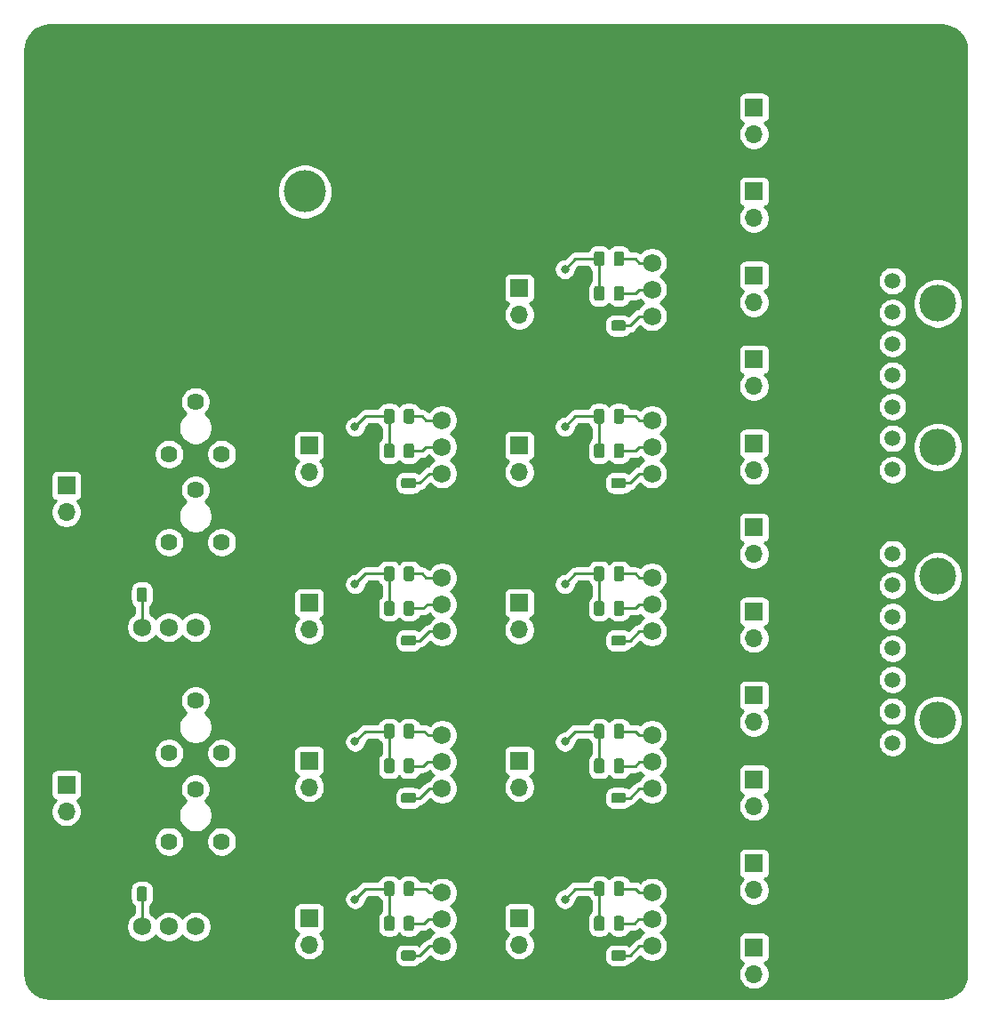
<source format=gbr>
%TF.GenerationSoftware,KiCad,Pcbnew,(5.1.5)-3*%
%TF.CreationDate,2021-01-11T01:20:26-06:00*%
%TF.ProjectId,BPS-Test,4250532d-5465-4737-942e-6b696361645f,rev?*%
%TF.SameCoordinates,Original*%
%TF.FileFunction,Copper,L2,Bot*%
%TF.FilePolarity,Positive*%
%FSLAX46Y46*%
G04 Gerber Fmt 4.6, Leading zero omitted, Abs format (unit mm)*
G04 Created by KiCad (PCBNEW (5.1.5)-3) date 2021-01-11 01:20:26*
%MOMM*%
%LPD*%
G04 APERTURE LIST*
%TA.AperFunction,ComponentPad*%
%ADD10C,1.620000*%
%TD*%
%TA.AperFunction,SMDPad,CuDef*%
%ADD11C,0.100000*%
%TD*%
%TA.AperFunction,ComponentPad*%
%ADD12C,1.725000*%
%TD*%
%TA.AperFunction,ComponentPad*%
%ADD13C,3.500000*%
%TD*%
%TA.AperFunction,ComponentPad*%
%ADD14C,1.500000*%
%TD*%
%TA.AperFunction,ComponentPad*%
%ADD15C,4.000000*%
%TD*%
%TA.AperFunction,ComponentPad*%
%ADD16O,1.700000X1.700000*%
%TD*%
%TA.AperFunction,ComponentPad*%
%ADD17R,1.700000X1.700000*%
%TD*%
%TA.AperFunction,ViaPad*%
%ADD18C,0.800000*%
%TD*%
%TA.AperFunction,Conductor*%
%ADD19C,0.250000*%
%TD*%
%TA.AperFunction,Conductor*%
%ADD20C,0.254000*%
%TD*%
G04 APERTURE END LIST*
D10*
%TO.P,RV4,1*%
%TO.N,Net-(RV4-Pad1)*%
X122400000Y-122400000D03*
%TO.P,RV4,2*%
%TO.N,Net-(J13-Pad1)*%
X119900000Y-117400000D03*
%TO.P,RV4,3*%
%TO.N,Net-(J13-Pad2)*%
X117400000Y-122400000D03*
%TD*%
%TO.P,RV3,1*%
%TO.N,Net-(RV3-Pad1)*%
X122400000Y-114000000D03*
%TO.P,RV3,2*%
%TO.N,Net-(PS10-Pad4)*%
X119900000Y-109000000D03*
%TO.P,RV3,3*%
%TO.N,Net-(J13-Pad1)*%
X117400000Y-114000000D03*
%TD*%
%TO.P,RV2,1*%
%TO.N,Net-(RV2-Pad1)*%
X122400000Y-93900000D03*
%TO.P,RV2,2*%
%TO.N,Net-(J12-Pad1)*%
X119900000Y-88900000D03*
%TO.P,RV2,3*%
%TO.N,Net-(J12-Pad2)*%
X117400000Y-93900000D03*
%TD*%
%TO.P,RV1,1*%
%TO.N,Net-(RV1-Pad1)*%
X122400000Y-85500000D03*
%TO.P,RV1,2*%
%TO.N,Net-(PS11-Pad4)*%
X119900000Y-80500000D03*
%TO.P,RV1,3*%
%TO.N,Net-(J12-Pad1)*%
X117400000Y-85500000D03*
%TD*%
%TA.AperFunction,SMDPad,CuDef*%
D11*
%TO.P,C1,2*%
%TO.N,+5V*%
G36*
X115067642Y-98201174D02*
G01*
X115091303Y-98204684D01*
X115114507Y-98210496D01*
X115137029Y-98218554D01*
X115158653Y-98228782D01*
X115179170Y-98241079D01*
X115198383Y-98255329D01*
X115216107Y-98271393D01*
X115232171Y-98289117D01*
X115246421Y-98308330D01*
X115258718Y-98328847D01*
X115268946Y-98350471D01*
X115277004Y-98372993D01*
X115282816Y-98396197D01*
X115286326Y-98419858D01*
X115287500Y-98443750D01*
X115287500Y-99356250D01*
X115286326Y-99380142D01*
X115282816Y-99403803D01*
X115277004Y-99427007D01*
X115268946Y-99449529D01*
X115258718Y-99471153D01*
X115246421Y-99491670D01*
X115232171Y-99510883D01*
X115216107Y-99528607D01*
X115198383Y-99544671D01*
X115179170Y-99558921D01*
X115158653Y-99571218D01*
X115137029Y-99581446D01*
X115114507Y-99589504D01*
X115091303Y-99595316D01*
X115067642Y-99598826D01*
X115043750Y-99600000D01*
X114556250Y-99600000D01*
X114532358Y-99598826D01*
X114508697Y-99595316D01*
X114485493Y-99589504D01*
X114462971Y-99581446D01*
X114441347Y-99571218D01*
X114420830Y-99558921D01*
X114401617Y-99544671D01*
X114383893Y-99528607D01*
X114367829Y-99510883D01*
X114353579Y-99491670D01*
X114341282Y-99471153D01*
X114331054Y-99449529D01*
X114322996Y-99427007D01*
X114317184Y-99403803D01*
X114313674Y-99380142D01*
X114312500Y-99356250D01*
X114312500Y-98443750D01*
X114313674Y-98419858D01*
X114317184Y-98396197D01*
X114322996Y-98372993D01*
X114331054Y-98350471D01*
X114341282Y-98328847D01*
X114353579Y-98308330D01*
X114367829Y-98289117D01*
X114383893Y-98271393D01*
X114401617Y-98255329D01*
X114420830Y-98241079D01*
X114441347Y-98228782D01*
X114462971Y-98218554D01*
X114485493Y-98210496D01*
X114508697Y-98204684D01*
X114532358Y-98201174D01*
X114556250Y-98200000D01*
X115043750Y-98200000D01*
X115067642Y-98201174D01*
G37*
%TD.AperFunction*%
%TA.AperFunction,SMDPad,CuDef*%
%TO.P,C1,1*%
%TO.N,GND*%
G36*
X113192642Y-98201174D02*
G01*
X113216303Y-98204684D01*
X113239507Y-98210496D01*
X113262029Y-98218554D01*
X113283653Y-98228782D01*
X113304170Y-98241079D01*
X113323383Y-98255329D01*
X113341107Y-98271393D01*
X113357171Y-98289117D01*
X113371421Y-98308330D01*
X113383718Y-98328847D01*
X113393946Y-98350471D01*
X113402004Y-98372993D01*
X113407816Y-98396197D01*
X113411326Y-98419858D01*
X113412500Y-98443750D01*
X113412500Y-99356250D01*
X113411326Y-99380142D01*
X113407816Y-99403803D01*
X113402004Y-99427007D01*
X113393946Y-99449529D01*
X113383718Y-99471153D01*
X113371421Y-99491670D01*
X113357171Y-99510883D01*
X113341107Y-99528607D01*
X113323383Y-99544671D01*
X113304170Y-99558921D01*
X113283653Y-99571218D01*
X113262029Y-99581446D01*
X113239507Y-99589504D01*
X113216303Y-99595316D01*
X113192642Y-99598826D01*
X113168750Y-99600000D01*
X112681250Y-99600000D01*
X112657358Y-99598826D01*
X112633697Y-99595316D01*
X112610493Y-99589504D01*
X112587971Y-99581446D01*
X112566347Y-99571218D01*
X112545830Y-99558921D01*
X112526617Y-99544671D01*
X112508893Y-99528607D01*
X112492829Y-99510883D01*
X112478579Y-99491670D01*
X112466282Y-99471153D01*
X112456054Y-99449529D01*
X112447996Y-99427007D01*
X112442184Y-99403803D01*
X112438674Y-99380142D01*
X112437500Y-99356250D01*
X112437500Y-98443750D01*
X112438674Y-98419858D01*
X112442184Y-98396197D01*
X112447996Y-98372993D01*
X112456054Y-98350471D01*
X112466282Y-98328847D01*
X112478579Y-98308330D01*
X112492829Y-98289117D01*
X112508893Y-98271393D01*
X112526617Y-98255329D01*
X112545830Y-98241079D01*
X112566347Y-98228782D01*
X112587971Y-98218554D01*
X112610493Y-98210496D01*
X112633697Y-98204684D01*
X112657358Y-98201174D01*
X112681250Y-98200000D01*
X113168750Y-98200000D01*
X113192642Y-98201174D01*
G37*
%TD.AperFunction*%
%TD*%
%TA.AperFunction,SMDPad,CuDef*%
%TO.P,C11,2*%
%TO.N,+5V*%
G36*
X115067642Y-126701174D02*
G01*
X115091303Y-126704684D01*
X115114507Y-126710496D01*
X115137029Y-126718554D01*
X115158653Y-126728782D01*
X115179170Y-126741079D01*
X115198383Y-126755329D01*
X115216107Y-126771393D01*
X115232171Y-126789117D01*
X115246421Y-126808330D01*
X115258718Y-126828847D01*
X115268946Y-126850471D01*
X115277004Y-126872993D01*
X115282816Y-126896197D01*
X115286326Y-126919858D01*
X115287500Y-126943750D01*
X115287500Y-127856250D01*
X115286326Y-127880142D01*
X115282816Y-127903803D01*
X115277004Y-127927007D01*
X115268946Y-127949529D01*
X115258718Y-127971153D01*
X115246421Y-127991670D01*
X115232171Y-128010883D01*
X115216107Y-128028607D01*
X115198383Y-128044671D01*
X115179170Y-128058921D01*
X115158653Y-128071218D01*
X115137029Y-128081446D01*
X115114507Y-128089504D01*
X115091303Y-128095316D01*
X115067642Y-128098826D01*
X115043750Y-128100000D01*
X114556250Y-128100000D01*
X114532358Y-128098826D01*
X114508697Y-128095316D01*
X114485493Y-128089504D01*
X114462971Y-128081446D01*
X114441347Y-128071218D01*
X114420830Y-128058921D01*
X114401617Y-128044671D01*
X114383893Y-128028607D01*
X114367829Y-128010883D01*
X114353579Y-127991670D01*
X114341282Y-127971153D01*
X114331054Y-127949529D01*
X114322996Y-127927007D01*
X114317184Y-127903803D01*
X114313674Y-127880142D01*
X114312500Y-127856250D01*
X114312500Y-126943750D01*
X114313674Y-126919858D01*
X114317184Y-126896197D01*
X114322996Y-126872993D01*
X114331054Y-126850471D01*
X114341282Y-126828847D01*
X114353579Y-126808330D01*
X114367829Y-126789117D01*
X114383893Y-126771393D01*
X114401617Y-126755329D01*
X114420830Y-126741079D01*
X114441347Y-126728782D01*
X114462971Y-126718554D01*
X114485493Y-126710496D01*
X114508697Y-126704684D01*
X114532358Y-126701174D01*
X114556250Y-126700000D01*
X115043750Y-126700000D01*
X115067642Y-126701174D01*
G37*
%TD.AperFunction*%
%TA.AperFunction,SMDPad,CuDef*%
%TO.P,C11,1*%
%TO.N,GND*%
G36*
X113192642Y-126701174D02*
G01*
X113216303Y-126704684D01*
X113239507Y-126710496D01*
X113262029Y-126718554D01*
X113283653Y-126728782D01*
X113304170Y-126741079D01*
X113323383Y-126755329D01*
X113341107Y-126771393D01*
X113357171Y-126789117D01*
X113371421Y-126808330D01*
X113383718Y-126828847D01*
X113393946Y-126850471D01*
X113402004Y-126872993D01*
X113407816Y-126896197D01*
X113411326Y-126919858D01*
X113412500Y-126943750D01*
X113412500Y-127856250D01*
X113411326Y-127880142D01*
X113407816Y-127903803D01*
X113402004Y-127927007D01*
X113393946Y-127949529D01*
X113383718Y-127971153D01*
X113371421Y-127991670D01*
X113357171Y-128010883D01*
X113341107Y-128028607D01*
X113323383Y-128044671D01*
X113304170Y-128058921D01*
X113283653Y-128071218D01*
X113262029Y-128081446D01*
X113239507Y-128089504D01*
X113216303Y-128095316D01*
X113192642Y-128098826D01*
X113168750Y-128100000D01*
X112681250Y-128100000D01*
X112657358Y-128098826D01*
X112633697Y-128095316D01*
X112610493Y-128089504D01*
X112587971Y-128081446D01*
X112566347Y-128071218D01*
X112545830Y-128058921D01*
X112526617Y-128044671D01*
X112508893Y-128028607D01*
X112492829Y-128010883D01*
X112478579Y-127991670D01*
X112466282Y-127971153D01*
X112456054Y-127949529D01*
X112447996Y-127927007D01*
X112442184Y-127903803D01*
X112438674Y-127880142D01*
X112437500Y-127856250D01*
X112437500Y-126943750D01*
X112438674Y-126919858D01*
X112442184Y-126896197D01*
X112447996Y-126872993D01*
X112456054Y-126850471D01*
X112466282Y-126828847D01*
X112478579Y-126808330D01*
X112492829Y-126789117D01*
X112508893Y-126771393D01*
X112526617Y-126755329D01*
X112545830Y-126741079D01*
X112566347Y-126728782D01*
X112587971Y-126718554D01*
X112610493Y-126710496D01*
X112633697Y-126704684D01*
X112657358Y-126701174D01*
X112681250Y-126700000D01*
X113168750Y-126700000D01*
X113192642Y-126701174D01*
G37*
%TD.AperFunction*%
%TD*%
D12*
%TO.P,PS10,4*%
%TO.N,Net-(PS10-Pad4)*%
X119920000Y-130500000D03*
%TO.P,PS10,3*%
%TO.N,Net-(J13-Pad2)*%
X117380000Y-130500000D03*
%TO.P,PS10,2*%
%TO.N,+5V*%
X114840000Y-130500000D03*
%TO.P,PS10,1*%
%TO.N,GND*%
X112300000Y-130500000D03*
%TD*%
%TO.P,PS11,4*%
%TO.N,Net-(PS11-Pad4)*%
X119920000Y-102000000D03*
%TO.P,PS11,3*%
%TO.N,Net-(J12-Pad2)*%
X117380000Y-102000000D03*
%TO.P,PS11,2*%
%TO.N,+5V*%
X114840000Y-102000000D03*
%TO.P,PS11,1*%
%TO.N,GND*%
X112300000Y-102000000D03*
%TD*%
%TO.P,PS9,4*%
%TO.N,Net-(PS9-Pad4)*%
X143400000Y-82280000D03*
%TO.P,PS9,3*%
%TO.N,Net-(J14-Pad2)*%
X143400000Y-84820000D03*
%TO.P,PS9,2*%
%TO.N,+5V*%
X143400000Y-87360000D03*
%TO.P,PS9,1*%
%TO.N,GND*%
X143400000Y-89900000D03*
%TD*%
%TO.P,PS8,4*%
%TO.N,Net-(PS8-Pad4)*%
X143400000Y-97280000D03*
%TO.P,PS8,3*%
%TO.N,Net-(J15-Pad2)*%
X143400000Y-99820000D03*
%TO.P,PS8,2*%
%TO.N,+5V*%
X143400000Y-102360000D03*
%TO.P,PS8,1*%
%TO.N,GND*%
X143400000Y-104900000D03*
%TD*%
%TO.P,PS7,4*%
%TO.N,Net-(PS7-Pad4)*%
X143400000Y-112280000D03*
%TO.P,PS7,3*%
%TO.N,Net-(J16-Pad2)*%
X143400000Y-114820000D03*
%TO.P,PS7,2*%
%TO.N,+5V*%
X143400000Y-117360000D03*
%TO.P,PS7,1*%
%TO.N,GND*%
X143400000Y-119900000D03*
%TD*%
%TO.P,PS6,4*%
%TO.N,Net-(PS6-Pad4)*%
X143400000Y-127280000D03*
%TO.P,PS6,3*%
%TO.N,Net-(J17-Pad2)*%
X143400000Y-129820000D03*
%TO.P,PS6,2*%
%TO.N,+5V*%
X143400000Y-132360000D03*
%TO.P,PS6,1*%
%TO.N,GND*%
X143400000Y-134900000D03*
%TD*%
%TO.P,PS5,4*%
%TO.N,Net-(PS5-Pad4)*%
X163400000Y-67280000D03*
%TO.P,PS5,3*%
%TO.N,Net-(J18-Pad2)*%
X163400000Y-69820000D03*
%TO.P,PS5,2*%
%TO.N,+5V*%
X163400000Y-72360000D03*
%TO.P,PS5,1*%
%TO.N,GND*%
X163400000Y-74900000D03*
%TD*%
%TO.P,PS4,4*%
%TO.N,Net-(PS4-Pad4)*%
X163400000Y-82280000D03*
%TO.P,PS4,3*%
%TO.N,Net-(J19-Pad2)*%
X163400000Y-84820000D03*
%TO.P,PS4,2*%
%TO.N,+5V*%
X163400000Y-87360000D03*
%TO.P,PS4,1*%
%TO.N,GND*%
X163400000Y-89900000D03*
%TD*%
%TO.P,PS3,4*%
%TO.N,Net-(PS3-Pad4)*%
X163400000Y-97280000D03*
%TO.P,PS3,3*%
%TO.N,Net-(J20-Pad2)*%
X163400000Y-99820000D03*
%TO.P,PS3,2*%
%TO.N,+5V*%
X163400000Y-102360000D03*
%TO.P,PS3,1*%
%TO.N,GND*%
X163400000Y-104900000D03*
%TD*%
%TO.P,PS2,4*%
%TO.N,Net-(PS2-Pad4)*%
X163400000Y-112280000D03*
%TO.P,PS2,3*%
%TO.N,Net-(J21-Pad2)*%
X163400000Y-114820000D03*
%TO.P,PS2,2*%
%TO.N,+5V*%
X163400000Y-117360000D03*
%TO.P,PS2,1*%
%TO.N,GND*%
X163400000Y-119900000D03*
%TD*%
%TO.P,PS1,4*%
%TO.N,Net-(PS1-Pad4)*%
X163400000Y-127280000D03*
%TO.P,PS1,3*%
%TO.N,Net-(J22-Pad2)*%
X163400000Y-129820000D03*
%TO.P,PS1,2*%
%TO.N,+5V*%
X163400000Y-132360000D03*
%TO.P,PS1,1*%
%TO.N,GND*%
X163400000Y-134900000D03*
%TD*%
D13*
%TO.P,J24,*%
%TO.N,*%
X190618000Y-71159000D03*
X190618000Y-84841000D03*
D14*
%TO.P,J24,7*%
%TO.N,Net-(J24-Pad7)*%
X186300000Y-87000000D03*
%TO.P,J24,6*%
%TO.N,Net-(J24-Pad6)*%
X186300000Y-84000000D03*
%TO.P,J24,5*%
%TO.N,Net-(J10-Pad2)*%
X186300000Y-81000000D03*
%TO.P,J24,4*%
%TO.N,Net-(J10-Pad1)*%
X186300000Y-78000000D03*
%TO.P,J24,3*%
%TO.N,Net-(J11-Pad1)*%
X186300000Y-75000000D03*
%TO.P,J24,2*%
%TO.N,Net-(J24-Pad2)*%
X186300000Y-72000000D03*
%TO.P,J24,1*%
%TO.N,Net-(J24-Pad1)*%
X186300000Y-69000000D03*
%TD*%
D13*
%TO.P,J23,*%
%TO.N,*%
X190618000Y-97159000D03*
X190618000Y-110841000D03*
D14*
%TO.P,J23,7*%
%TO.N,Net-(J1-Pad2)*%
X186300000Y-113000000D03*
%TO.P,J23,6*%
%TO.N,Net-(J1-Pad1)*%
X186300000Y-110000000D03*
%TO.P,J23,5*%
%TO.N,Net-(J2-Pad1)*%
X186300000Y-107000000D03*
%TO.P,J23,4*%
%TO.N,Net-(J23-Pad4)*%
X186300000Y-104000000D03*
%TO.P,J23,3*%
%TO.N,Net-(J23-Pad3)*%
X186300000Y-101000000D03*
%TO.P,J23,2*%
%TO.N,Net-(J23-Pad2)*%
X186300000Y-98000000D03*
%TO.P,J23,1*%
%TO.N,Net-(J23-Pad1)*%
X186300000Y-95000000D03*
%TD*%
%TA.AperFunction,SMDPad,CuDef*%
D11*
%TO.P,R24,2*%
%TO.N,Net-(J22-Pad2)*%
G36*
X160505142Y-129501174D02*
G01*
X160528803Y-129504684D01*
X160552007Y-129510496D01*
X160574529Y-129518554D01*
X160596153Y-129528782D01*
X160616670Y-129541079D01*
X160635883Y-129555329D01*
X160653607Y-129571393D01*
X160669671Y-129589117D01*
X160683921Y-129608330D01*
X160696218Y-129628847D01*
X160706446Y-129650471D01*
X160714504Y-129672993D01*
X160720316Y-129696197D01*
X160723826Y-129719858D01*
X160725000Y-129743750D01*
X160725000Y-130656250D01*
X160723826Y-130680142D01*
X160720316Y-130703803D01*
X160714504Y-130727007D01*
X160706446Y-130749529D01*
X160696218Y-130771153D01*
X160683921Y-130791670D01*
X160669671Y-130810883D01*
X160653607Y-130828607D01*
X160635883Y-130844671D01*
X160616670Y-130858921D01*
X160596153Y-130871218D01*
X160574529Y-130881446D01*
X160552007Y-130889504D01*
X160528803Y-130895316D01*
X160505142Y-130898826D01*
X160481250Y-130900000D01*
X159993750Y-130900000D01*
X159969858Y-130898826D01*
X159946197Y-130895316D01*
X159922993Y-130889504D01*
X159900471Y-130881446D01*
X159878847Y-130871218D01*
X159858330Y-130858921D01*
X159839117Y-130844671D01*
X159821393Y-130828607D01*
X159805329Y-130810883D01*
X159791079Y-130791670D01*
X159778782Y-130771153D01*
X159768554Y-130749529D01*
X159760496Y-130727007D01*
X159754684Y-130703803D01*
X159751174Y-130680142D01*
X159750000Y-130656250D01*
X159750000Y-129743750D01*
X159751174Y-129719858D01*
X159754684Y-129696197D01*
X159760496Y-129672993D01*
X159768554Y-129650471D01*
X159778782Y-129628847D01*
X159791079Y-129608330D01*
X159805329Y-129589117D01*
X159821393Y-129571393D01*
X159839117Y-129555329D01*
X159858330Y-129541079D01*
X159878847Y-129528782D01*
X159900471Y-129518554D01*
X159922993Y-129510496D01*
X159946197Y-129504684D01*
X159969858Y-129501174D01*
X159993750Y-129500000D01*
X160481250Y-129500000D01*
X160505142Y-129501174D01*
G37*
%TD.AperFunction*%
%TA.AperFunction,SMDPad,CuDef*%
%TO.P,R24,1*%
%TO.N,Net-(J22-Pad1)*%
G36*
X158630142Y-129501174D02*
G01*
X158653803Y-129504684D01*
X158677007Y-129510496D01*
X158699529Y-129518554D01*
X158721153Y-129528782D01*
X158741670Y-129541079D01*
X158760883Y-129555329D01*
X158778607Y-129571393D01*
X158794671Y-129589117D01*
X158808921Y-129608330D01*
X158821218Y-129628847D01*
X158831446Y-129650471D01*
X158839504Y-129672993D01*
X158845316Y-129696197D01*
X158848826Y-129719858D01*
X158850000Y-129743750D01*
X158850000Y-130656250D01*
X158848826Y-130680142D01*
X158845316Y-130703803D01*
X158839504Y-130727007D01*
X158831446Y-130749529D01*
X158821218Y-130771153D01*
X158808921Y-130791670D01*
X158794671Y-130810883D01*
X158778607Y-130828607D01*
X158760883Y-130844671D01*
X158741670Y-130858921D01*
X158721153Y-130871218D01*
X158699529Y-130881446D01*
X158677007Y-130889504D01*
X158653803Y-130895316D01*
X158630142Y-130898826D01*
X158606250Y-130900000D01*
X158118750Y-130900000D01*
X158094858Y-130898826D01*
X158071197Y-130895316D01*
X158047993Y-130889504D01*
X158025471Y-130881446D01*
X158003847Y-130871218D01*
X157983330Y-130858921D01*
X157964117Y-130844671D01*
X157946393Y-130828607D01*
X157930329Y-130810883D01*
X157916079Y-130791670D01*
X157903782Y-130771153D01*
X157893554Y-130749529D01*
X157885496Y-130727007D01*
X157879684Y-130703803D01*
X157876174Y-130680142D01*
X157875000Y-130656250D01*
X157875000Y-129743750D01*
X157876174Y-129719858D01*
X157879684Y-129696197D01*
X157885496Y-129672993D01*
X157893554Y-129650471D01*
X157903782Y-129628847D01*
X157916079Y-129608330D01*
X157930329Y-129589117D01*
X157946393Y-129571393D01*
X157964117Y-129555329D01*
X157983330Y-129541079D01*
X158003847Y-129528782D01*
X158025471Y-129518554D01*
X158047993Y-129510496D01*
X158071197Y-129504684D01*
X158094858Y-129501174D01*
X158118750Y-129500000D01*
X158606250Y-129500000D01*
X158630142Y-129501174D01*
G37*
%TD.AperFunction*%
%TD*%
D15*
%TO.P,J26,1*%
%TO.N,+5V*%
X130300000Y-60500000D03*
%TD*%
%TO.P,J25,1*%
%TO.N,GND*%
X111700000Y-60600000D03*
%TD*%
D16*
%TO.P,J22,2*%
%TO.N,Net-(J22-Pad2)*%
X150740000Y-132240000D03*
D17*
%TO.P,J22,1*%
%TO.N,Net-(J22-Pad1)*%
X150740000Y-129700000D03*
%TD*%
D16*
%TO.P,J21,2*%
%TO.N,Net-(J21-Pad2)*%
X150740000Y-117240000D03*
D17*
%TO.P,J21,1*%
%TO.N,Net-(J21-Pad1)*%
X150740000Y-114700000D03*
%TD*%
D16*
%TO.P,J20,2*%
%TO.N,Net-(J20-Pad2)*%
X150740000Y-102240000D03*
D17*
%TO.P,J20,1*%
%TO.N,Net-(J20-Pad1)*%
X150740000Y-99700000D03*
%TD*%
D16*
%TO.P,J19,2*%
%TO.N,Net-(J19-Pad2)*%
X150740000Y-87240000D03*
D17*
%TO.P,J19,1*%
%TO.N,Net-(J19-Pad1)*%
X150740000Y-84700000D03*
%TD*%
D16*
%TO.P,J18,2*%
%TO.N,Net-(J18-Pad2)*%
X150740000Y-72240000D03*
D17*
%TO.P,J18,1*%
%TO.N,Net-(J18-Pad1)*%
X150740000Y-69700000D03*
%TD*%
D16*
%TO.P,J17,2*%
%TO.N,Net-(J17-Pad2)*%
X130740000Y-132240000D03*
D17*
%TO.P,J17,1*%
%TO.N,Net-(J17-Pad1)*%
X130740000Y-129700000D03*
%TD*%
D16*
%TO.P,J16,2*%
%TO.N,Net-(J16-Pad2)*%
X130740000Y-117240000D03*
D17*
%TO.P,J16,1*%
%TO.N,Net-(J16-Pad1)*%
X130740000Y-114700000D03*
%TD*%
D16*
%TO.P,J15,2*%
%TO.N,Net-(J15-Pad2)*%
X130740000Y-102240000D03*
D17*
%TO.P,J15,1*%
%TO.N,Net-(J15-Pad1)*%
X130740000Y-99700000D03*
%TD*%
D16*
%TO.P,J14,2*%
%TO.N,Net-(J14-Pad2)*%
X130740000Y-87240000D03*
D17*
%TO.P,J14,1*%
%TO.N,Net-(J14-Pad1)*%
X130740000Y-84700000D03*
%TD*%
D16*
%TO.P,J13,2*%
%TO.N,Net-(J13-Pad2)*%
X107600000Y-119540000D03*
D17*
%TO.P,J13,1*%
%TO.N,Net-(J13-Pad1)*%
X107600000Y-117000000D03*
%TD*%
D16*
%TO.P,J12,2*%
%TO.N,Net-(J12-Pad2)*%
X107600000Y-91040000D03*
D17*
%TO.P,J12,1*%
%TO.N,Net-(J12-Pad1)*%
X107600000Y-88500000D03*
%TD*%
D16*
%TO.P,J11,2*%
%TO.N,Net-(J10-Pad1)*%
X173100000Y-55040000D03*
D17*
%TO.P,J11,1*%
%TO.N,Net-(J11-Pad1)*%
X173100000Y-52500000D03*
%TD*%
D16*
%TO.P,J10,2*%
%TO.N,Net-(J10-Pad2)*%
X173100000Y-63040000D03*
D17*
%TO.P,J10,1*%
%TO.N,Net-(J10-Pad1)*%
X173100000Y-60500000D03*
%TD*%
D16*
%TO.P,J9,2*%
%TO.N,Net-(J24-Pad6)*%
X173100000Y-71040000D03*
D17*
%TO.P,J9,1*%
%TO.N,Net-(J10-Pad2)*%
X173100000Y-68500000D03*
%TD*%
D16*
%TO.P,J8,2*%
%TO.N,Net-(J24-Pad7)*%
X173100000Y-79040000D03*
D17*
%TO.P,J8,1*%
%TO.N,Net-(J24-Pad6)*%
X173100000Y-76500000D03*
%TD*%
D16*
%TO.P,J7,2*%
%TO.N,Net-(J23-Pad1)*%
X173100000Y-87040000D03*
D17*
%TO.P,J7,1*%
%TO.N,Net-(J24-Pad7)*%
X173100000Y-84500000D03*
%TD*%
D16*
%TO.P,J6,2*%
%TO.N,Net-(J23-Pad2)*%
X173100000Y-95040000D03*
D17*
%TO.P,J6,1*%
%TO.N,Net-(J23-Pad1)*%
X173100000Y-92500000D03*
%TD*%
D16*
%TO.P,J5,2*%
%TO.N,Net-(J23-Pad3)*%
X173100000Y-103040000D03*
D17*
%TO.P,J5,1*%
%TO.N,Net-(J23-Pad2)*%
X173100000Y-100500000D03*
%TD*%
D16*
%TO.P,J4,2*%
%TO.N,Net-(J23-Pad4)*%
X173100000Y-111040000D03*
D17*
%TO.P,J4,1*%
%TO.N,Net-(J23-Pad3)*%
X173100000Y-108500000D03*
%TD*%
D16*
%TO.P,J3,2*%
%TO.N,Net-(J2-Pad1)*%
X173100000Y-119040000D03*
D17*
%TO.P,J3,1*%
%TO.N,Net-(J23-Pad4)*%
X173100000Y-116500000D03*
%TD*%
D16*
%TO.P,J2,2*%
%TO.N,Net-(J1-Pad1)*%
X173100000Y-127040000D03*
D17*
%TO.P,J2,1*%
%TO.N,Net-(J2-Pad1)*%
X173100000Y-124500000D03*
%TD*%
D16*
%TO.P,J1,2*%
%TO.N,Net-(J1-Pad2)*%
X173100000Y-135040000D03*
D17*
%TO.P,J1,1*%
%TO.N,Net-(J1-Pad1)*%
X173100000Y-132500000D03*
%TD*%
%TA.AperFunction,SMDPad,CuDef*%
D11*
%TO.P,R16,2*%
%TO.N,Net-(J21-Pad2)*%
G36*
X160505142Y-114501174D02*
G01*
X160528803Y-114504684D01*
X160552007Y-114510496D01*
X160574529Y-114518554D01*
X160596153Y-114528782D01*
X160616670Y-114541079D01*
X160635883Y-114555329D01*
X160653607Y-114571393D01*
X160669671Y-114589117D01*
X160683921Y-114608330D01*
X160696218Y-114628847D01*
X160706446Y-114650471D01*
X160714504Y-114672993D01*
X160720316Y-114696197D01*
X160723826Y-114719858D01*
X160725000Y-114743750D01*
X160725000Y-115656250D01*
X160723826Y-115680142D01*
X160720316Y-115703803D01*
X160714504Y-115727007D01*
X160706446Y-115749529D01*
X160696218Y-115771153D01*
X160683921Y-115791670D01*
X160669671Y-115810883D01*
X160653607Y-115828607D01*
X160635883Y-115844671D01*
X160616670Y-115858921D01*
X160596153Y-115871218D01*
X160574529Y-115881446D01*
X160552007Y-115889504D01*
X160528803Y-115895316D01*
X160505142Y-115898826D01*
X160481250Y-115900000D01*
X159993750Y-115900000D01*
X159969858Y-115898826D01*
X159946197Y-115895316D01*
X159922993Y-115889504D01*
X159900471Y-115881446D01*
X159878847Y-115871218D01*
X159858330Y-115858921D01*
X159839117Y-115844671D01*
X159821393Y-115828607D01*
X159805329Y-115810883D01*
X159791079Y-115791670D01*
X159778782Y-115771153D01*
X159768554Y-115749529D01*
X159760496Y-115727007D01*
X159754684Y-115703803D01*
X159751174Y-115680142D01*
X159750000Y-115656250D01*
X159750000Y-114743750D01*
X159751174Y-114719858D01*
X159754684Y-114696197D01*
X159760496Y-114672993D01*
X159768554Y-114650471D01*
X159778782Y-114628847D01*
X159791079Y-114608330D01*
X159805329Y-114589117D01*
X159821393Y-114571393D01*
X159839117Y-114555329D01*
X159858330Y-114541079D01*
X159878847Y-114528782D01*
X159900471Y-114518554D01*
X159922993Y-114510496D01*
X159946197Y-114504684D01*
X159969858Y-114501174D01*
X159993750Y-114500000D01*
X160481250Y-114500000D01*
X160505142Y-114501174D01*
G37*
%TD.AperFunction*%
%TA.AperFunction,SMDPad,CuDef*%
%TO.P,R16,1*%
%TO.N,Net-(J21-Pad1)*%
G36*
X158630142Y-114501174D02*
G01*
X158653803Y-114504684D01*
X158677007Y-114510496D01*
X158699529Y-114518554D01*
X158721153Y-114528782D01*
X158741670Y-114541079D01*
X158760883Y-114555329D01*
X158778607Y-114571393D01*
X158794671Y-114589117D01*
X158808921Y-114608330D01*
X158821218Y-114628847D01*
X158831446Y-114650471D01*
X158839504Y-114672993D01*
X158845316Y-114696197D01*
X158848826Y-114719858D01*
X158850000Y-114743750D01*
X158850000Y-115656250D01*
X158848826Y-115680142D01*
X158845316Y-115703803D01*
X158839504Y-115727007D01*
X158831446Y-115749529D01*
X158821218Y-115771153D01*
X158808921Y-115791670D01*
X158794671Y-115810883D01*
X158778607Y-115828607D01*
X158760883Y-115844671D01*
X158741670Y-115858921D01*
X158721153Y-115871218D01*
X158699529Y-115881446D01*
X158677007Y-115889504D01*
X158653803Y-115895316D01*
X158630142Y-115898826D01*
X158606250Y-115900000D01*
X158118750Y-115900000D01*
X158094858Y-115898826D01*
X158071197Y-115895316D01*
X158047993Y-115889504D01*
X158025471Y-115881446D01*
X158003847Y-115871218D01*
X157983330Y-115858921D01*
X157964117Y-115844671D01*
X157946393Y-115828607D01*
X157930329Y-115810883D01*
X157916079Y-115791670D01*
X157903782Y-115771153D01*
X157893554Y-115749529D01*
X157885496Y-115727007D01*
X157879684Y-115703803D01*
X157876174Y-115680142D01*
X157875000Y-115656250D01*
X157875000Y-114743750D01*
X157876174Y-114719858D01*
X157879684Y-114696197D01*
X157885496Y-114672993D01*
X157893554Y-114650471D01*
X157903782Y-114628847D01*
X157916079Y-114608330D01*
X157930329Y-114589117D01*
X157946393Y-114571393D01*
X157964117Y-114555329D01*
X157983330Y-114541079D01*
X158003847Y-114528782D01*
X158025471Y-114518554D01*
X158047993Y-114510496D01*
X158071197Y-114504684D01*
X158094858Y-114501174D01*
X158118750Y-114500000D01*
X158606250Y-114500000D01*
X158630142Y-114501174D01*
G37*
%TD.AperFunction*%
%TD*%
%TA.AperFunction,SMDPad,CuDef*%
%TO.P,R17,2*%
%TO.N,Net-(J20-Pad2)*%
G36*
X160505142Y-99501174D02*
G01*
X160528803Y-99504684D01*
X160552007Y-99510496D01*
X160574529Y-99518554D01*
X160596153Y-99528782D01*
X160616670Y-99541079D01*
X160635883Y-99555329D01*
X160653607Y-99571393D01*
X160669671Y-99589117D01*
X160683921Y-99608330D01*
X160696218Y-99628847D01*
X160706446Y-99650471D01*
X160714504Y-99672993D01*
X160720316Y-99696197D01*
X160723826Y-99719858D01*
X160725000Y-99743750D01*
X160725000Y-100656250D01*
X160723826Y-100680142D01*
X160720316Y-100703803D01*
X160714504Y-100727007D01*
X160706446Y-100749529D01*
X160696218Y-100771153D01*
X160683921Y-100791670D01*
X160669671Y-100810883D01*
X160653607Y-100828607D01*
X160635883Y-100844671D01*
X160616670Y-100858921D01*
X160596153Y-100871218D01*
X160574529Y-100881446D01*
X160552007Y-100889504D01*
X160528803Y-100895316D01*
X160505142Y-100898826D01*
X160481250Y-100900000D01*
X159993750Y-100900000D01*
X159969858Y-100898826D01*
X159946197Y-100895316D01*
X159922993Y-100889504D01*
X159900471Y-100881446D01*
X159878847Y-100871218D01*
X159858330Y-100858921D01*
X159839117Y-100844671D01*
X159821393Y-100828607D01*
X159805329Y-100810883D01*
X159791079Y-100791670D01*
X159778782Y-100771153D01*
X159768554Y-100749529D01*
X159760496Y-100727007D01*
X159754684Y-100703803D01*
X159751174Y-100680142D01*
X159750000Y-100656250D01*
X159750000Y-99743750D01*
X159751174Y-99719858D01*
X159754684Y-99696197D01*
X159760496Y-99672993D01*
X159768554Y-99650471D01*
X159778782Y-99628847D01*
X159791079Y-99608330D01*
X159805329Y-99589117D01*
X159821393Y-99571393D01*
X159839117Y-99555329D01*
X159858330Y-99541079D01*
X159878847Y-99528782D01*
X159900471Y-99518554D01*
X159922993Y-99510496D01*
X159946197Y-99504684D01*
X159969858Y-99501174D01*
X159993750Y-99500000D01*
X160481250Y-99500000D01*
X160505142Y-99501174D01*
G37*
%TD.AperFunction*%
%TA.AperFunction,SMDPad,CuDef*%
%TO.P,R17,1*%
%TO.N,Net-(J20-Pad1)*%
G36*
X158630142Y-99501174D02*
G01*
X158653803Y-99504684D01*
X158677007Y-99510496D01*
X158699529Y-99518554D01*
X158721153Y-99528782D01*
X158741670Y-99541079D01*
X158760883Y-99555329D01*
X158778607Y-99571393D01*
X158794671Y-99589117D01*
X158808921Y-99608330D01*
X158821218Y-99628847D01*
X158831446Y-99650471D01*
X158839504Y-99672993D01*
X158845316Y-99696197D01*
X158848826Y-99719858D01*
X158850000Y-99743750D01*
X158850000Y-100656250D01*
X158848826Y-100680142D01*
X158845316Y-100703803D01*
X158839504Y-100727007D01*
X158831446Y-100749529D01*
X158821218Y-100771153D01*
X158808921Y-100791670D01*
X158794671Y-100810883D01*
X158778607Y-100828607D01*
X158760883Y-100844671D01*
X158741670Y-100858921D01*
X158721153Y-100871218D01*
X158699529Y-100881446D01*
X158677007Y-100889504D01*
X158653803Y-100895316D01*
X158630142Y-100898826D01*
X158606250Y-100900000D01*
X158118750Y-100900000D01*
X158094858Y-100898826D01*
X158071197Y-100895316D01*
X158047993Y-100889504D01*
X158025471Y-100881446D01*
X158003847Y-100871218D01*
X157983330Y-100858921D01*
X157964117Y-100844671D01*
X157946393Y-100828607D01*
X157930329Y-100810883D01*
X157916079Y-100791670D01*
X157903782Y-100771153D01*
X157893554Y-100749529D01*
X157885496Y-100727007D01*
X157879684Y-100703803D01*
X157876174Y-100680142D01*
X157875000Y-100656250D01*
X157875000Y-99743750D01*
X157876174Y-99719858D01*
X157879684Y-99696197D01*
X157885496Y-99672993D01*
X157893554Y-99650471D01*
X157903782Y-99628847D01*
X157916079Y-99608330D01*
X157930329Y-99589117D01*
X157946393Y-99571393D01*
X157964117Y-99555329D01*
X157983330Y-99541079D01*
X158003847Y-99528782D01*
X158025471Y-99518554D01*
X158047993Y-99510496D01*
X158071197Y-99504684D01*
X158094858Y-99501174D01*
X158118750Y-99500000D01*
X158606250Y-99500000D01*
X158630142Y-99501174D01*
G37*
%TD.AperFunction*%
%TD*%
%TA.AperFunction,SMDPad,CuDef*%
%TO.P,R19,2*%
%TO.N,Net-(J18-Pad2)*%
G36*
X160505142Y-69501174D02*
G01*
X160528803Y-69504684D01*
X160552007Y-69510496D01*
X160574529Y-69518554D01*
X160596153Y-69528782D01*
X160616670Y-69541079D01*
X160635883Y-69555329D01*
X160653607Y-69571393D01*
X160669671Y-69589117D01*
X160683921Y-69608330D01*
X160696218Y-69628847D01*
X160706446Y-69650471D01*
X160714504Y-69672993D01*
X160720316Y-69696197D01*
X160723826Y-69719858D01*
X160725000Y-69743750D01*
X160725000Y-70656250D01*
X160723826Y-70680142D01*
X160720316Y-70703803D01*
X160714504Y-70727007D01*
X160706446Y-70749529D01*
X160696218Y-70771153D01*
X160683921Y-70791670D01*
X160669671Y-70810883D01*
X160653607Y-70828607D01*
X160635883Y-70844671D01*
X160616670Y-70858921D01*
X160596153Y-70871218D01*
X160574529Y-70881446D01*
X160552007Y-70889504D01*
X160528803Y-70895316D01*
X160505142Y-70898826D01*
X160481250Y-70900000D01*
X159993750Y-70900000D01*
X159969858Y-70898826D01*
X159946197Y-70895316D01*
X159922993Y-70889504D01*
X159900471Y-70881446D01*
X159878847Y-70871218D01*
X159858330Y-70858921D01*
X159839117Y-70844671D01*
X159821393Y-70828607D01*
X159805329Y-70810883D01*
X159791079Y-70791670D01*
X159778782Y-70771153D01*
X159768554Y-70749529D01*
X159760496Y-70727007D01*
X159754684Y-70703803D01*
X159751174Y-70680142D01*
X159750000Y-70656250D01*
X159750000Y-69743750D01*
X159751174Y-69719858D01*
X159754684Y-69696197D01*
X159760496Y-69672993D01*
X159768554Y-69650471D01*
X159778782Y-69628847D01*
X159791079Y-69608330D01*
X159805329Y-69589117D01*
X159821393Y-69571393D01*
X159839117Y-69555329D01*
X159858330Y-69541079D01*
X159878847Y-69528782D01*
X159900471Y-69518554D01*
X159922993Y-69510496D01*
X159946197Y-69504684D01*
X159969858Y-69501174D01*
X159993750Y-69500000D01*
X160481250Y-69500000D01*
X160505142Y-69501174D01*
G37*
%TD.AperFunction*%
%TA.AperFunction,SMDPad,CuDef*%
%TO.P,R19,1*%
%TO.N,Net-(J18-Pad1)*%
G36*
X158630142Y-69501174D02*
G01*
X158653803Y-69504684D01*
X158677007Y-69510496D01*
X158699529Y-69518554D01*
X158721153Y-69528782D01*
X158741670Y-69541079D01*
X158760883Y-69555329D01*
X158778607Y-69571393D01*
X158794671Y-69589117D01*
X158808921Y-69608330D01*
X158821218Y-69628847D01*
X158831446Y-69650471D01*
X158839504Y-69672993D01*
X158845316Y-69696197D01*
X158848826Y-69719858D01*
X158850000Y-69743750D01*
X158850000Y-70656250D01*
X158848826Y-70680142D01*
X158845316Y-70703803D01*
X158839504Y-70727007D01*
X158831446Y-70749529D01*
X158821218Y-70771153D01*
X158808921Y-70791670D01*
X158794671Y-70810883D01*
X158778607Y-70828607D01*
X158760883Y-70844671D01*
X158741670Y-70858921D01*
X158721153Y-70871218D01*
X158699529Y-70881446D01*
X158677007Y-70889504D01*
X158653803Y-70895316D01*
X158630142Y-70898826D01*
X158606250Y-70900000D01*
X158118750Y-70900000D01*
X158094858Y-70898826D01*
X158071197Y-70895316D01*
X158047993Y-70889504D01*
X158025471Y-70881446D01*
X158003847Y-70871218D01*
X157983330Y-70858921D01*
X157964117Y-70844671D01*
X157946393Y-70828607D01*
X157930329Y-70810883D01*
X157916079Y-70791670D01*
X157903782Y-70771153D01*
X157893554Y-70749529D01*
X157885496Y-70727007D01*
X157879684Y-70703803D01*
X157876174Y-70680142D01*
X157875000Y-70656250D01*
X157875000Y-69743750D01*
X157876174Y-69719858D01*
X157879684Y-69696197D01*
X157885496Y-69672993D01*
X157893554Y-69650471D01*
X157903782Y-69628847D01*
X157916079Y-69608330D01*
X157930329Y-69589117D01*
X157946393Y-69571393D01*
X157964117Y-69555329D01*
X157983330Y-69541079D01*
X158003847Y-69528782D01*
X158025471Y-69518554D01*
X158047993Y-69510496D01*
X158071197Y-69504684D01*
X158094858Y-69501174D01*
X158118750Y-69500000D01*
X158606250Y-69500000D01*
X158630142Y-69501174D01*
G37*
%TD.AperFunction*%
%TD*%
%TA.AperFunction,SMDPad,CuDef*%
%TO.P,R18,2*%
%TO.N,Net-(J19-Pad2)*%
G36*
X160505142Y-84501174D02*
G01*
X160528803Y-84504684D01*
X160552007Y-84510496D01*
X160574529Y-84518554D01*
X160596153Y-84528782D01*
X160616670Y-84541079D01*
X160635883Y-84555329D01*
X160653607Y-84571393D01*
X160669671Y-84589117D01*
X160683921Y-84608330D01*
X160696218Y-84628847D01*
X160706446Y-84650471D01*
X160714504Y-84672993D01*
X160720316Y-84696197D01*
X160723826Y-84719858D01*
X160725000Y-84743750D01*
X160725000Y-85656250D01*
X160723826Y-85680142D01*
X160720316Y-85703803D01*
X160714504Y-85727007D01*
X160706446Y-85749529D01*
X160696218Y-85771153D01*
X160683921Y-85791670D01*
X160669671Y-85810883D01*
X160653607Y-85828607D01*
X160635883Y-85844671D01*
X160616670Y-85858921D01*
X160596153Y-85871218D01*
X160574529Y-85881446D01*
X160552007Y-85889504D01*
X160528803Y-85895316D01*
X160505142Y-85898826D01*
X160481250Y-85900000D01*
X159993750Y-85900000D01*
X159969858Y-85898826D01*
X159946197Y-85895316D01*
X159922993Y-85889504D01*
X159900471Y-85881446D01*
X159878847Y-85871218D01*
X159858330Y-85858921D01*
X159839117Y-85844671D01*
X159821393Y-85828607D01*
X159805329Y-85810883D01*
X159791079Y-85791670D01*
X159778782Y-85771153D01*
X159768554Y-85749529D01*
X159760496Y-85727007D01*
X159754684Y-85703803D01*
X159751174Y-85680142D01*
X159750000Y-85656250D01*
X159750000Y-84743750D01*
X159751174Y-84719858D01*
X159754684Y-84696197D01*
X159760496Y-84672993D01*
X159768554Y-84650471D01*
X159778782Y-84628847D01*
X159791079Y-84608330D01*
X159805329Y-84589117D01*
X159821393Y-84571393D01*
X159839117Y-84555329D01*
X159858330Y-84541079D01*
X159878847Y-84528782D01*
X159900471Y-84518554D01*
X159922993Y-84510496D01*
X159946197Y-84504684D01*
X159969858Y-84501174D01*
X159993750Y-84500000D01*
X160481250Y-84500000D01*
X160505142Y-84501174D01*
G37*
%TD.AperFunction*%
%TA.AperFunction,SMDPad,CuDef*%
%TO.P,R18,1*%
%TO.N,Net-(J19-Pad1)*%
G36*
X158630142Y-84501174D02*
G01*
X158653803Y-84504684D01*
X158677007Y-84510496D01*
X158699529Y-84518554D01*
X158721153Y-84528782D01*
X158741670Y-84541079D01*
X158760883Y-84555329D01*
X158778607Y-84571393D01*
X158794671Y-84589117D01*
X158808921Y-84608330D01*
X158821218Y-84628847D01*
X158831446Y-84650471D01*
X158839504Y-84672993D01*
X158845316Y-84696197D01*
X158848826Y-84719858D01*
X158850000Y-84743750D01*
X158850000Y-85656250D01*
X158848826Y-85680142D01*
X158845316Y-85703803D01*
X158839504Y-85727007D01*
X158831446Y-85749529D01*
X158821218Y-85771153D01*
X158808921Y-85791670D01*
X158794671Y-85810883D01*
X158778607Y-85828607D01*
X158760883Y-85844671D01*
X158741670Y-85858921D01*
X158721153Y-85871218D01*
X158699529Y-85881446D01*
X158677007Y-85889504D01*
X158653803Y-85895316D01*
X158630142Y-85898826D01*
X158606250Y-85900000D01*
X158118750Y-85900000D01*
X158094858Y-85898826D01*
X158071197Y-85895316D01*
X158047993Y-85889504D01*
X158025471Y-85881446D01*
X158003847Y-85871218D01*
X157983330Y-85858921D01*
X157964117Y-85844671D01*
X157946393Y-85828607D01*
X157930329Y-85810883D01*
X157916079Y-85791670D01*
X157903782Y-85771153D01*
X157893554Y-85749529D01*
X157885496Y-85727007D01*
X157879684Y-85703803D01*
X157876174Y-85680142D01*
X157875000Y-85656250D01*
X157875000Y-84743750D01*
X157876174Y-84719858D01*
X157879684Y-84696197D01*
X157885496Y-84672993D01*
X157893554Y-84650471D01*
X157903782Y-84628847D01*
X157916079Y-84608330D01*
X157930329Y-84589117D01*
X157946393Y-84571393D01*
X157964117Y-84555329D01*
X157983330Y-84541079D01*
X158003847Y-84528782D01*
X158025471Y-84518554D01*
X158047993Y-84510496D01*
X158071197Y-84504684D01*
X158094858Y-84501174D01*
X158118750Y-84500000D01*
X158606250Y-84500000D01*
X158630142Y-84501174D01*
G37*
%TD.AperFunction*%
%TD*%
%TA.AperFunction,SMDPad,CuDef*%
%TO.P,C5,2*%
%TO.N,+5V*%
G36*
X160680142Y-72776174D02*
G01*
X160703803Y-72779684D01*
X160727007Y-72785496D01*
X160749529Y-72793554D01*
X160771153Y-72803782D01*
X160791670Y-72816079D01*
X160810883Y-72830329D01*
X160828607Y-72846393D01*
X160844671Y-72864117D01*
X160858921Y-72883330D01*
X160871218Y-72903847D01*
X160881446Y-72925471D01*
X160889504Y-72947993D01*
X160895316Y-72971197D01*
X160898826Y-72994858D01*
X160900000Y-73018750D01*
X160900000Y-73506250D01*
X160898826Y-73530142D01*
X160895316Y-73553803D01*
X160889504Y-73577007D01*
X160881446Y-73599529D01*
X160871218Y-73621153D01*
X160858921Y-73641670D01*
X160844671Y-73660883D01*
X160828607Y-73678607D01*
X160810883Y-73694671D01*
X160791670Y-73708921D01*
X160771153Y-73721218D01*
X160749529Y-73731446D01*
X160727007Y-73739504D01*
X160703803Y-73745316D01*
X160680142Y-73748826D01*
X160656250Y-73750000D01*
X159743750Y-73750000D01*
X159719858Y-73748826D01*
X159696197Y-73745316D01*
X159672993Y-73739504D01*
X159650471Y-73731446D01*
X159628847Y-73721218D01*
X159608330Y-73708921D01*
X159589117Y-73694671D01*
X159571393Y-73678607D01*
X159555329Y-73660883D01*
X159541079Y-73641670D01*
X159528782Y-73621153D01*
X159518554Y-73599529D01*
X159510496Y-73577007D01*
X159504684Y-73553803D01*
X159501174Y-73530142D01*
X159500000Y-73506250D01*
X159500000Y-73018750D01*
X159501174Y-72994858D01*
X159504684Y-72971197D01*
X159510496Y-72947993D01*
X159518554Y-72925471D01*
X159528782Y-72903847D01*
X159541079Y-72883330D01*
X159555329Y-72864117D01*
X159571393Y-72846393D01*
X159589117Y-72830329D01*
X159608330Y-72816079D01*
X159628847Y-72803782D01*
X159650471Y-72793554D01*
X159672993Y-72785496D01*
X159696197Y-72779684D01*
X159719858Y-72776174D01*
X159743750Y-72775000D01*
X160656250Y-72775000D01*
X160680142Y-72776174D01*
G37*
%TD.AperFunction*%
%TA.AperFunction,SMDPad,CuDef*%
%TO.P,C5,1*%
%TO.N,GND*%
G36*
X160680142Y-74651174D02*
G01*
X160703803Y-74654684D01*
X160727007Y-74660496D01*
X160749529Y-74668554D01*
X160771153Y-74678782D01*
X160791670Y-74691079D01*
X160810883Y-74705329D01*
X160828607Y-74721393D01*
X160844671Y-74739117D01*
X160858921Y-74758330D01*
X160871218Y-74778847D01*
X160881446Y-74800471D01*
X160889504Y-74822993D01*
X160895316Y-74846197D01*
X160898826Y-74869858D01*
X160900000Y-74893750D01*
X160900000Y-75381250D01*
X160898826Y-75405142D01*
X160895316Y-75428803D01*
X160889504Y-75452007D01*
X160881446Y-75474529D01*
X160871218Y-75496153D01*
X160858921Y-75516670D01*
X160844671Y-75535883D01*
X160828607Y-75553607D01*
X160810883Y-75569671D01*
X160791670Y-75583921D01*
X160771153Y-75596218D01*
X160749529Y-75606446D01*
X160727007Y-75614504D01*
X160703803Y-75620316D01*
X160680142Y-75623826D01*
X160656250Y-75625000D01*
X159743750Y-75625000D01*
X159719858Y-75623826D01*
X159696197Y-75620316D01*
X159672993Y-75614504D01*
X159650471Y-75606446D01*
X159628847Y-75596218D01*
X159608330Y-75583921D01*
X159589117Y-75569671D01*
X159571393Y-75553607D01*
X159555329Y-75535883D01*
X159541079Y-75516670D01*
X159528782Y-75496153D01*
X159518554Y-75474529D01*
X159510496Y-75452007D01*
X159504684Y-75428803D01*
X159501174Y-75405142D01*
X159500000Y-75381250D01*
X159500000Y-74893750D01*
X159501174Y-74869858D01*
X159504684Y-74846197D01*
X159510496Y-74822993D01*
X159518554Y-74800471D01*
X159528782Y-74778847D01*
X159541079Y-74758330D01*
X159555329Y-74739117D01*
X159571393Y-74721393D01*
X159589117Y-74705329D01*
X159608330Y-74691079D01*
X159628847Y-74678782D01*
X159650471Y-74668554D01*
X159672993Y-74660496D01*
X159696197Y-74654684D01*
X159719858Y-74651174D01*
X159743750Y-74650000D01*
X160656250Y-74650000D01*
X160680142Y-74651174D01*
G37*
%TD.AperFunction*%
%TD*%
%TA.AperFunction,SMDPad,CuDef*%
%TO.P,C4,2*%
%TO.N,+5V*%
G36*
X160680142Y-87776174D02*
G01*
X160703803Y-87779684D01*
X160727007Y-87785496D01*
X160749529Y-87793554D01*
X160771153Y-87803782D01*
X160791670Y-87816079D01*
X160810883Y-87830329D01*
X160828607Y-87846393D01*
X160844671Y-87864117D01*
X160858921Y-87883330D01*
X160871218Y-87903847D01*
X160881446Y-87925471D01*
X160889504Y-87947993D01*
X160895316Y-87971197D01*
X160898826Y-87994858D01*
X160900000Y-88018750D01*
X160900000Y-88506250D01*
X160898826Y-88530142D01*
X160895316Y-88553803D01*
X160889504Y-88577007D01*
X160881446Y-88599529D01*
X160871218Y-88621153D01*
X160858921Y-88641670D01*
X160844671Y-88660883D01*
X160828607Y-88678607D01*
X160810883Y-88694671D01*
X160791670Y-88708921D01*
X160771153Y-88721218D01*
X160749529Y-88731446D01*
X160727007Y-88739504D01*
X160703803Y-88745316D01*
X160680142Y-88748826D01*
X160656250Y-88750000D01*
X159743750Y-88750000D01*
X159719858Y-88748826D01*
X159696197Y-88745316D01*
X159672993Y-88739504D01*
X159650471Y-88731446D01*
X159628847Y-88721218D01*
X159608330Y-88708921D01*
X159589117Y-88694671D01*
X159571393Y-88678607D01*
X159555329Y-88660883D01*
X159541079Y-88641670D01*
X159528782Y-88621153D01*
X159518554Y-88599529D01*
X159510496Y-88577007D01*
X159504684Y-88553803D01*
X159501174Y-88530142D01*
X159500000Y-88506250D01*
X159500000Y-88018750D01*
X159501174Y-87994858D01*
X159504684Y-87971197D01*
X159510496Y-87947993D01*
X159518554Y-87925471D01*
X159528782Y-87903847D01*
X159541079Y-87883330D01*
X159555329Y-87864117D01*
X159571393Y-87846393D01*
X159589117Y-87830329D01*
X159608330Y-87816079D01*
X159628847Y-87803782D01*
X159650471Y-87793554D01*
X159672993Y-87785496D01*
X159696197Y-87779684D01*
X159719858Y-87776174D01*
X159743750Y-87775000D01*
X160656250Y-87775000D01*
X160680142Y-87776174D01*
G37*
%TD.AperFunction*%
%TA.AperFunction,SMDPad,CuDef*%
%TO.P,C4,1*%
%TO.N,GND*%
G36*
X160680142Y-89651174D02*
G01*
X160703803Y-89654684D01*
X160727007Y-89660496D01*
X160749529Y-89668554D01*
X160771153Y-89678782D01*
X160791670Y-89691079D01*
X160810883Y-89705329D01*
X160828607Y-89721393D01*
X160844671Y-89739117D01*
X160858921Y-89758330D01*
X160871218Y-89778847D01*
X160881446Y-89800471D01*
X160889504Y-89822993D01*
X160895316Y-89846197D01*
X160898826Y-89869858D01*
X160900000Y-89893750D01*
X160900000Y-90381250D01*
X160898826Y-90405142D01*
X160895316Y-90428803D01*
X160889504Y-90452007D01*
X160881446Y-90474529D01*
X160871218Y-90496153D01*
X160858921Y-90516670D01*
X160844671Y-90535883D01*
X160828607Y-90553607D01*
X160810883Y-90569671D01*
X160791670Y-90583921D01*
X160771153Y-90596218D01*
X160749529Y-90606446D01*
X160727007Y-90614504D01*
X160703803Y-90620316D01*
X160680142Y-90623826D01*
X160656250Y-90625000D01*
X159743750Y-90625000D01*
X159719858Y-90623826D01*
X159696197Y-90620316D01*
X159672993Y-90614504D01*
X159650471Y-90606446D01*
X159628847Y-90596218D01*
X159608330Y-90583921D01*
X159589117Y-90569671D01*
X159571393Y-90553607D01*
X159555329Y-90535883D01*
X159541079Y-90516670D01*
X159528782Y-90496153D01*
X159518554Y-90474529D01*
X159510496Y-90452007D01*
X159504684Y-90428803D01*
X159501174Y-90405142D01*
X159500000Y-90381250D01*
X159500000Y-89893750D01*
X159501174Y-89869858D01*
X159504684Y-89846197D01*
X159510496Y-89822993D01*
X159518554Y-89800471D01*
X159528782Y-89778847D01*
X159541079Y-89758330D01*
X159555329Y-89739117D01*
X159571393Y-89721393D01*
X159589117Y-89705329D01*
X159608330Y-89691079D01*
X159628847Y-89678782D01*
X159650471Y-89668554D01*
X159672993Y-89660496D01*
X159696197Y-89654684D01*
X159719858Y-89651174D01*
X159743750Y-89650000D01*
X160656250Y-89650000D01*
X160680142Y-89651174D01*
G37*
%TD.AperFunction*%
%TD*%
%TA.AperFunction,SMDPad,CuDef*%
%TO.P,R7,2*%
%TO.N,Net-(J21-Pad1)*%
G36*
X158630142Y-111201174D02*
G01*
X158653803Y-111204684D01*
X158677007Y-111210496D01*
X158699529Y-111218554D01*
X158721153Y-111228782D01*
X158741670Y-111241079D01*
X158760883Y-111255329D01*
X158778607Y-111271393D01*
X158794671Y-111289117D01*
X158808921Y-111308330D01*
X158821218Y-111328847D01*
X158831446Y-111350471D01*
X158839504Y-111372993D01*
X158845316Y-111396197D01*
X158848826Y-111419858D01*
X158850000Y-111443750D01*
X158850000Y-112356250D01*
X158848826Y-112380142D01*
X158845316Y-112403803D01*
X158839504Y-112427007D01*
X158831446Y-112449529D01*
X158821218Y-112471153D01*
X158808921Y-112491670D01*
X158794671Y-112510883D01*
X158778607Y-112528607D01*
X158760883Y-112544671D01*
X158741670Y-112558921D01*
X158721153Y-112571218D01*
X158699529Y-112581446D01*
X158677007Y-112589504D01*
X158653803Y-112595316D01*
X158630142Y-112598826D01*
X158606250Y-112600000D01*
X158118750Y-112600000D01*
X158094858Y-112598826D01*
X158071197Y-112595316D01*
X158047993Y-112589504D01*
X158025471Y-112581446D01*
X158003847Y-112571218D01*
X157983330Y-112558921D01*
X157964117Y-112544671D01*
X157946393Y-112528607D01*
X157930329Y-112510883D01*
X157916079Y-112491670D01*
X157903782Y-112471153D01*
X157893554Y-112449529D01*
X157885496Y-112427007D01*
X157879684Y-112403803D01*
X157876174Y-112380142D01*
X157875000Y-112356250D01*
X157875000Y-111443750D01*
X157876174Y-111419858D01*
X157879684Y-111396197D01*
X157885496Y-111372993D01*
X157893554Y-111350471D01*
X157903782Y-111328847D01*
X157916079Y-111308330D01*
X157930329Y-111289117D01*
X157946393Y-111271393D01*
X157964117Y-111255329D01*
X157983330Y-111241079D01*
X158003847Y-111228782D01*
X158025471Y-111218554D01*
X158047993Y-111210496D01*
X158071197Y-111204684D01*
X158094858Y-111201174D01*
X158118750Y-111200000D01*
X158606250Y-111200000D01*
X158630142Y-111201174D01*
G37*
%TD.AperFunction*%
%TA.AperFunction,SMDPad,CuDef*%
%TO.P,R7,1*%
%TO.N,Net-(PS2-Pad4)*%
G36*
X160505142Y-111201174D02*
G01*
X160528803Y-111204684D01*
X160552007Y-111210496D01*
X160574529Y-111218554D01*
X160596153Y-111228782D01*
X160616670Y-111241079D01*
X160635883Y-111255329D01*
X160653607Y-111271393D01*
X160669671Y-111289117D01*
X160683921Y-111308330D01*
X160696218Y-111328847D01*
X160706446Y-111350471D01*
X160714504Y-111372993D01*
X160720316Y-111396197D01*
X160723826Y-111419858D01*
X160725000Y-111443750D01*
X160725000Y-112356250D01*
X160723826Y-112380142D01*
X160720316Y-112403803D01*
X160714504Y-112427007D01*
X160706446Y-112449529D01*
X160696218Y-112471153D01*
X160683921Y-112491670D01*
X160669671Y-112510883D01*
X160653607Y-112528607D01*
X160635883Y-112544671D01*
X160616670Y-112558921D01*
X160596153Y-112571218D01*
X160574529Y-112581446D01*
X160552007Y-112589504D01*
X160528803Y-112595316D01*
X160505142Y-112598826D01*
X160481250Y-112600000D01*
X159993750Y-112600000D01*
X159969858Y-112598826D01*
X159946197Y-112595316D01*
X159922993Y-112589504D01*
X159900471Y-112581446D01*
X159878847Y-112571218D01*
X159858330Y-112558921D01*
X159839117Y-112544671D01*
X159821393Y-112528607D01*
X159805329Y-112510883D01*
X159791079Y-112491670D01*
X159778782Y-112471153D01*
X159768554Y-112449529D01*
X159760496Y-112427007D01*
X159754684Y-112403803D01*
X159751174Y-112380142D01*
X159750000Y-112356250D01*
X159750000Y-111443750D01*
X159751174Y-111419858D01*
X159754684Y-111396197D01*
X159760496Y-111372993D01*
X159768554Y-111350471D01*
X159778782Y-111328847D01*
X159791079Y-111308330D01*
X159805329Y-111289117D01*
X159821393Y-111271393D01*
X159839117Y-111255329D01*
X159858330Y-111241079D01*
X159878847Y-111228782D01*
X159900471Y-111218554D01*
X159922993Y-111210496D01*
X159946197Y-111204684D01*
X159969858Y-111201174D01*
X159993750Y-111200000D01*
X160481250Y-111200000D01*
X160505142Y-111201174D01*
G37*
%TD.AperFunction*%
%TD*%
%TA.AperFunction,SMDPad,CuDef*%
%TO.P,R10,2*%
%TO.N,Net-(J18-Pad1)*%
G36*
X158630142Y-66201174D02*
G01*
X158653803Y-66204684D01*
X158677007Y-66210496D01*
X158699529Y-66218554D01*
X158721153Y-66228782D01*
X158741670Y-66241079D01*
X158760883Y-66255329D01*
X158778607Y-66271393D01*
X158794671Y-66289117D01*
X158808921Y-66308330D01*
X158821218Y-66328847D01*
X158831446Y-66350471D01*
X158839504Y-66372993D01*
X158845316Y-66396197D01*
X158848826Y-66419858D01*
X158850000Y-66443750D01*
X158850000Y-67356250D01*
X158848826Y-67380142D01*
X158845316Y-67403803D01*
X158839504Y-67427007D01*
X158831446Y-67449529D01*
X158821218Y-67471153D01*
X158808921Y-67491670D01*
X158794671Y-67510883D01*
X158778607Y-67528607D01*
X158760883Y-67544671D01*
X158741670Y-67558921D01*
X158721153Y-67571218D01*
X158699529Y-67581446D01*
X158677007Y-67589504D01*
X158653803Y-67595316D01*
X158630142Y-67598826D01*
X158606250Y-67600000D01*
X158118750Y-67600000D01*
X158094858Y-67598826D01*
X158071197Y-67595316D01*
X158047993Y-67589504D01*
X158025471Y-67581446D01*
X158003847Y-67571218D01*
X157983330Y-67558921D01*
X157964117Y-67544671D01*
X157946393Y-67528607D01*
X157930329Y-67510883D01*
X157916079Y-67491670D01*
X157903782Y-67471153D01*
X157893554Y-67449529D01*
X157885496Y-67427007D01*
X157879684Y-67403803D01*
X157876174Y-67380142D01*
X157875000Y-67356250D01*
X157875000Y-66443750D01*
X157876174Y-66419858D01*
X157879684Y-66396197D01*
X157885496Y-66372993D01*
X157893554Y-66350471D01*
X157903782Y-66328847D01*
X157916079Y-66308330D01*
X157930329Y-66289117D01*
X157946393Y-66271393D01*
X157964117Y-66255329D01*
X157983330Y-66241079D01*
X158003847Y-66228782D01*
X158025471Y-66218554D01*
X158047993Y-66210496D01*
X158071197Y-66204684D01*
X158094858Y-66201174D01*
X158118750Y-66200000D01*
X158606250Y-66200000D01*
X158630142Y-66201174D01*
G37*
%TD.AperFunction*%
%TA.AperFunction,SMDPad,CuDef*%
%TO.P,R10,1*%
%TO.N,Net-(PS5-Pad4)*%
G36*
X160505142Y-66201174D02*
G01*
X160528803Y-66204684D01*
X160552007Y-66210496D01*
X160574529Y-66218554D01*
X160596153Y-66228782D01*
X160616670Y-66241079D01*
X160635883Y-66255329D01*
X160653607Y-66271393D01*
X160669671Y-66289117D01*
X160683921Y-66308330D01*
X160696218Y-66328847D01*
X160706446Y-66350471D01*
X160714504Y-66372993D01*
X160720316Y-66396197D01*
X160723826Y-66419858D01*
X160725000Y-66443750D01*
X160725000Y-67356250D01*
X160723826Y-67380142D01*
X160720316Y-67403803D01*
X160714504Y-67427007D01*
X160706446Y-67449529D01*
X160696218Y-67471153D01*
X160683921Y-67491670D01*
X160669671Y-67510883D01*
X160653607Y-67528607D01*
X160635883Y-67544671D01*
X160616670Y-67558921D01*
X160596153Y-67571218D01*
X160574529Y-67581446D01*
X160552007Y-67589504D01*
X160528803Y-67595316D01*
X160505142Y-67598826D01*
X160481250Y-67600000D01*
X159993750Y-67600000D01*
X159969858Y-67598826D01*
X159946197Y-67595316D01*
X159922993Y-67589504D01*
X159900471Y-67581446D01*
X159878847Y-67571218D01*
X159858330Y-67558921D01*
X159839117Y-67544671D01*
X159821393Y-67528607D01*
X159805329Y-67510883D01*
X159791079Y-67491670D01*
X159778782Y-67471153D01*
X159768554Y-67449529D01*
X159760496Y-67427007D01*
X159754684Y-67403803D01*
X159751174Y-67380142D01*
X159750000Y-67356250D01*
X159750000Y-66443750D01*
X159751174Y-66419858D01*
X159754684Y-66396197D01*
X159760496Y-66372993D01*
X159768554Y-66350471D01*
X159778782Y-66328847D01*
X159791079Y-66308330D01*
X159805329Y-66289117D01*
X159821393Y-66271393D01*
X159839117Y-66255329D01*
X159858330Y-66241079D01*
X159878847Y-66228782D01*
X159900471Y-66218554D01*
X159922993Y-66210496D01*
X159946197Y-66204684D01*
X159969858Y-66201174D01*
X159993750Y-66200000D01*
X160481250Y-66200000D01*
X160505142Y-66201174D01*
G37*
%TD.AperFunction*%
%TD*%
%TA.AperFunction,SMDPad,CuDef*%
%TO.P,C3,2*%
%TO.N,+5V*%
G36*
X160680142Y-102776174D02*
G01*
X160703803Y-102779684D01*
X160727007Y-102785496D01*
X160749529Y-102793554D01*
X160771153Y-102803782D01*
X160791670Y-102816079D01*
X160810883Y-102830329D01*
X160828607Y-102846393D01*
X160844671Y-102864117D01*
X160858921Y-102883330D01*
X160871218Y-102903847D01*
X160881446Y-102925471D01*
X160889504Y-102947993D01*
X160895316Y-102971197D01*
X160898826Y-102994858D01*
X160900000Y-103018750D01*
X160900000Y-103506250D01*
X160898826Y-103530142D01*
X160895316Y-103553803D01*
X160889504Y-103577007D01*
X160881446Y-103599529D01*
X160871218Y-103621153D01*
X160858921Y-103641670D01*
X160844671Y-103660883D01*
X160828607Y-103678607D01*
X160810883Y-103694671D01*
X160791670Y-103708921D01*
X160771153Y-103721218D01*
X160749529Y-103731446D01*
X160727007Y-103739504D01*
X160703803Y-103745316D01*
X160680142Y-103748826D01*
X160656250Y-103750000D01*
X159743750Y-103750000D01*
X159719858Y-103748826D01*
X159696197Y-103745316D01*
X159672993Y-103739504D01*
X159650471Y-103731446D01*
X159628847Y-103721218D01*
X159608330Y-103708921D01*
X159589117Y-103694671D01*
X159571393Y-103678607D01*
X159555329Y-103660883D01*
X159541079Y-103641670D01*
X159528782Y-103621153D01*
X159518554Y-103599529D01*
X159510496Y-103577007D01*
X159504684Y-103553803D01*
X159501174Y-103530142D01*
X159500000Y-103506250D01*
X159500000Y-103018750D01*
X159501174Y-102994858D01*
X159504684Y-102971197D01*
X159510496Y-102947993D01*
X159518554Y-102925471D01*
X159528782Y-102903847D01*
X159541079Y-102883330D01*
X159555329Y-102864117D01*
X159571393Y-102846393D01*
X159589117Y-102830329D01*
X159608330Y-102816079D01*
X159628847Y-102803782D01*
X159650471Y-102793554D01*
X159672993Y-102785496D01*
X159696197Y-102779684D01*
X159719858Y-102776174D01*
X159743750Y-102775000D01*
X160656250Y-102775000D01*
X160680142Y-102776174D01*
G37*
%TD.AperFunction*%
%TA.AperFunction,SMDPad,CuDef*%
%TO.P,C3,1*%
%TO.N,GND*%
G36*
X160680142Y-104651174D02*
G01*
X160703803Y-104654684D01*
X160727007Y-104660496D01*
X160749529Y-104668554D01*
X160771153Y-104678782D01*
X160791670Y-104691079D01*
X160810883Y-104705329D01*
X160828607Y-104721393D01*
X160844671Y-104739117D01*
X160858921Y-104758330D01*
X160871218Y-104778847D01*
X160881446Y-104800471D01*
X160889504Y-104822993D01*
X160895316Y-104846197D01*
X160898826Y-104869858D01*
X160900000Y-104893750D01*
X160900000Y-105381250D01*
X160898826Y-105405142D01*
X160895316Y-105428803D01*
X160889504Y-105452007D01*
X160881446Y-105474529D01*
X160871218Y-105496153D01*
X160858921Y-105516670D01*
X160844671Y-105535883D01*
X160828607Y-105553607D01*
X160810883Y-105569671D01*
X160791670Y-105583921D01*
X160771153Y-105596218D01*
X160749529Y-105606446D01*
X160727007Y-105614504D01*
X160703803Y-105620316D01*
X160680142Y-105623826D01*
X160656250Y-105625000D01*
X159743750Y-105625000D01*
X159719858Y-105623826D01*
X159696197Y-105620316D01*
X159672993Y-105614504D01*
X159650471Y-105606446D01*
X159628847Y-105596218D01*
X159608330Y-105583921D01*
X159589117Y-105569671D01*
X159571393Y-105553607D01*
X159555329Y-105535883D01*
X159541079Y-105516670D01*
X159528782Y-105496153D01*
X159518554Y-105474529D01*
X159510496Y-105452007D01*
X159504684Y-105428803D01*
X159501174Y-105405142D01*
X159500000Y-105381250D01*
X159500000Y-104893750D01*
X159501174Y-104869858D01*
X159504684Y-104846197D01*
X159510496Y-104822993D01*
X159518554Y-104800471D01*
X159528782Y-104778847D01*
X159541079Y-104758330D01*
X159555329Y-104739117D01*
X159571393Y-104721393D01*
X159589117Y-104705329D01*
X159608330Y-104691079D01*
X159628847Y-104678782D01*
X159650471Y-104668554D01*
X159672993Y-104660496D01*
X159696197Y-104654684D01*
X159719858Y-104651174D01*
X159743750Y-104650000D01*
X160656250Y-104650000D01*
X160680142Y-104651174D01*
G37*
%TD.AperFunction*%
%TD*%
%TA.AperFunction,SMDPad,CuDef*%
%TO.P,R9,2*%
%TO.N,Net-(J19-Pad1)*%
G36*
X158630142Y-81201174D02*
G01*
X158653803Y-81204684D01*
X158677007Y-81210496D01*
X158699529Y-81218554D01*
X158721153Y-81228782D01*
X158741670Y-81241079D01*
X158760883Y-81255329D01*
X158778607Y-81271393D01*
X158794671Y-81289117D01*
X158808921Y-81308330D01*
X158821218Y-81328847D01*
X158831446Y-81350471D01*
X158839504Y-81372993D01*
X158845316Y-81396197D01*
X158848826Y-81419858D01*
X158850000Y-81443750D01*
X158850000Y-82356250D01*
X158848826Y-82380142D01*
X158845316Y-82403803D01*
X158839504Y-82427007D01*
X158831446Y-82449529D01*
X158821218Y-82471153D01*
X158808921Y-82491670D01*
X158794671Y-82510883D01*
X158778607Y-82528607D01*
X158760883Y-82544671D01*
X158741670Y-82558921D01*
X158721153Y-82571218D01*
X158699529Y-82581446D01*
X158677007Y-82589504D01*
X158653803Y-82595316D01*
X158630142Y-82598826D01*
X158606250Y-82600000D01*
X158118750Y-82600000D01*
X158094858Y-82598826D01*
X158071197Y-82595316D01*
X158047993Y-82589504D01*
X158025471Y-82581446D01*
X158003847Y-82571218D01*
X157983330Y-82558921D01*
X157964117Y-82544671D01*
X157946393Y-82528607D01*
X157930329Y-82510883D01*
X157916079Y-82491670D01*
X157903782Y-82471153D01*
X157893554Y-82449529D01*
X157885496Y-82427007D01*
X157879684Y-82403803D01*
X157876174Y-82380142D01*
X157875000Y-82356250D01*
X157875000Y-81443750D01*
X157876174Y-81419858D01*
X157879684Y-81396197D01*
X157885496Y-81372993D01*
X157893554Y-81350471D01*
X157903782Y-81328847D01*
X157916079Y-81308330D01*
X157930329Y-81289117D01*
X157946393Y-81271393D01*
X157964117Y-81255329D01*
X157983330Y-81241079D01*
X158003847Y-81228782D01*
X158025471Y-81218554D01*
X158047993Y-81210496D01*
X158071197Y-81204684D01*
X158094858Y-81201174D01*
X158118750Y-81200000D01*
X158606250Y-81200000D01*
X158630142Y-81201174D01*
G37*
%TD.AperFunction*%
%TA.AperFunction,SMDPad,CuDef*%
%TO.P,R9,1*%
%TO.N,Net-(PS4-Pad4)*%
G36*
X160505142Y-81201174D02*
G01*
X160528803Y-81204684D01*
X160552007Y-81210496D01*
X160574529Y-81218554D01*
X160596153Y-81228782D01*
X160616670Y-81241079D01*
X160635883Y-81255329D01*
X160653607Y-81271393D01*
X160669671Y-81289117D01*
X160683921Y-81308330D01*
X160696218Y-81328847D01*
X160706446Y-81350471D01*
X160714504Y-81372993D01*
X160720316Y-81396197D01*
X160723826Y-81419858D01*
X160725000Y-81443750D01*
X160725000Y-82356250D01*
X160723826Y-82380142D01*
X160720316Y-82403803D01*
X160714504Y-82427007D01*
X160706446Y-82449529D01*
X160696218Y-82471153D01*
X160683921Y-82491670D01*
X160669671Y-82510883D01*
X160653607Y-82528607D01*
X160635883Y-82544671D01*
X160616670Y-82558921D01*
X160596153Y-82571218D01*
X160574529Y-82581446D01*
X160552007Y-82589504D01*
X160528803Y-82595316D01*
X160505142Y-82598826D01*
X160481250Y-82600000D01*
X159993750Y-82600000D01*
X159969858Y-82598826D01*
X159946197Y-82595316D01*
X159922993Y-82589504D01*
X159900471Y-82581446D01*
X159878847Y-82571218D01*
X159858330Y-82558921D01*
X159839117Y-82544671D01*
X159821393Y-82528607D01*
X159805329Y-82510883D01*
X159791079Y-82491670D01*
X159778782Y-82471153D01*
X159768554Y-82449529D01*
X159760496Y-82427007D01*
X159754684Y-82403803D01*
X159751174Y-82380142D01*
X159750000Y-82356250D01*
X159750000Y-81443750D01*
X159751174Y-81419858D01*
X159754684Y-81396197D01*
X159760496Y-81372993D01*
X159768554Y-81350471D01*
X159778782Y-81328847D01*
X159791079Y-81308330D01*
X159805329Y-81289117D01*
X159821393Y-81271393D01*
X159839117Y-81255329D01*
X159858330Y-81241079D01*
X159878847Y-81228782D01*
X159900471Y-81218554D01*
X159922993Y-81210496D01*
X159946197Y-81204684D01*
X159969858Y-81201174D01*
X159993750Y-81200000D01*
X160481250Y-81200000D01*
X160505142Y-81201174D01*
G37*
%TD.AperFunction*%
%TD*%
%TA.AperFunction,SMDPad,CuDef*%
%TO.P,R8,2*%
%TO.N,Net-(J20-Pad1)*%
G36*
X158630142Y-96201174D02*
G01*
X158653803Y-96204684D01*
X158677007Y-96210496D01*
X158699529Y-96218554D01*
X158721153Y-96228782D01*
X158741670Y-96241079D01*
X158760883Y-96255329D01*
X158778607Y-96271393D01*
X158794671Y-96289117D01*
X158808921Y-96308330D01*
X158821218Y-96328847D01*
X158831446Y-96350471D01*
X158839504Y-96372993D01*
X158845316Y-96396197D01*
X158848826Y-96419858D01*
X158850000Y-96443750D01*
X158850000Y-97356250D01*
X158848826Y-97380142D01*
X158845316Y-97403803D01*
X158839504Y-97427007D01*
X158831446Y-97449529D01*
X158821218Y-97471153D01*
X158808921Y-97491670D01*
X158794671Y-97510883D01*
X158778607Y-97528607D01*
X158760883Y-97544671D01*
X158741670Y-97558921D01*
X158721153Y-97571218D01*
X158699529Y-97581446D01*
X158677007Y-97589504D01*
X158653803Y-97595316D01*
X158630142Y-97598826D01*
X158606250Y-97600000D01*
X158118750Y-97600000D01*
X158094858Y-97598826D01*
X158071197Y-97595316D01*
X158047993Y-97589504D01*
X158025471Y-97581446D01*
X158003847Y-97571218D01*
X157983330Y-97558921D01*
X157964117Y-97544671D01*
X157946393Y-97528607D01*
X157930329Y-97510883D01*
X157916079Y-97491670D01*
X157903782Y-97471153D01*
X157893554Y-97449529D01*
X157885496Y-97427007D01*
X157879684Y-97403803D01*
X157876174Y-97380142D01*
X157875000Y-97356250D01*
X157875000Y-96443750D01*
X157876174Y-96419858D01*
X157879684Y-96396197D01*
X157885496Y-96372993D01*
X157893554Y-96350471D01*
X157903782Y-96328847D01*
X157916079Y-96308330D01*
X157930329Y-96289117D01*
X157946393Y-96271393D01*
X157964117Y-96255329D01*
X157983330Y-96241079D01*
X158003847Y-96228782D01*
X158025471Y-96218554D01*
X158047993Y-96210496D01*
X158071197Y-96204684D01*
X158094858Y-96201174D01*
X158118750Y-96200000D01*
X158606250Y-96200000D01*
X158630142Y-96201174D01*
G37*
%TD.AperFunction*%
%TA.AperFunction,SMDPad,CuDef*%
%TO.P,R8,1*%
%TO.N,Net-(PS3-Pad4)*%
G36*
X160505142Y-96201174D02*
G01*
X160528803Y-96204684D01*
X160552007Y-96210496D01*
X160574529Y-96218554D01*
X160596153Y-96228782D01*
X160616670Y-96241079D01*
X160635883Y-96255329D01*
X160653607Y-96271393D01*
X160669671Y-96289117D01*
X160683921Y-96308330D01*
X160696218Y-96328847D01*
X160706446Y-96350471D01*
X160714504Y-96372993D01*
X160720316Y-96396197D01*
X160723826Y-96419858D01*
X160725000Y-96443750D01*
X160725000Y-97356250D01*
X160723826Y-97380142D01*
X160720316Y-97403803D01*
X160714504Y-97427007D01*
X160706446Y-97449529D01*
X160696218Y-97471153D01*
X160683921Y-97491670D01*
X160669671Y-97510883D01*
X160653607Y-97528607D01*
X160635883Y-97544671D01*
X160616670Y-97558921D01*
X160596153Y-97571218D01*
X160574529Y-97581446D01*
X160552007Y-97589504D01*
X160528803Y-97595316D01*
X160505142Y-97598826D01*
X160481250Y-97600000D01*
X159993750Y-97600000D01*
X159969858Y-97598826D01*
X159946197Y-97595316D01*
X159922993Y-97589504D01*
X159900471Y-97581446D01*
X159878847Y-97571218D01*
X159858330Y-97558921D01*
X159839117Y-97544671D01*
X159821393Y-97528607D01*
X159805329Y-97510883D01*
X159791079Y-97491670D01*
X159778782Y-97471153D01*
X159768554Y-97449529D01*
X159760496Y-97427007D01*
X159754684Y-97403803D01*
X159751174Y-97380142D01*
X159750000Y-97356250D01*
X159750000Y-96443750D01*
X159751174Y-96419858D01*
X159754684Y-96396197D01*
X159760496Y-96372993D01*
X159768554Y-96350471D01*
X159778782Y-96328847D01*
X159791079Y-96308330D01*
X159805329Y-96289117D01*
X159821393Y-96271393D01*
X159839117Y-96255329D01*
X159858330Y-96241079D01*
X159878847Y-96228782D01*
X159900471Y-96218554D01*
X159922993Y-96210496D01*
X159946197Y-96204684D01*
X159969858Y-96201174D01*
X159993750Y-96200000D01*
X160481250Y-96200000D01*
X160505142Y-96201174D01*
G37*
%TD.AperFunction*%
%TD*%
%TA.AperFunction,SMDPad,CuDef*%
%TO.P,C2,2*%
%TO.N,+5V*%
G36*
X160680142Y-117776174D02*
G01*
X160703803Y-117779684D01*
X160727007Y-117785496D01*
X160749529Y-117793554D01*
X160771153Y-117803782D01*
X160791670Y-117816079D01*
X160810883Y-117830329D01*
X160828607Y-117846393D01*
X160844671Y-117864117D01*
X160858921Y-117883330D01*
X160871218Y-117903847D01*
X160881446Y-117925471D01*
X160889504Y-117947993D01*
X160895316Y-117971197D01*
X160898826Y-117994858D01*
X160900000Y-118018750D01*
X160900000Y-118506250D01*
X160898826Y-118530142D01*
X160895316Y-118553803D01*
X160889504Y-118577007D01*
X160881446Y-118599529D01*
X160871218Y-118621153D01*
X160858921Y-118641670D01*
X160844671Y-118660883D01*
X160828607Y-118678607D01*
X160810883Y-118694671D01*
X160791670Y-118708921D01*
X160771153Y-118721218D01*
X160749529Y-118731446D01*
X160727007Y-118739504D01*
X160703803Y-118745316D01*
X160680142Y-118748826D01*
X160656250Y-118750000D01*
X159743750Y-118750000D01*
X159719858Y-118748826D01*
X159696197Y-118745316D01*
X159672993Y-118739504D01*
X159650471Y-118731446D01*
X159628847Y-118721218D01*
X159608330Y-118708921D01*
X159589117Y-118694671D01*
X159571393Y-118678607D01*
X159555329Y-118660883D01*
X159541079Y-118641670D01*
X159528782Y-118621153D01*
X159518554Y-118599529D01*
X159510496Y-118577007D01*
X159504684Y-118553803D01*
X159501174Y-118530142D01*
X159500000Y-118506250D01*
X159500000Y-118018750D01*
X159501174Y-117994858D01*
X159504684Y-117971197D01*
X159510496Y-117947993D01*
X159518554Y-117925471D01*
X159528782Y-117903847D01*
X159541079Y-117883330D01*
X159555329Y-117864117D01*
X159571393Y-117846393D01*
X159589117Y-117830329D01*
X159608330Y-117816079D01*
X159628847Y-117803782D01*
X159650471Y-117793554D01*
X159672993Y-117785496D01*
X159696197Y-117779684D01*
X159719858Y-117776174D01*
X159743750Y-117775000D01*
X160656250Y-117775000D01*
X160680142Y-117776174D01*
G37*
%TD.AperFunction*%
%TA.AperFunction,SMDPad,CuDef*%
%TO.P,C2,1*%
%TO.N,GND*%
G36*
X160680142Y-119651174D02*
G01*
X160703803Y-119654684D01*
X160727007Y-119660496D01*
X160749529Y-119668554D01*
X160771153Y-119678782D01*
X160791670Y-119691079D01*
X160810883Y-119705329D01*
X160828607Y-119721393D01*
X160844671Y-119739117D01*
X160858921Y-119758330D01*
X160871218Y-119778847D01*
X160881446Y-119800471D01*
X160889504Y-119822993D01*
X160895316Y-119846197D01*
X160898826Y-119869858D01*
X160900000Y-119893750D01*
X160900000Y-120381250D01*
X160898826Y-120405142D01*
X160895316Y-120428803D01*
X160889504Y-120452007D01*
X160881446Y-120474529D01*
X160871218Y-120496153D01*
X160858921Y-120516670D01*
X160844671Y-120535883D01*
X160828607Y-120553607D01*
X160810883Y-120569671D01*
X160791670Y-120583921D01*
X160771153Y-120596218D01*
X160749529Y-120606446D01*
X160727007Y-120614504D01*
X160703803Y-120620316D01*
X160680142Y-120623826D01*
X160656250Y-120625000D01*
X159743750Y-120625000D01*
X159719858Y-120623826D01*
X159696197Y-120620316D01*
X159672993Y-120614504D01*
X159650471Y-120606446D01*
X159628847Y-120596218D01*
X159608330Y-120583921D01*
X159589117Y-120569671D01*
X159571393Y-120553607D01*
X159555329Y-120535883D01*
X159541079Y-120516670D01*
X159528782Y-120496153D01*
X159518554Y-120474529D01*
X159510496Y-120452007D01*
X159504684Y-120428803D01*
X159501174Y-120405142D01*
X159500000Y-120381250D01*
X159500000Y-119893750D01*
X159501174Y-119869858D01*
X159504684Y-119846197D01*
X159510496Y-119822993D01*
X159518554Y-119800471D01*
X159528782Y-119778847D01*
X159541079Y-119758330D01*
X159555329Y-119739117D01*
X159571393Y-119721393D01*
X159589117Y-119705329D01*
X159608330Y-119691079D01*
X159628847Y-119678782D01*
X159650471Y-119668554D01*
X159672993Y-119660496D01*
X159696197Y-119654684D01*
X159719858Y-119651174D01*
X159743750Y-119650000D01*
X160656250Y-119650000D01*
X160680142Y-119651174D01*
G37*
%TD.AperFunction*%
%TD*%
%TA.AperFunction,SMDPad,CuDef*%
%TO.P,C10,2*%
%TO.N,+5V*%
G36*
X160680142Y-132776174D02*
G01*
X160703803Y-132779684D01*
X160727007Y-132785496D01*
X160749529Y-132793554D01*
X160771153Y-132803782D01*
X160791670Y-132816079D01*
X160810883Y-132830329D01*
X160828607Y-132846393D01*
X160844671Y-132864117D01*
X160858921Y-132883330D01*
X160871218Y-132903847D01*
X160881446Y-132925471D01*
X160889504Y-132947993D01*
X160895316Y-132971197D01*
X160898826Y-132994858D01*
X160900000Y-133018750D01*
X160900000Y-133506250D01*
X160898826Y-133530142D01*
X160895316Y-133553803D01*
X160889504Y-133577007D01*
X160881446Y-133599529D01*
X160871218Y-133621153D01*
X160858921Y-133641670D01*
X160844671Y-133660883D01*
X160828607Y-133678607D01*
X160810883Y-133694671D01*
X160791670Y-133708921D01*
X160771153Y-133721218D01*
X160749529Y-133731446D01*
X160727007Y-133739504D01*
X160703803Y-133745316D01*
X160680142Y-133748826D01*
X160656250Y-133750000D01*
X159743750Y-133750000D01*
X159719858Y-133748826D01*
X159696197Y-133745316D01*
X159672993Y-133739504D01*
X159650471Y-133731446D01*
X159628847Y-133721218D01*
X159608330Y-133708921D01*
X159589117Y-133694671D01*
X159571393Y-133678607D01*
X159555329Y-133660883D01*
X159541079Y-133641670D01*
X159528782Y-133621153D01*
X159518554Y-133599529D01*
X159510496Y-133577007D01*
X159504684Y-133553803D01*
X159501174Y-133530142D01*
X159500000Y-133506250D01*
X159500000Y-133018750D01*
X159501174Y-132994858D01*
X159504684Y-132971197D01*
X159510496Y-132947993D01*
X159518554Y-132925471D01*
X159528782Y-132903847D01*
X159541079Y-132883330D01*
X159555329Y-132864117D01*
X159571393Y-132846393D01*
X159589117Y-132830329D01*
X159608330Y-132816079D01*
X159628847Y-132803782D01*
X159650471Y-132793554D01*
X159672993Y-132785496D01*
X159696197Y-132779684D01*
X159719858Y-132776174D01*
X159743750Y-132775000D01*
X160656250Y-132775000D01*
X160680142Y-132776174D01*
G37*
%TD.AperFunction*%
%TA.AperFunction,SMDPad,CuDef*%
%TO.P,C10,1*%
%TO.N,GND*%
G36*
X160680142Y-134651174D02*
G01*
X160703803Y-134654684D01*
X160727007Y-134660496D01*
X160749529Y-134668554D01*
X160771153Y-134678782D01*
X160791670Y-134691079D01*
X160810883Y-134705329D01*
X160828607Y-134721393D01*
X160844671Y-134739117D01*
X160858921Y-134758330D01*
X160871218Y-134778847D01*
X160881446Y-134800471D01*
X160889504Y-134822993D01*
X160895316Y-134846197D01*
X160898826Y-134869858D01*
X160900000Y-134893750D01*
X160900000Y-135381250D01*
X160898826Y-135405142D01*
X160895316Y-135428803D01*
X160889504Y-135452007D01*
X160881446Y-135474529D01*
X160871218Y-135496153D01*
X160858921Y-135516670D01*
X160844671Y-135535883D01*
X160828607Y-135553607D01*
X160810883Y-135569671D01*
X160791670Y-135583921D01*
X160771153Y-135596218D01*
X160749529Y-135606446D01*
X160727007Y-135614504D01*
X160703803Y-135620316D01*
X160680142Y-135623826D01*
X160656250Y-135625000D01*
X159743750Y-135625000D01*
X159719858Y-135623826D01*
X159696197Y-135620316D01*
X159672993Y-135614504D01*
X159650471Y-135606446D01*
X159628847Y-135596218D01*
X159608330Y-135583921D01*
X159589117Y-135569671D01*
X159571393Y-135553607D01*
X159555329Y-135535883D01*
X159541079Y-135516670D01*
X159528782Y-135496153D01*
X159518554Y-135474529D01*
X159510496Y-135452007D01*
X159504684Y-135428803D01*
X159501174Y-135405142D01*
X159500000Y-135381250D01*
X159500000Y-134893750D01*
X159501174Y-134869858D01*
X159504684Y-134846197D01*
X159510496Y-134822993D01*
X159518554Y-134800471D01*
X159528782Y-134778847D01*
X159541079Y-134758330D01*
X159555329Y-134739117D01*
X159571393Y-134721393D01*
X159589117Y-134705329D01*
X159608330Y-134691079D01*
X159628847Y-134678782D01*
X159650471Y-134668554D01*
X159672993Y-134660496D01*
X159696197Y-134654684D01*
X159719858Y-134651174D01*
X159743750Y-134650000D01*
X160656250Y-134650000D01*
X160680142Y-134651174D01*
G37*
%TD.AperFunction*%
%TD*%
%TA.AperFunction,SMDPad,CuDef*%
%TO.P,R15,2*%
%TO.N,Net-(J22-Pad1)*%
G36*
X158630142Y-126201174D02*
G01*
X158653803Y-126204684D01*
X158677007Y-126210496D01*
X158699529Y-126218554D01*
X158721153Y-126228782D01*
X158741670Y-126241079D01*
X158760883Y-126255329D01*
X158778607Y-126271393D01*
X158794671Y-126289117D01*
X158808921Y-126308330D01*
X158821218Y-126328847D01*
X158831446Y-126350471D01*
X158839504Y-126372993D01*
X158845316Y-126396197D01*
X158848826Y-126419858D01*
X158850000Y-126443750D01*
X158850000Y-127356250D01*
X158848826Y-127380142D01*
X158845316Y-127403803D01*
X158839504Y-127427007D01*
X158831446Y-127449529D01*
X158821218Y-127471153D01*
X158808921Y-127491670D01*
X158794671Y-127510883D01*
X158778607Y-127528607D01*
X158760883Y-127544671D01*
X158741670Y-127558921D01*
X158721153Y-127571218D01*
X158699529Y-127581446D01*
X158677007Y-127589504D01*
X158653803Y-127595316D01*
X158630142Y-127598826D01*
X158606250Y-127600000D01*
X158118750Y-127600000D01*
X158094858Y-127598826D01*
X158071197Y-127595316D01*
X158047993Y-127589504D01*
X158025471Y-127581446D01*
X158003847Y-127571218D01*
X157983330Y-127558921D01*
X157964117Y-127544671D01*
X157946393Y-127528607D01*
X157930329Y-127510883D01*
X157916079Y-127491670D01*
X157903782Y-127471153D01*
X157893554Y-127449529D01*
X157885496Y-127427007D01*
X157879684Y-127403803D01*
X157876174Y-127380142D01*
X157875000Y-127356250D01*
X157875000Y-126443750D01*
X157876174Y-126419858D01*
X157879684Y-126396197D01*
X157885496Y-126372993D01*
X157893554Y-126350471D01*
X157903782Y-126328847D01*
X157916079Y-126308330D01*
X157930329Y-126289117D01*
X157946393Y-126271393D01*
X157964117Y-126255329D01*
X157983330Y-126241079D01*
X158003847Y-126228782D01*
X158025471Y-126218554D01*
X158047993Y-126210496D01*
X158071197Y-126204684D01*
X158094858Y-126201174D01*
X158118750Y-126200000D01*
X158606250Y-126200000D01*
X158630142Y-126201174D01*
G37*
%TD.AperFunction*%
%TA.AperFunction,SMDPad,CuDef*%
%TO.P,R15,1*%
%TO.N,Net-(PS1-Pad4)*%
G36*
X160505142Y-126201174D02*
G01*
X160528803Y-126204684D01*
X160552007Y-126210496D01*
X160574529Y-126218554D01*
X160596153Y-126228782D01*
X160616670Y-126241079D01*
X160635883Y-126255329D01*
X160653607Y-126271393D01*
X160669671Y-126289117D01*
X160683921Y-126308330D01*
X160696218Y-126328847D01*
X160706446Y-126350471D01*
X160714504Y-126372993D01*
X160720316Y-126396197D01*
X160723826Y-126419858D01*
X160725000Y-126443750D01*
X160725000Y-127356250D01*
X160723826Y-127380142D01*
X160720316Y-127403803D01*
X160714504Y-127427007D01*
X160706446Y-127449529D01*
X160696218Y-127471153D01*
X160683921Y-127491670D01*
X160669671Y-127510883D01*
X160653607Y-127528607D01*
X160635883Y-127544671D01*
X160616670Y-127558921D01*
X160596153Y-127571218D01*
X160574529Y-127581446D01*
X160552007Y-127589504D01*
X160528803Y-127595316D01*
X160505142Y-127598826D01*
X160481250Y-127600000D01*
X159993750Y-127600000D01*
X159969858Y-127598826D01*
X159946197Y-127595316D01*
X159922993Y-127589504D01*
X159900471Y-127581446D01*
X159878847Y-127571218D01*
X159858330Y-127558921D01*
X159839117Y-127544671D01*
X159821393Y-127528607D01*
X159805329Y-127510883D01*
X159791079Y-127491670D01*
X159778782Y-127471153D01*
X159768554Y-127449529D01*
X159760496Y-127427007D01*
X159754684Y-127403803D01*
X159751174Y-127380142D01*
X159750000Y-127356250D01*
X159750000Y-126443750D01*
X159751174Y-126419858D01*
X159754684Y-126396197D01*
X159760496Y-126372993D01*
X159768554Y-126350471D01*
X159778782Y-126328847D01*
X159791079Y-126308330D01*
X159805329Y-126289117D01*
X159821393Y-126271393D01*
X159839117Y-126255329D01*
X159858330Y-126241079D01*
X159878847Y-126228782D01*
X159900471Y-126218554D01*
X159922993Y-126210496D01*
X159946197Y-126204684D01*
X159969858Y-126201174D01*
X159993750Y-126200000D01*
X160481250Y-126200000D01*
X160505142Y-126201174D01*
G37*
%TD.AperFunction*%
%TD*%
%TA.AperFunction,SMDPad,CuDef*%
%TO.P,R23,2*%
%TO.N,Net-(J14-Pad2)*%
G36*
X140505142Y-84501174D02*
G01*
X140528803Y-84504684D01*
X140552007Y-84510496D01*
X140574529Y-84518554D01*
X140596153Y-84528782D01*
X140616670Y-84541079D01*
X140635883Y-84555329D01*
X140653607Y-84571393D01*
X140669671Y-84589117D01*
X140683921Y-84608330D01*
X140696218Y-84628847D01*
X140706446Y-84650471D01*
X140714504Y-84672993D01*
X140720316Y-84696197D01*
X140723826Y-84719858D01*
X140725000Y-84743750D01*
X140725000Y-85656250D01*
X140723826Y-85680142D01*
X140720316Y-85703803D01*
X140714504Y-85727007D01*
X140706446Y-85749529D01*
X140696218Y-85771153D01*
X140683921Y-85791670D01*
X140669671Y-85810883D01*
X140653607Y-85828607D01*
X140635883Y-85844671D01*
X140616670Y-85858921D01*
X140596153Y-85871218D01*
X140574529Y-85881446D01*
X140552007Y-85889504D01*
X140528803Y-85895316D01*
X140505142Y-85898826D01*
X140481250Y-85900000D01*
X139993750Y-85900000D01*
X139969858Y-85898826D01*
X139946197Y-85895316D01*
X139922993Y-85889504D01*
X139900471Y-85881446D01*
X139878847Y-85871218D01*
X139858330Y-85858921D01*
X139839117Y-85844671D01*
X139821393Y-85828607D01*
X139805329Y-85810883D01*
X139791079Y-85791670D01*
X139778782Y-85771153D01*
X139768554Y-85749529D01*
X139760496Y-85727007D01*
X139754684Y-85703803D01*
X139751174Y-85680142D01*
X139750000Y-85656250D01*
X139750000Y-84743750D01*
X139751174Y-84719858D01*
X139754684Y-84696197D01*
X139760496Y-84672993D01*
X139768554Y-84650471D01*
X139778782Y-84628847D01*
X139791079Y-84608330D01*
X139805329Y-84589117D01*
X139821393Y-84571393D01*
X139839117Y-84555329D01*
X139858330Y-84541079D01*
X139878847Y-84528782D01*
X139900471Y-84518554D01*
X139922993Y-84510496D01*
X139946197Y-84504684D01*
X139969858Y-84501174D01*
X139993750Y-84500000D01*
X140481250Y-84500000D01*
X140505142Y-84501174D01*
G37*
%TD.AperFunction*%
%TA.AperFunction,SMDPad,CuDef*%
%TO.P,R23,1*%
%TO.N,Net-(J14-Pad1)*%
G36*
X138630142Y-84501174D02*
G01*
X138653803Y-84504684D01*
X138677007Y-84510496D01*
X138699529Y-84518554D01*
X138721153Y-84528782D01*
X138741670Y-84541079D01*
X138760883Y-84555329D01*
X138778607Y-84571393D01*
X138794671Y-84589117D01*
X138808921Y-84608330D01*
X138821218Y-84628847D01*
X138831446Y-84650471D01*
X138839504Y-84672993D01*
X138845316Y-84696197D01*
X138848826Y-84719858D01*
X138850000Y-84743750D01*
X138850000Y-85656250D01*
X138848826Y-85680142D01*
X138845316Y-85703803D01*
X138839504Y-85727007D01*
X138831446Y-85749529D01*
X138821218Y-85771153D01*
X138808921Y-85791670D01*
X138794671Y-85810883D01*
X138778607Y-85828607D01*
X138760883Y-85844671D01*
X138741670Y-85858921D01*
X138721153Y-85871218D01*
X138699529Y-85881446D01*
X138677007Y-85889504D01*
X138653803Y-85895316D01*
X138630142Y-85898826D01*
X138606250Y-85900000D01*
X138118750Y-85900000D01*
X138094858Y-85898826D01*
X138071197Y-85895316D01*
X138047993Y-85889504D01*
X138025471Y-85881446D01*
X138003847Y-85871218D01*
X137983330Y-85858921D01*
X137964117Y-85844671D01*
X137946393Y-85828607D01*
X137930329Y-85810883D01*
X137916079Y-85791670D01*
X137903782Y-85771153D01*
X137893554Y-85749529D01*
X137885496Y-85727007D01*
X137879684Y-85703803D01*
X137876174Y-85680142D01*
X137875000Y-85656250D01*
X137875000Y-84743750D01*
X137876174Y-84719858D01*
X137879684Y-84696197D01*
X137885496Y-84672993D01*
X137893554Y-84650471D01*
X137903782Y-84628847D01*
X137916079Y-84608330D01*
X137930329Y-84589117D01*
X137946393Y-84571393D01*
X137964117Y-84555329D01*
X137983330Y-84541079D01*
X138003847Y-84528782D01*
X138025471Y-84518554D01*
X138047993Y-84510496D01*
X138071197Y-84504684D01*
X138094858Y-84501174D01*
X138118750Y-84500000D01*
X138606250Y-84500000D01*
X138630142Y-84501174D01*
G37*
%TD.AperFunction*%
%TD*%
%TA.AperFunction,SMDPad,CuDef*%
%TO.P,R22,2*%
%TO.N,Net-(J15-Pad2)*%
G36*
X140505142Y-99501174D02*
G01*
X140528803Y-99504684D01*
X140552007Y-99510496D01*
X140574529Y-99518554D01*
X140596153Y-99528782D01*
X140616670Y-99541079D01*
X140635883Y-99555329D01*
X140653607Y-99571393D01*
X140669671Y-99589117D01*
X140683921Y-99608330D01*
X140696218Y-99628847D01*
X140706446Y-99650471D01*
X140714504Y-99672993D01*
X140720316Y-99696197D01*
X140723826Y-99719858D01*
X140725000Y-99743750D01*
X140725000Y-100656250D01*
X140723826Y-100680142D01*
X140720316Y-100703803D01*
X140714504Y-100727007D01*
X140706446Y-100749529D01*
X140696218Y-100771153D01*
X140683921Y-100791670D01*
X140669671Y-100810883D01*
X140653607Y-100828607D01*
X140635883Y-100844671D01*
X140616670Y-100858921D01*
X140596153Y-100871218D01*
X140574529Y-100881446D01*
X140552007Y-100889504D01*
X140528803Y-100895316D01*
X140505142Y-100898826D01*
X140481250Y-100900000D01*
X139993750Y-100900000D01*
X139969858Y-100898826D01*
X139946197Y-100895316D01*
X139922993Y-100889504D01*
X139900471Y-100881446D01*
X139878847Y-100871218D01*
X139858330Y-100858921D01*
X139839117Y-100844671D01*
X139821393Y-100828607D01*
X139805329Y-100810883D01*
X139791079Y-100791670D01*
X139778782Y-100771153D01*
X139768554Y-100749529D01*
X139760496Y-100727007D01*
X139754684Y-100703803D01*
X139751174Y-100680142D01*
X139750000Y-100656250D01*
X139750000Y-99743750D01*
X139751174Y-99719858D01*
X139754684Y-99696197D01*
X139760496Y-99672993D01*
X139768554Y-99650471D01*
X139778782Y-99628847D01*
X139791079Y-99608330D01*
X139805329Y-99589117D01*
X139821393Y-99571393D01*
X139839117Y-99555329D01*
X139858330Y-99541079D01*
X139878847Y-99528782D01*
X139900471Y-99518554D01*
X139922993Y-99510496D01*
X139946197Y-99504684D01*
X139969858Y-99501174D01*
X139993750Y-99500000D01*
X140481250Y-99500000D01*
X140505142Y-99501174D01*
G37*
%TD.AperFunction*%
%TA.AperFunction,SMDPad,CuDef*%
%TO.P,R22,1*%
%TO.N,Net-(J15-Pad1)*%
G36*
X138630142Y-99501174D02*
G01*
X138653803Y-99504684D01*
X138677007Y-99510496D01*
X138699529Y-99518554D01*
X138721153Y-99528782D01*
X138741670Y-99541079D01*
X138760883Y-99555329D01*
X138778607Y-99571393D01*
X138794671Y-99589117D01*
X138808921Y-99608330D01*
X138821218Y-99628847D01*
X138831446Y-99650471D01*
X138839504Y-99672993D01*
X138845316Y-99696197D01*
X138848826Y-99719858D01*
X138850000Y-99743750D01*
X138850000Y-100656250D01*
X138848826Y-100680142D01*
X138845316Y-100703803D01*
X138839504Y-100727007D01*
X138831446Y-100749529D01*
X138821218Y-100771153D01*
X138808921Y-100791670D01*
X138794671Y-100810883D01*
X138778607Y-100828607D01*
X138760883Y-100844671D01*
X138741670Y-100858921D01*
X138721153Y-100871218D01*
X138699529Y-100881446D01*
X138677007Y-100889504D01*
X138653803Y-100895316D01*
X138630142Y-100898826D01*
X138606250Y-100900000D01*
X138118750Y-100900000D01*
X138094858Y-100898826D01*
X138071197Y-100895316D01*
X138047993Y-100889504D01*
X138025471Y-100881446D01*
X138003847Y-100871218D01*
X137983330Y-100858921D01*
X137964117Y-100844671D01*
X137946393Y-100828607D01*
X137930329Y-100810883D01*
X137916079Y-100791670D01*
X137903782Y-100771153D01*
X137893554Y-100749529D01*
X137885496Y-100727007D01*
X137879684Y-100703803D01*
X137876174Y-100680142D01*
X137875000Y-100656250D01*
X137875000Y-99743750D01*
X137876174Y-99719858D01*
X137879684Y-99696197D01*
X137885496Y-99672993D01*
X137893554Y-99650471D01*
X137903782Y-99628847D01*
X137916079Y-99608330D01*
X137930329Y-99589117D01*
X137946393Y-99571393D01*
X137964117Y-99555329D01*
X137983330Y-99541079D01*
X138003847Y-99528782D01*
X138025471Y-99518554D01*
X138047993Y-99510496D01*
X138071197Y-99504684D01*
X138094858Y-99501174D01*
X138118750Y-99500000D01*
X138606250Y-99500000D01*
X138630142Y-99501174D01*
G37*
%TD.AperFunction*%
%TD*%
%TA.AperFunction,SMDPad,CuDef*%
%TO.P,R21,2*%
%TO.N,Net-(J16-Pad2)*%
G36*
X140505142Y-114501174D02*
G01*
X140528803Y-114504684D01*
X140552007Y-114510496D01*
X140574529Y-114518554D01*
X140596153Y-114528782D01*
X140616670Y-114541079D01*
X140635883Y-114555329D01*
X140653607Y-114571393D01*
X140669671Y-114589117D01*
X140683921Y-114608330D01*
X140696218Y-114628847D01*
X140706446Y-114650471D01*
X140714504Y-114672993D01*
X140720316Y-114696197D01*
X140723826Y-114719858D01*
X140725000Y-114743750D01*
X140725000Y-115656250D01*
X140723826Y-115680142D01*
X140720316Y-115703803D01*
X140714504Y-115727007D01*
X140706446Y-115749529D01*
X140696218Y-115771153D01*
X140683921Y-115791670D01*
X140669671Y-115810883D01*
X140653607Y-115828607D01*
X140635883Y-115844671D01*
X140616670Y-115858921D01*
X140596153Y-115871218D01*
X140574529Y-115881446D01*
X140552007Y-115889504D01*
X140528803Y-115895316D01*
X140505142Y-115898826D01*
X140481250Y-115900000D01*
X139993750Y-115900000D01*
X139969858Y-115898826D01*
X139946197Y-115895316D01*
X139922993Y-115889504D01*
X139900471Y-115881446D01*
X139878847Y-115871218D01*
X139858330Y-115858921D01*
X139839117Y-115844671D01*
X139821393Y-115828607D01*
X139805329Y-115810883D01*
X139791079Y-115791670D01*
X139778782Y-115771153D01*
X139768554Y-115749529D01*
X139760496Y-115727007D01*
X139754684Y-115703803D01*
X139751174Y-115680142D01*
X139750000Y-115656250D01*
X139750000Y-114743750D01*
X139751174Y-114719858D01*
X139754684Y-114696197D01*
X139760496Y-114672993D01*
X139768554Y-114650471D01*
X139778782Y-114628847D01*
X139791079Y-114608330D01*
X139805329Y-114589117D01*
X139821393Y-114571393D01*
X139839117Y-114555329D01*
X139858330Y-114541079D01*
X139878847Y-114528782D01*
X139900471Y-114518554D01*
X139922993Y-114510496D01*
X139946197Y-114504684D01*
X139969858Y-114501174D01*
X139993750Y-114500000D01*
X140481250Y-114500000D01*
X140505142Y-114501174D01*
G37*
%TD.AperFunction*%
%TA.AperFunction,SMDPad,CuDef*%
%TO.P,R21,1*%
%TO.N,Net-(J16-Pad1)*%
G36*
X138630142Y-114501174D02*
G01*
X138653803Y-114504684D01*
X138677007Y-114510496D01*
X138699529Y-114518554D01*
X138721153Y-114528782D01*
X138741670Y-114541079D01*
X138760883Y-114555329D01*
X138778607Y-114571393D01*
X138794671Y-114589117D01*
X138808921Y-114608330D01*
X138821218Y-114628847D01*
X138831446Y-114650471D01*
X138839504Y-114672993D01*
X138845316Y-114696197D01*
X138848826Y-114719858D01*
X138850000Y-114743750D01*
X138850000Y-115656250D01*
X138848826Y-115680142D01*
X138845316Y-115703803D01*
X138839504Y-115727007D01*
X138831446Y-115749529D01*
X138821218Y-115771153D01*
X138808921Y-115791670D01*
X138794671Y-115810883D01*
X138778607Y-115828607D01*
X138760883Y-115844671D01*
X138741670Y-115858921D01*
X138721153Y-115871218D01*
X138699529Y-115881446D01*
X138677007Y-115889504D01*
X138653803Y-115895316D01*
X138630142Y-115898826D01*
X138606250Y-115900000D01*
X138118750Y-115900000D01*
X138094858Y-115898826D01*
X138071197Y-115895316D01*
X138047993Y-115889504D01*
X138025471Y-115881446D01*
X138003847Y-115871218D01*
X137983330Y-115858921D01*
X137964117Y-115844671D01*
X137946393Y-115828607D01*
X137930329Y-115810883D01*
X137916079Y-115791670D01*
X137903782Y-115771153D01*
X137893554Y-115749529D01*
X137885496Y-115727007D01*
X137879684Y-115703803D01*
X137876174Y-115680142D01*
X137875000Y-115656250D01*
X137875000Y-114743750D01*
X137876174Y-114719858D01*
X137879684Y-114696197D01*
X137885496Y-114672993D01*
X137893554Y-114650471D01*
X137903782Y-114628847D01*
X137916079Y-114608330D01*
X137930329Y-114589117D01*
X137946393Y-114571393D01*
X137964117Y-114555329D01*
X137983330Y-114541079D01*
X138003847Y-114528782D01*
X138025471Y-114518554D01*
X138047993Y-114510496D01*
X138071197Y-114504684D01*
X138094858Y-114501174D01*
X138118750Y-114500000D01*
X138606250Y-114500000D01*
X138630142Y-114501174D01*
G37*
%TD.AperFunction*%
%TD*%
%TA.AperFunction,SMDPad,CuDef*%
%TO.P,R20,2*%
%TO.N,Net-(J17-Pad2)*%
G36*
X140505142Y-129501174D02*
G01*
X140528803Y-129504684D01*
X140552007Y-129510496D01*
X140574529Y-129518554D01*
X140596153Y-129528782D01*
X140616670Y-129541079D01*
X140635883Y-129555329D01*
X140653607Y-129571393D01*
X140669671Y-129589117D01*
X140683921Y-129608330D01*
X140696218Y-129628847D01*
X140706446Y-129650471D01*
X140714504Y-129672993D01*
X140720316Y-129696197D01*
X140723826Y-129719858D01*
X140725000Y-129743750D01*
X140725000Y-130656250D01*
X140723826Y-130680142D01*
X140720316Y-130703803D01*
X140714504Y-130727007D01*
X140706446Y-130749529D01*
X140696218Y-130771153D01*
X140683921Y-130791670D01*
X140669671Y-130810883D01*
X140653607Y-130828607D01*
X140635883Y-130844671D01*
X140616670Y-130858921D01*
X140596153Y-130871218D01*
X140574529Y-130881446D01*
X140552007Y-130889504D01*
X140528803Y-130895316D01*
X140505142Y-130898826D01*
X140481250Y-130900000D01*
X139993750Y-130900000D01*
X139969858Y-130898826D01*
X139946197Y-130895316D01*
X139922993Y-130889504D01*
X139900471Y-130881446D01*
X139878847Y-130871218D01*
X139858330Y-130858921D01*
X139839117Y-130844671D01*
X139821393Y-130828607D01*
X139805329Y-130810883D01*
X139791079Y-130791670D01*
X139778782Y-130771153D01*
X139768554Y-130749529D01*
X139760496Y-130727007D01*
X139754684Y-130703803D01*
X139751174Y-130680142D01*
X139750000Y-130656250D01*
X139750000Y-129743750D01*
X139751174Y-129719858D01*
X139754684Y-129696197D01*
X139760496Y-129672993D01*
X139768554Y-129650471D01*
X139778782Y-129628847D01*
X139791079Y-129608330D01*
X139805329Y-129589117D01*
X139821393Y-129571393D01*
X139839117Y-129555329D01*
X139858330Y-129541079D01*
X139878847Y-129528782D01*
X139900471Y-129518554D01*
X139922993Y-129510496D01*
X139946197Y-129504684D01*
X139969858Y-129501174D01*
X139993750Y-129500000D01*
X140481250Y-129500000D01*
X140505142Y-129501174D01*
G37*
%TD.AperFunction*%
%TA.AperFunction,SMDPad,CuDef*%
%TO.P,R20,1*%
%TO.N,Net-(J17-Pad1)*%
G36*
X138630142Y-129501174D02*
G01*
X138653803Y-129504684D01*
X138677007Y-129510496D01*
X138699529Y-129518554D01*
X138721153Y-129528782D01*
X138741670Y-129541079D01*
X138760883Y-129555329D01*
X138778607Y-129571393D01*
X138794671Y-129589117D01*
X138808921Y-129608330D01*
X138821218Y-129628847D01*
X138831446Y-129650471D01*
X138839504Y-129672993D01*
X138845316Y-129696197D01*
X138848826Y-129719858D01*
X138850000Y-129743750D01*
X138850000Y-130656250D01*
X138848826Y-130680142D01*
X138845316Y-130703803D01*
X138839504Y-130727007D01*
X138831446Y-130749529D01*
X138821218Y-130771153D01*
X138808921Y-130791670D01*
X138794671Y-130810883D01*
X138778607Y-130828607D01*
X138760883Y-130844671D01*
X138741670Y-130858921D01*
X138721153Y-130871218D01*
X138699529Y-130881446D01*
X138677007Y-130889504D01*
X138653803Y-130895316D01*
X138630142Y-130898826D01*
X138606250Y-130900000D01*
X138118750Y-130900000D01*
X138094858Y-130898826D01*
X138071197Y-130895316D01*
X138047993Y-130889504D01*
X138025471Y-130881446D01*
X138003847Y-130871218D01*
X137983330Y-130858921D01*
X137964117Y-130844671D01*
X137946393Y-130828607D01*
X137930329Y-130810883D01*
X137916079Y-130791670D01*
X137903782Y-130771153D01*
X137893554Y-130749529D01*
X137885496Y-130727007D01*
X137879684Y-130703803D01*
X137876174Y-130680142D01*
X137875000Y-130656250D01*
X137875000Y-129743750D01*
X137876174Y-129719858D01*
X137879684Y-129696197D01*
X137885496Y-129672993D01*
X137893554Y-129650471D01*
X137903782Y-129628847D01*
X137916079Y-129608330D01*
X137930329Y-129589117D01*
X137946393Y-129571393D01*
X137964117Y-129555329D01*
X137983330Y-129541079D01*
X138003847Y-129528782D01*
X138025471Y-129518554D01*
X138047993Y-129510496D01*
X138071197Y-129504684D01*
X138094858Y-129501174D01*
X138118750Y-129500000D01*
X138606250Y-129500000D01*
X138630142Y-129501174D01*
G37*
%TD.AperFunction*%
%TD*%
%TA.AperFunction,SMDPad,CuDef*%
%TO.P,C9,2*%
%TO.N,+5V*%
G36*
X140680142Y-87776174D02*
G01*
X140703803Y-87779684D01*
X140727007Y-87785496D01*
X140749529Y-87793554D01*
X140771153Y-87803782D01*
X140791670Y-87816079D01*
X140810883Y-87830329D01*
X140828607Y-87846393D01*
X140844671Y-87864117D01*
X140858921Y-87883330D01*
X140871218Y-87903847D01*
X140881446Y-87925471D01*
X140889504Y-87947993D01*
X140895316Y-87971197D01*
X140898826Y-87994858D01*
X140900000Y-88018750D01*
X140900000Y-88506250D01*
X140898826Y-88530142D01*
X140895316Y-88553803D01*
X140889504Y-88577007D01*
X140881446Y-88599529D01*
X140871218Y-88621153D01*
X140858921Y-88641670D01*
X140844671Y-88660883D01*
X140828607Y-88678607D01*
X140810883Y-88694671D01*
X140791670Y-88708921D01*
X140771153Y-88721218D01*
X140749529Y-88731446D01*
X140727007Y-88739504D01*
X140703803Y-88745316D01*
X140680142Y-88748826D01*
X140656250Y-88750000D01*
X139743750Y-88750000D01*
X139719858Y-88748826D01*
X139696197Y-88745316D01*
X139672993Y-88739504D01*
X139650471Y-88731446D01*
X139628847Y-88721218D01*
X139608330Y-88708921D01*
X139589117Y-88694671D01*
X139571393Y-88678607D01*
X139555329Y-88660883D01*
X139541079Y-88641670D01*
X139528782Y-88621153D01*
X139518554Y-88599529D01*
X139510496Y-88577007D01*
X139504684Y-88553803D01*
X139501174Y-88530142D01*
X139500000Y-88506250D01*
X139500000Y-88018750D01*
X139501174Y-87994858D01*
X139504684Y-87971197D01*
X139510496Y-87947993D01*
X139518554Y-87925471D01*
X139528782Y-87903847D01*
X139541079Y-87883330D01*
X139555329Y-87864117D01*
X139571393Y-87846393D01*
X139589117Y-87830329D01*
X139608330Y-87816079D01*
X139628847Y-87803782D01*
X139650471Y-87793554D01*
X139672993Y-87785496D01*
X139696197Y-87779684D01*
X139719858Y-87776174D01*
X139743750Y-87775000D01*
X140656250Y-87775000D01*
X140680142Y-87776174D01*
G37*
%TD.AperFunction*%
%TA.AperFunction,SMDPad,CuDef*%
%TO.P,C9,1*%
%TO.N,GND*%
G36*
X140680142Y-89651174D02*
G01*
X140703803Y-89654684D01*
X140727007Y-89660496D01*
X140749529Y-89668554D01*
X140771153Y-89678782D01*
X140791670Y-89691079D01*
X140810883Y-89705329D01*
X140828607Y-89721393D01*
X140844671Y-89739117D01*
X140858921Y-89758330D01*
X140871218Y-89778847D01*
X140881446Y-89800471D01*
X140889504Y-89822993D01*
X140895316Y-89846197D01*
X140898826Y-89869858D01*
X140900000Y-89893750D01*
X140900000Y-90381250D01*
X140898826Y-90405142D01*
X140895316Y-90428803D01*
X140889504Y-90452007D01*
X140881446Y-90474529D01*
X140871218Y-90496153D01*
X140858921Y-90516670D01*
X140844671Y-90535883D01*
X140828607Y-90553607D01*
X140810883Y-90569671D01*
X140791670Y-90583921D01*
X140771153Y-90596218D01*
X140749529Y-90606446D01*
X140727007Y-90614504D01*
X140703803Y-90620316D01*
X140680142Y-90623826D01*
X140656250Y-90625000D01*
X139743750Y-90625000D01*
X139719858Y-90623826D01*
X139696197Y-90620316D01*
X139672993Y-90614504D01*
X139650471Y-90606446D01*
X139628847Y-90596218D01*
X139608330Y-90583921D01*
X139589117Y-90569671D01*
X139571393Y-90553607D01*
X139555329Y-90535883D01*
X139541079Y-90516670D01*
X139528782Y-90496153D01*
X139518554Y-90474529D01*
X139510496Y-90452007D01*
X139504684Y-90428803D01*
X139501174Y-90405142D01*
X139500000Y-90381250D01*
X139500000Y-89893750D01*
X139501174Y-89869858D01*
X139504684Y-89846197D01*
X139510496Y-89822993D01*
X139518554Y-89800471D01*
X139528782Y-89778847D01*
X139541079Y-89758330D01*
X139555329Y-89739117D01*
X139571393Y-89721393D01*
X139589117Y-89705329D01*
X139608330Y-89691079D01*
X139628847Y-89678782D01*
X139650471Y-89668554D01*
X139672993Y-89660496D01*
X139696197Y-89654684D01*
X139719858Y-89651174D01*
X139743750Y-89650000D01*
X140656250Y-89650000D01*
X140680142Y-89651174D01*
G37*
%TD.AperFunction*%
%TD*%
%TA.AperFunction,SMDPad,CuDef*%
%TO.P,C8,2*%
%TO.N,+5V*%
G36*
X140680142Y-102776174D02*
G01*
X140703803Y-102779684D01*
X140727007Y-102785496D01*
X140749529Y-102793554D01*
X140771153Y-102803782D01*
X140791670Y-102816079D01*
X140810883Y-102830329D01*
X140828607Y-102846393D01*
X140844671Y-102864117D01*
X140858921Y-102883330D01*
X140871218Y-102903847D01*
X140881446Y-102925471D01*
X140889504Y-102947993D01*
X140895316Y-102971197D01*
X140898826Y-102994858D01*
X140900000Y-103018750D01*
X140900000Y-103506250D01*
X140898826Y-103530142D01*
X140895316Y-103553803D01*
X140889504Y-103577007D01*
X140881446Y-103599529D01*
X140871218Y-103621153D01*
X140858921Y-103641670D01*
X140844671Y-103660883D01*
X140828607Y-103678607D01*
X140810883Y-103694671D01*
X140791670Y-103708921D01*
X140771153Y-103721218D01*
X140749529Y-103731446D01*
X140727007Y-103739504D01*
X140703803Y-103745316D01*
X140680142Y-103748826D01*
X140656250Y-103750000D01*
X139743750Y-103750000D01*
X139719858Y-103748826D01*
X139696197Y-103745316D01*
X139672993Y-103739504D01*
X139650471Y-103731446D01*
X139628847Y-103721218D01*
X139608330Y-103708921D01*
X139589117Y-103694671D01*
X139571393Y-103678607D01*
X139555329Y-103660883D01*
X139541079Y-103641670D01*
X139528782Y-103621153D01*
X139518554Y-103599529D01*
X139510496Y-103577007D01*
X139504684Y-103553803D01*
X139501174Y-103530142D01*
X139500000Y-103506250D01*
X139500000Y-103018750D01*
X139501174Y-102994858D01*
X139504684Y-102971197D01*
X139510496Y-102947993D01*
X139518554Y-102925471D01*
X139528782Y-102903847D01*
X139541079Y-102883330D01*
X139555329Y-102864117D01*
X139571393Y-102846393D01*
X139589117Y-102830329D01*
X139608330Y-102816079D01*
X139628847Y-102803782D01*
X139650471Y-102793554D01*
X139672993Y-102785496D01*
X139696197Y-102779684D01*
X139719858Y-102776174D01*
X139743750Y-102775000D01*
X140656250Y-102775000D01*
X140680142Y-102776174D01*
G37*
%TD.AperFunction*%
%TA.AperFunction,SMDPad,CuDef*%
%TO.P,C8,1*%
%TO.N,GND*%
G36*
X140680142Y-104651174D02*
G01*
X140703803Y-104654684D01*
X140727007Y-104660496D01*
X140749529Y-104668554D01*
X140771153Y-104678782D01*
X140791670Y-104691079D01*
X140810883Y-104705329D01*
X140828607Y-104721393D01*
X140844671Y-104739117D01*
X140858921Y-104758330D01*
X140871218Y-104778847D01*
X140881446Y-104800471D01*
X140889504Y-104822993D01*
X140895316Y-104846197D01*
X140898826Y-104869858D01*
X140900000Y-104893750D01*
X140900000Y-105381250D01*
X140898826Y-105405142D01*
X140895316Y-105428803D01*
X140889504Y-105452007D01*
X140881446Y-105474529D01*
X140871218Y-105496153D01*
X140858921Y-105516670D01*
X140844671Y-105535883D01*
X140828607Y-105553607D01*
X140810883Y-105569671D01*
X140791670Y-105583921D01*
X140771153Y-105596218D01*
X140749529Y-105606446D01*
X140727007Y-105614504D01*
X140703803Y-105620316D01*
X140680142Y-105623826D01*
X140656250Y-105625000D01*
X139743750Y-105625000D01*
X139719858Y-105623826D01*
X139696197Y-105620316D01*
X139672993Y-105614504D01*
X139650471Y-105606446D01*
X139628847Y-105596218D01*
X139608330Y-105583921D01*
X139589117Y-105569671D01*
X139571393Y-105553607D01*
X139555329Y-105535883D01*
X139541079Y-105516670D01*
X139528782Y-105496153D01*
X139518554Y-105474529D01*
X139510496Y-105452007D01*
X139504684Y-105428803D01*
X139501174Y-105405142D01*
X139500000Y-105381250D01*
X139500000Y-104893750D01*
X139501174Y-104869858D01*
X139504684Y-104846197D01*
X139510496Y-104822993D01*
X139518554Y-104800471D01*
X139528782Y-104778847D01*
X139541079Y-104758330D01*
X139555329Y-104739117D01*
X139571393Y-104721393D01*
X139589117Y-104705329D01*
X139608330Y-104691079D01*
X139628847Y-104678782D01*
X139650471Y-104668554D01*
X139672993Y-104660496D01*
X139696197Y-104654684D01*
X139719858Y-104651174D01*
X139743750Y-104650000D01*
X140656250Y-104650000D01*
X140680142Y-104651174D01*
G37*
%TD.AperFunction*%
%TD*%
%TA.AperFunction,SMDPad,CuDef*%
%TO.P,C7,2*%
%TO.N,+5V*%
G36*
X140680142Y-117776174D02*
G01*
X140703803Y-117779684D01*
X140727007Y-117785496D01*
X140749529Y-117793554D01*
X140771153Y-117803782D01*
X140791670Y-117816079D01*
X140810883Y-117830329D01*
X140828607Y-117846393D01*
X140844671Y-117864117D01*
X140858921Y-117883330D01*
X140871218Y-117903847D01*
X140881446Y-117925471D01*
X140889504Y-117947993D01*
X140895316Y-117971197D01*
X140898826Y-117994858D01*
X140900000Y-118018750D01*
X140900000Y-118506250D01*
X140898826Y-118530142D01*
X140895316Y-118553803D01*
X140889504Y-118577007D01*
X140881446Y-118599529D01*
X140871218Y-118621153D01*
X140858921Y-118641670D01*
X140844671Y-118660883D01*
X140828607Y-118678607D01*
X140810883Y-118694671D01*
X140791670Y-118708921D01*
X140771153Y-118721218D01*
X140749529Y-118731446D01*
X140727007Y-118739504D01*
X140703803Y-118745316D01*
X140680142Y-118748826D01*
X140656250Y-118750000D01*
X139743750Y-118750000D01*
X139719858Y-118748826D01*
X139696197Y-118745316D01*
X139672993Y-118739504D01*
X139650471Y-118731446D01*
X139628847Y-118721218D01*
X139608330Y-118708921D01*
X139589117Y-118694671D01*
X139571393Y-118678607D01*
X139555329Y-118660883D01*
X139541079Y-118641670D01*
X139528782Y-118621153D01*
X139518554Y-118599529D01*
X139510496Y-118577007D01*
X139504684Y-118553803D01*
X139501174Y-118530142D01*
X139500000Y-118506250D01*
X139500000Y-118018750D01*
X139501174Y-117994858D01*
X139504684Y-117971197D01*
X139510496Y-117947993D01*
X139518554Y-117925471D01*
X139528782Y-117903847D01*
X139541079Y-117883330D01*
X139555329Y-117864117D01*
X139571393Y-117846393D01*
X139589117Y-117830329D01*
X139608330Y-117816079D01*
X139628847Y-117803782D01*
X139650471Y-117793554D01*
X139672993Y-117785496D01*
X139696197Y-117779684D01*
X139719858Y-117776174D01*
X139743750Y-117775000D01*
X140656250Y-117775000D01*
X140680142Y-117776174D01*
G37*
%TD.AperFunction*%
%TA.AperFunction,SMDPad,CuDef*%
%TO.P,C7,1*%
%TO.N,GND*%
G36*
X140680142Y-119651174D02*
G01*
X140703803Y-119654684D01*
X140727007Y-119660496D01*
X140749529Y-119668554D01*
X140771153Y-119678782D01*
X140791670Y-119691079D01*
X140810883Y-119705329D01*
X140828607Y-119721393D01*
X140844671Y-119739117D01*
X140858921Y-119758330D01*
X140871218Y-119778847D01*
X140881446Y-119800471D01*
X140889504Y-119822993D01*
X140895316Y-119846197D01*
X140898826Y-119869858D01*
X140900000Y-119893750D01*
X140900000Y-120381250D01*
X140898826Y-120405142D01*
X140895316Y-120428803D01*
X140889504Y-120452007D01*
X140881446Y-120474529D01*
X140871218Y-120496153D01*
X140858921Y-120516670D01*
X140844671Y-120535883D01*
X140828607Y-120553607D01*
X140810883Y-120569671D01*
X140791670Y-120583921D01*
X140771153Y-120596218D01*
X140749529Y-120606446D01*
X140727007Y-120614504D01*
X140703803Y-120620316D01*
X140680142Y-120623826D01*
X140656250Y-120625000D01*
X139743750Y-120625000D01*
X139719858Y-120623826D01*
X139696197Y-120620316D01*
X139672993Y-120614504D01*
X139650471Y-120606446D01*
X139628847Y-120596218D01*
X139608330Y-120583921D01*
X139589117Y-120569671D01*
X139571393Y-120553607D01*
X139555329Y-120535883D01*
X139541079Y-120516670D01*
X139528782Y-120496153D01*
X139518554Y-120474529D01*
X139510496Y-120452007D01*
X139504684Y-120428803D01*
X139501174Y-120405142D01*
X139500000Y-120381250D01*
X139500000Y-119893750D01*
X139501174Y-119869858D01*
X139504684Y-119846197D01*
X139510496Y-119822993D01*
X139518554Y-119800471D01*
X139528782Y-119778847D01*
X139541079Y-119758330D01*
X139555329Y-119739117D01*
X139571393Y-119721393D01*
X139589117Y-119705329D01*
X139608330Y-119691079D01*
X139628847Y-119678782D01*
X139650471Y-119668554D01*
X139672993Y-119660496D01*
X139696197Y-119654684D01*
X139719858Y-119651174D01*
X139743750Y-119650000D01*
X140656250Y-119650000D01*
X140680142Y-119651174D01*
G37*
%TD.AperFunction*%
%TD*%
%TA.AperFunction,SMDPad,CuDef*%
%TO.P,C6,2*%
%TO.N,+5V*%
G36*
X140680142Y-132776174D02*
G01*
X140703803Y-132779684D01*
X140727007Y-132785496D01*
X140749529Y-132793554D01*
X140771153Y-132803782D01*
X140791670Y-132816079D01*
X140810883Y-132830329D01*
X140828607Y-132846393D01*
X140844671Y-132864117D01*
X140858921Y-132883330D01*
X140871218Y-132903847D01*
X140881446Y-132925471D01*
X140889504Y-132947993D01*
X140895316Y-132971197D01*
X140898826Y-132994858D01*
X140900000Y-133018750D01*
X140900000Y-133506250D01*
X140898826Y-133530142D01*
X140895316Y-133553803D01*
X140889504Y-133577007D01*
X140881446Y-133599529D01*
X140871218Y-133621153D01*
X140858921Y-133641670D01*
X140844671Y-133660883D01*
X140828607Y-133678607D01*
X140810883Y-133694671D01*
X140791670Y-133708921D01*
X140771153Y-133721218D01*
X140749529Y-133731446D01*
X140727007Y-133739504D01*
X140703803Y-133745316D01*
X140680142Y-133748826D01*
X140656250Y-133750000D01*
X139743750Y-133750000D01*
X139719858Y-133748826D01*
X139696197Y-133745316D01*
X139672993Y-133739504D01*
X139650471Y-133731446D01*
X139628847Y-133721218D01*
X139608330Y-133708921D01*
X139589117Y-133694671D01*
X139571393Y-133678607D01*
X139555329Y-133660883D01*
X139541079Y-133641670D01*
X139528782Y-133621153D01*
X139518554Y-133599529D01*
X139510496Y-133577007D01*
X139504684Y-133553803D01*
X139501174Y-133530142D01*
X139500000Y-133506250D01*
X139500000Y-133018750D01*
X139501174Y-132994858D01*
X139504684Y-132971197D01*
X139510496Y-132947993D01*
X139518554Y-132925471D01*
X139528782Y-132903847D01*
X139541079Y-132883330D01*
X139555329Y-132864117D01*
X139571393Y-132846393D01*
X139589117Y-132830329D01*
X139608330Y-132816079D01*
X139628847Y-132803782D01*
X139650471Y-132793554D01*
X139672993Y-132785496D01*
X139696197Y-132779684D01*
X139719858Y-132776174D01*
X139743750Y-132775000D01*
X140656250Y-132775000D01*
X140680142Y-132776174D01*
G37*
%TD.AperFunction*%
%TA.AperFunction,SMDPad,CuDef*%
%TO.P,C6,1*%
%TO.N,GND*%
G36*
X140680142Y-134651174D02*
G01*
X140703803Y-134654684D01*
X140727007Y-134660496D01*
X140749529Y-134668554D01*
X140771153Y-134678782D01*
X140791670Y-134691079D01*
X140810883Y-134705329D01*
X140828607Y-134721393D01*
X140844671Y-134739117D01*
X140858921Y-134758330D01*
X140871218Y-134778847D01*
X140881446Y-134800471D01*
X140889504Y-134822993D01*
X140895316Y-134846197D01*
X140898826Y-134869858D01*
X140900000Y-134893750D01*
X140900000Y-135381250D01*
X140898826Y-135405142D01*
X140895316Y-135428803D01*
X140889504Y-135452007D01*
X140881446Y-135474529D01*
X140871218Y-135496153D01*
X140858921Y-135516670D01*
X140844671Y-135535883D01*
X140828607Y-135553607D01*
X140810883Y-135569671D01*
X140791670Y-135583921D01*
X140771153Y-135596218D01*
X140749529Y-135606446D01*
X140727007Y-135614504D01*
X140703803Y-135620316D01*
X140680142Y-135623826D01*
X140656250Y-135625000D01*
X139743750Y-135625000D01*
X139719858Y-135623826D01*
X139696197Y-135620316D01*
X139672993Y-135614504D01*
X139650471Y-135606446D01*
X139628847Y-135596218D01*
X139608330Y-135583921D01*
X139589117Y-135569671D01*
X139571393Y-135553607D01*
X139555329Y-135535883D01*
X139541079Y-135516670D01*
X139528782Y-135496153D01*
X139518554Y-135474529D01*
X139510496Y-135452007D01*
X139504684Y-135428803D01*
X139501174Y-135405142D01*
X139500000Y-135381250D01*
X139500000Y-134893750D01*
X139501174Y-134869858D01*
X139504684Y-134846197D01*
X139510496Y-134822993D01*
X139518554Y-134800471D01*
X139528782Y-134778847D01*
X139541079Y-134758330D01*
X139555329Y-134739117D01*
X139571393Y-134721393D01*
X139589117Y-134705329D01*
X139608330Y-134691079D01*
X139628847Y-134678782D01*
X139650471Y-134668554D01*
X139672993Y-134660496D01*
X139696197Y-134654684D01*
X139719858Y-134651174D01*
X139743750Y-134650000D01*
X140656250Y-134650000D01*
X140680142Y-134651174D01*
G37*
%TD.AperFunction*%
%TD*%
%TA.AperFunction,SMDPad,CuDef*%
%TO.P,R14,2*%
%TO.N,Net-(J14-Pad1)*%
G36*
X138630142Y-81201174D02*
G01*
X138653803Y-81204684D01*
X138677007Y-81210496D01*
X138699529Y-81218554D01*
X138721153Y-81228782D01*
X138741670Y-81241079D01*
X138760883Y-81255329D01*
X138778607Y-81271393D01*
X138794671Y-81289117D01*
X138808921Y-81308330D01*
X138821218Y-81328847D01*
X138831446Y-81350471D01*
X138839504Y-81372993D01*
X138845316Y-81396197D01*
X138848826Y-81419858D01*
X138850000Y-81443750D01*
X138850000Y-82356250D01*
X138848826Y-82380142D01*
X138845316Y-82403803D01*
X138839504Y-82427007D01*
X138831446Y-82449529D01*
X138821218Y-82471153D01*
X138808921Y-82491670D01*
X138794671Y-82510883D01*
X138778607Y-82528607D01*
X138760883Y-82544671D01*
X138741670Y-82558921D01*
X138721153Y-82571218D01*
X138699529Y-82581446D01*
X138677007Y-82589504D01*
X138653803Y-82595316D01*
X138630142Y-82598826D01*
X138606250Y-82600000D01*
X138118750Y-82600000D01*
X138094858Y-82598826D01*
X138071197Y-82595316D01*
X138047993Y-82589504D01*
X138025471Y-82581446D01*
X138003847Y-82571218D01*
X137983330Y-82558921D01*
X137964117Y-82544671D01*
X137946393Y-82528607D01*
X137930329Y-82510883D01*
X137916079Y-82491670D01*
X137903782Y-82471153D01*
X137893554Y-82449529D01*
X137885496Y-82427007D01*
X137879684Y-82403803D01*
X137876174Y-82380142D01*
X137875000Y-82356250D01*
X137875000Y-81443750D01*
X137876174Y-81419858D01*
X137879684Y-81396197D01*
X137885496Y-81372993D01*
X137893554Y-81350471D01*
X137903782Y-81328847D01*
X137916079Y-81308330D01*
X137930329Y-81289117D01*
X137946393Y-81271393D01*
X137964117Y-81255329D01*
X137983330Y-81241079D01*
X138003847Y-81228782D01*
X138025471Y-81218554D01*
X138047993Y-81210496D01*
X138071197Y-81204684D01*
X138094858Y-81201174D01*
X138118750Y-81200000D01*
X138606250Y-81200000D01*
X138630142Y-81201174D01*
G37*
%TD.AperFunction*%
%TA.AperFunction,SMDPad,CuDef*%
%TO.P,R14,1*%
%TO.N,Net-(PS9-Pad4)*%
G36*
X140505142Y-81201174D02*
G01*
X140528803Y-81204684D01*
X140552007Y-81210496D01*
X140574529Y-81218554D01*
X140596153Y-81228782D01*
X140616670Y-81241079D01*
X140635883Y-81255329D01*
X140653607Y-81271393D01*
X140669671Y-81289117D01*
X140683921Y-81308330D01*
X140696218Y-81328847D01*
X140706446Y-81350471D01*
X140714504Y-81372993D01*
X140720316Y-81396197D01*
X140723826Y-81419858D01*
X140725000Y-81443750D01*
X140725000Y-82356250D01*
X140723826Y-82380142D01*
X140720316Y-82403803D01*
X140714504Y-82427007D01*
X140706446Y-82449529D01*
X140696218Y-82471153D01*
X140683921Y-82491670D01*
X140669671Y-82510883D01*
X140653607Y-82528607D01*
X140635883Y-82544671D01*
X140616670Y-82558921D01*
X140596153Y-82571218D01*
X140574529Y-82581446D01*
X140552007Y-82589504D01*
X140528803Y-82595316D01*
X140505142Y-82598826D01*
X140481250Y-82600000D01*
X139993750Y-82600000D01*
X139969858Y-82598826D01*
X139946197Y-82595316D01*
X139922993Y-82589504D01*
X139900471Y-82581446D01*
X139878847Y-82571218D01*
X139858330Y-82558921D01*
X139839117Y-82544671D01*
X139821393Y-82528607D01*
X139805329Y-82510883D01*
X139791079Y-82491670D01*
X139778782Y-82471153D01*
X139768554Y-82449529D01*
X139760496Y-82427007D01*
X139754684Y-82403803D01*
X139751174Y-82380142D01*
X139750000Y-82356250D01*
X139750000Y-81443750D01*
X139751174Y-81419858D01*
X139754684Y-81396197D01*
X139760496Y-81372993D01*
X139768554Y-81350471D01*
X139778782Y-81328847D01*
X139791079Y-81308330D01*
X139805329Y-81289117D01*
X139821393Y-81271393D01*
X139839117Y-81255329D01*
X139858330Y-81241079D01*
X139878847Y-81228782D01*
X139900471Y-81218554D01*
X139922993Y-81210496D01*
X139946197Y-81204684D01*
X139969858Y-81201174D01*
X139993750Y-81200000D01*
X140481250Y-81200000D01*
X140505142Y-81201174D01*
G37*
%TD.AperFunction*%
%TD*%
%TA.AperFunction,SMDPad,CuDef*%
%TO.P,R13,2*%
%TO.N,Net-(J15-Pad1)*%
G36*
X138630142Y-96201174D02*
G01*
X138653803Y-96204684D01*
X138677007Y-96210496D01*
X138699529Y-96218554D01*
X138721153Y-96228782D01*
X138741670Y-96241079D01*
X138760883Y-96255329D01*
X138778607Y-96271393D01*
X138794671Y-96289117D01*
X138808921Y-96308330D01*
X138821218Y-96328847D01*
X138831446Y-96350471D01*
X138839504Y-96372993D01*
X138845316Y-96396197D01*
X138848826Y-96419858D01*
X138850000Y-96443750D01*
X138850000Y-97356250D01*
X138848826Y-97380142D01*
X138845316Y-97403803D01*
X138839504Y-97427007D01*
X138831446Y-97449529D01*
X138821218Y-97471153D01*
X138808921Y-97491670D01*
X138794671Y-97510883D01*
X138778607Y-97528607D01*
X138760883Y-97544671D01*
X138741670Y-97558921D01*
X138721153Y-97571218D01*
X138699529Y-97581446D01*
X138677007Y-97589504D01*
X138653803Y-97595316D01*
X138630142Y-97598826D01*
X138606250Y-97600000D01*
X138118750Y-97600000D01*
X138094858Y-97598826D01*
X138071197Y-97595316D01*
X138047993Y-97589504D01*
X138025471Y-97581446D01*
X138003847Y-97571218D01*
X137983330Y-97558921D01*
X137964117Y-97544671D01*
X137946393Y-97528607D01*
X137930329Y-97510883D01*
X137916079Y-97491670D01*
X137903782Y-97471153D01*
X137893554Y-97449529D01*
X137885496Y-97427007D01*
X137879684Y-97403803D01*
X137876174Y-97380142D01*
X137875000Y-97356250D01*
X137875000Y-96443750D01*
X137876174Y-96419858D01*
X137879684Y-96396197D01*
X137885496Y-96372993D01*
X137893554Y-96350471D01*
X137903782Y-96328847D01*
X137916079Y-96308330D01*
X137930329Y-96289117D01*
X137946393Y-96271393D01*
X137964117Y-96255329D01*
X137983330Y-96241079D01*
X138003847Y-96228782D01*
X138025471Y-96218554D01*
X138047993Y-96210496D01*
X138071197Y-96204684D01*
X138094858Y-96201174D01*
X138118750Y-96200000D01*
X138606250Y-96200000D01*
X138630142Y-96201174D01*
G37*
%TD.AperFunction*%
%TA.AperFunction,SMDPad,CuDef*%
%TO.P,R13,1*%
%TO.N,Net-(PS8-Pad4)*%
G36*
X140505142Y-96201174D02*
G01*
X140528803Y-96204684D01*
X140552007Y-96210496D01*
X140574529Y-96218554D01*
X140596153Y-96228782D01*
X140616670Y-96241079D01*
X140635883Y-96255329D01*
X140653607Y-96271393D01*
X140669671Y-96289117D01*
X140683921Y-96308330D01*
X140696218Y-96328847D01*
X140706446Y-96350471D01*
X140714504Y-96372993D01*
X140720316Y-96396197D01*
X140723826Y-96419858D01*
X140725000Y-96443750D01*
X140725000Y-97356250D01*
X140723826Y-97380142D01*
X140720316Y-97403803D01*
X140714504Y-97427007D01*
X140706446Y-97449529D01*
X140696218Y-97471153D01*
X140683921Y-97491670D01*
X140669671Y-97510883D01*
X140653607Y-97528607D01*
X140635883Y-97544671D01*
X140616670Y-97558921D01*
X140596153Y-97571218D01*
X140574529Y-97581446D01*
X140552007Y-97589504D01*
X140528803Y-97595316D01*
X140505142Y-97598826D01*
X140481250Y-97600000D01*
X139993750Y-97600000D01*
X139969858Y-97598826D01*
X139946197Y-97595316D01*
X139922993Y-97589504D01*
X139900471Y-97581446D01*
X139878847Y-97571218D01*
X139858330Y-97558921D01*
X139839117Y-97544671D01*
X139821393Y-97528607D01*
X139805329Y-97510883D01*
X139791079Y-97491670D01*
X139778782Y-97471153D01*
X139768554Y-97449529D01*
X139760496Y-97427007D01*
X139754684Y-97403803D01*
X139751174Y-97380142D01*
X139750000Y-97356250D01*
X139750000Y-96443750D01*
X139751174Y-96419858D01*
X139754684Y-96396197D01*
X139760496Y-96372993D01*
X139768554Y-96350471D01*
X139778782Y-96328847D01*
X139791079Y-96308330D01*
X139805329Y-96289117D01*
X139821393Y-96271393D01*
X139839117Y-96255329D01*
X139858330Y-96241079D01*
X139878847Y-96228782D01*
X139900471Y-96218554D01*
X139922993Y-96210496D01*
X139946197Y-96204684D01*
X139969858Y-96201174D01*
X139993750Y-96200000D01*
X140481250Y-96200000D01*
X140505142Y-96201174D01*
G37*
%TD.AperFunction*%
%TD*%
%TA.AperFunction,SMDPad,CuDef*%
%TO.P,R12,2*%
%TO.N,Net-(J16-Pad1)*%
G36*
X138630142Y-111201174D02*
G01*
X138653803Y-111204684D01*
X138677007Y-111210496D01*
X138699529Y-111218554D01*
X138721153Y-111228782D01*
X138741670Y-111241079D01*
X138760883Y-111255329D01*
X138778607Y-111271393D01*
X138794671Y-111289117D01*
X138808921Y-111308330D01*
X138821218Y-111328847D01*
X138831446Y-111350471D01*
X138839504Y-111372993D01*
X138845316Y-111396197D01*
X138848826Y-111419858D01*
X138850000Y-111443750D01*
X138850000Y-112356250D01*
X138848826Y-112380142D01*
X138845316Y-112403803D01*
X138839504Y-112427007D01*
X138831446Y-112449529D01*
X138821218Y-112471153D01*
X138808921Y-112491670D01*
X138794671Y-112510883D01*
X138778607Y-112528607D01*
X138760883Y-112544671D01*
X138741670Y-112558921D01*
X138721153Y-112571218D01*
X138699529Y-112581446D01*
X138677007Y-112589504D01*
X138653803Y-112595316D01*
X138630142Y-112598826D01*
X138606250Y-112600000D01*
X138118750Y-112600000D01*
X138094858Y-112598826D01*
X138071197Y-112595316D01*
X138047993Y-112589504D01*
X138025471Y-112581446D01*
X138003847Y-112571218D01*
X137983330Y-112558921D01*
X137964117Y-112544671D01*
X137946393Y-112528607D01*
X137930329Y-112510883D01*
X137916079Y-112491670D01*
X137903782Y-112471153D01*
X137893554Y-112449529D01*
X137885496Y-112427007D01*
X137879684Y-112403803D01*
X137876174Y-112380142D01*
X137875000Y-112356250D01*
X137875000Y-111443750D01*
X137876174Y-111419858D01*
X137879684Y-111396197D01*
X137885496Y-111372993D01*
X137893554Y-111350471D01*
X137903782Y-111328847D01*
X137916079Y-111308330D01*
X137930329Y-111289117D01*
X137946393Y-111271393D01*
X137964117Y-111255329D01*
X137983330Y-111241079D01*
X138003847Y-111228782D01*
X138025471Y-111218554D01*
X138047993Y-111210496D01*
X138071197Y-111204684D01*
X138094858Y-111201174D01*
X138118750Y-111200000D01*
X138606250Y-111200000D01*
X138630142Y-111201174D01*
G37*
%TD.AperFunction*%
%TA.AperFunction,SMDPad,CuDef*%
%TO.P,R12,1*%
%TO.N,Net-(PS7-Pad4)*%
G36*
X140505142Y-111201174D02*
G01*
X140528803Y-111204684D01*
X140552007Y-111210496D01*
X140574529Y-111218554D01*
X140596153Y-111228782D01*
X140616670Y-111241079D01*
X140635883Y-111255329D01*
X140653607Y-111271393D01*
X140669671Y-111289117D01*
X140683921Y-111308330D01*
X140696218Y-111328847D01*
X140706446Y-111350471D01*
X140714504Y-111372993D01*
X140720316Y-111396197D01*
X140723826Y-111419858D01*
X140725000Y-111443750D01*
X140725000Y-112356250D01*
X140723826Y-112380142D01*
X140720316Y-112403803D01*
X140714504Y-112427007D01*
X140706446Y-112449529D01*
X140696218Y-112471153D01*
X140683921Y-112491670D01*
X140669671Y-112510883D01*
X140653607Y-112528607D01*
X140635883Y-112544671D01*
X140616670Y-112558921D01*
X140596153Y-112571218D01*
X140574529Y-112581446D01*
X140552007Y-112589504D01*
X140528803Y-112595316D01*
X140505142Y-112598826D01*
X140481250Y-112600000D01*
X139993750Y-112600000D01*
X139969858Y-112598826D01*
X139946197Y-112595316D01*
X139922993Y-112589504D01*
X139900471Y-112581446D01*
X139878847Y-112571218D01*
X139858330Y-112558921D01*
X139839117Y-112544671D01*
X139821393Y-112528607D01*
X139805329Y-112510883D01*
X139791079Y-112491670D01*
X139778782Y-112471153D01*
X139768554Y-112449529D01*
X139760496Y-112427007D01*
X139754684Y-112403803D01*
X139751174Y-112380142D01*
X139750000Y-112356250D01*
X139750000Y-111443750D01*
X139751174Y-111419858D01*
X139754684Y-111396197D01*
X139760496Y-111372993D01*
X139768554Y-111350471D01*
X139778782Y-111328847D01*
X139791079Y-111308330D01*
X139805329Y-111289117D01*
X139821393Y-111271393D01*
X139839117Y-111255329D01*
X139858330Y-111241079D01*
X139878847Y-111228782D01*
X139900471Y-111218554D01*
X139922993Y-111210496D01*
X139946197Y-111204684D01*
X139969858Y-111201174D01*
X139993750Y-111200000D01*
X140481250Y-111200000D01*
X140505142Y-111201174D01*
G37*
%TD.AperFunction*%
%TD*%
%TA.AperFunction,SMDPad,CuDef*%
%TO.P,R11,1*%
%TO.N,Net-(PS6-Pad4)*%
G36*
X140505142Y-126201174D02*
G01*
X140528803Y-126204684D01*
X140552007Y-126210496D01*
X140574529Y-126218554D01*
X140596153Y-126228782D01*
X140616670Y-126241079D01*
X140635883Y-126255329D01*
X140653607Y-126271393D01*
X140669671Y-126289117D01*
X140683921Y-126308330D01*
X140696218Y-126328847D01*
X140706446Y-126350471D01*
X140714504Y-126372993D01*
X140720316Y-126396197D01*
X140723826Y-126419858D01*
X140725000Y-126443750D01*
X140725000Y-127356250D01*
X140723826Y-127380142D01*
X140720316Y-127403803D01*
X140714504Y-127427007D01*
X140706446Y-127449529D01*
X140696218Y-127471153D01*
X140683921Y-127491670D01*
X140669671Y-127510883D01*
X140653607Y-127528607D01*
X140635883Y-127544671D01*
X140616670Y-127558921D01*
X140596153Y-127571218D01*
X140574529Y-127581446D01*
X140552007Y-127589504D01*
X140528803Y-127595316D01*
X140505142Y-127598826D01*
X140481250Y-127600000D01*
X139993750Y-127600000D01*
X139969858Y-127598826D01*
X139946197Y-127595316D01*
X139922993Y-127589504D01*
X139900471Y-127581446D01*
X139878847Y-127571218D01*
X139858330Y-127558921D01*
X139839117Y-127544671D01*
X139821393Y-127528607D01*
X139805329Y-127510883D01*
X139791079Y-127491670D01*
X139778782Y-127471153D01*
X139768554Y-127449529D01*
X139760496Y-127427007D01*
X139754684Y-127403803D01*
X139751174Y-127380142D01*
X139750000Y-127356250D01*
X139750000Y-126443750D01*
X139751174Y-126419858D01*
X139754684Y-126396197D01*
X139760496Y-126372993D01*
X139768554Y-126350471D01*
X139778782Y-126328847D01*
X139791079Y-126308330D01*
X139805329Y-126289117D01*
X139821393Y-126271393D01*
X139839117Y-126255329D01*
X139858330Y-126241079D01*
X139878847Y-126228782D01*
X139900471Y-126218554D01*
X139922993Y-126210496D01*
X139946197Y-126204684D01*
X139969858Y-126201174D01*
X139993750Y-126200000D01*
X140481250Y-126200000D01*
X140505142Y-126201174D01*
G37*
%TD.AperFunction*%
%TA.AperFunction,SMDPad,CuDef*%
%TO.P,R11,2*%
%TO.N,Net-(J17-Pad1)*%
G36*
X138630142Y-126201174D02*
G01*
X138653803Y-126204684D01*
X138677007Y-126210496D01*
X138699529Y-126218554D01*
X138721153Y-126228782D01*
X138741670Y-126241079D01*
X138760883Y-126255329D01*
X138778607Y-126271393D01*
X138794671Y-126289117D01*
X138808921Y-126308330D01*
X138821218Y-126328847D01*
X138831446Y-126350471D01*
X138839504Y-126372993D01*
X138845316Y-126396197D01*
X138848826Y-126419858D01*
X138850000Y-126443750D01*
X138850000Y-127356250D01*
X138848826Y-127380142D01*
X138845316Y-127403803D01*
X138839504Y-127427007D01*
X138831446Y-127449529D01*
X138821218Y-127471153D01*
X138808921Y-127491670D01*
X138794671Y-127510883D01*
X138778607Y-127528607D01*
X138760883Y-127544671D01*
X138741670Y-127558921D01*
X138721153Y-127571218D01*
X138699529Y-127581446D01*
X138677007Y-127589504D01*
X138653803Y-127595316D01*
X138630142Y-127598826D01*
X138606250Y-127600000D01*
X138118750Y-127600000D01*
X138094858Y-127598826D01*
X138071197Y-127595316D01*
X138047993Y-127589504D01*
X138025471Y-127581446D01*
X138003847Y-127571218D01*
X137983330Y-127558921D01*
X137964117Y-127544671D01*
X137946393Y-127528607D01*
X137930329Y-127510883D01*
X137916079Y-127491670D01*
X137903782Y-127471153D01*
X137893554Y-127449529D01*
X137885496Y-127427007D01*
X137879684Y-127403803D01*
X137876174Y-127380142D01*
X137875000Y-127356250D01*
X137875000Y-126443750D01*
X137876174Y-126419858D01*
X137879684Y-126396197D01*
X137885496Y-126372993D01*
X137893554Y-126350471D01*
X137903782Y-126328847D01*
X137916079Y-126308330D01*
X137930329Y-126289117D01*
X137946393Y-126271393D01*
X137964117Y-126255329D01*
X137983330Y-126241079D01*
X138003847Y-126228782D01*
X138025471Y-126218554D01*
X138047993Y-126210496D01*
X138071197Y-126204684D01*
X138094858Y-126201174D01*
X138118750Y-126200000D01*
X138606250Y-126200000D01*
X138630142Y-126201174D01*
G37*
%TD.AperFunction*%
%TD*%
D18*
%TO.N,Net-(J22-Pad1)*%
X155100000Y-127900000D03*
%TO.N,Net-(J14-Pad1)*%
X135100000Y-82900000D03*
%TO.N,Net-(J15-Pad1)*%
X135100000Y-97900000D03*
%TO.N,Net-(J16-Pad1)*%
X135100000Y-112900000D03*
%TO.N,Net-(J17-Pad1)*%
X135100000Y-127900000D03*
%TO.N,Net-(J18-Pad1)*%
X155100000Y-67900000D03*
%TO.N,Net-(J19-Pad1)*%
X155100000Y-82900000D03*
%TO.N,Net-(J20-Pad1)*%
X155100000Y-97900000D03*
%TO.N,Net-(J21-Pad1)*%
X155100000Y-112900000D03*
%TD*%
D19*
%TO.N,+5V*%
X141277741Y-133262500D02*
X140200000Y-133262500D01*
X143400000Y-132360000D02*
X142180241Y-132360000D01*
X142180241Y-132360000D02*
X141277741Y-133262500D01*
X141277741Y-118262500D02*
X140200000Y-118262500D01*
X143400000Y-117360000D02*
X142180241Y-117360000D01*
X142180241Y-117360000D02*
X141277741Y-118262500D01*
X141277741Y-103262500D02*
X140200000Y-103262500D01*
X143400000Y-102360000D02*
X142180241Y-102360000D01*
X142180241Y-102360000D02*
X141277741Y-103262500D01*
X143400000Y-87360000D02*
X142180241Y-87360000D01*
X141277741Y-88262500D02*
X140200000Y-88262500D01*
X142180241Y-87360000D02*
X141277741Y-88262500D01*
X161277741Y-133262500D02*
X160200000Y-133262500D01*
X163400000Y-132360000D02*
X162180241Y-132360000D01*
X162180241Y-132360000D02*
X161277741Y-133262500D01*
X161277741Y-118262500D02*
X160200000Y-118262500D01*
X163400000Y-117360000D02*
X162180241Y-117360000D01*
X162180241Y-117360000D02*
X161277741Y-118262500D01*
X161277741Y-103262500D02*
X160200000Y-103262500D01*
X163400000Y-102360000D02*
X162180241Y-102360000D01*
X162180241Y-102360000D02*
X161277741Y-103262500D01*
X161277741Y-88262500D02*
X160200000Y-88262500D01*
X163400000Y-87360000D02*
X162180241Y-87360000D01*
X162180241Y-87360000D02*
X161277741Y-88262500D01*
X161277741Y-73262500D02*
X160200000Y-73262500D01*
X163400000Y-72360000D02*
X162180241Y-72360000D01*
X162180241Y-72360000D02*
X161277741Y-73262500D01*
X114840000Y-98940000D02*
X114800000Y-98900000D01*
X114840000Y-102000000D02*
X114840000Y-98940000D01*
X114800000Y-130460000D02*
X114840000Y-130500000D01*
X114800000Y-127400000D02*
X114800000Y-130460000D01*
%TO.N,Net-(J22-Pad2)*%
X162080000Y-129820000D02*
X163400000Y-129820000D01*
X160237500Y-130200000D02*
X161700000Y-130200000D01*
X161700000Y-130200000D02*
X162080000Y-129820000D01*
%TO.N,Net-(J22-Pad1)*%
X158362500Y-129500000D02*
X158362500Y-126900000D01*
X158362500Y-130200000D02*
X158362500Y-129500000D01*
X158362500Y-126900000D02*
X156100000Y-126900000D01*
X156100000Y-126900000D02*
X155100000Y-127900000D01*
%TO.N,Net-(J14-Pad2)*%
X141880000Y-84820000D02*
X143400000Y-84820000D01*
X140237500Y-85200000D02*
X141500000Y-85200000D01*
X141500000Y-85200000D02*
X141880000Y-84820000D01*
%TO.N,Net-(J14-Pad1)*%
X138362500Y-85200000D02*
X138362500Y-81900000D01*
X138362500Y-81900000D02*
X136100000Y-81900000D01*
X136100000Y-81900000D02*
X135100000Y-82900000D01*
%TO.N,Net-(J15-Pad2)*%
X140237500Y-100200000D02*
X141600000Y-100200000D01*
X141980000Y-99820000D02*
X143400000Y-99820000D01*
X141600000Y-100200000D02*
X141980000Y-99820000D01*
%TO.N,Net-(J15-Pad1)*%
X138362500Y-100200000D02*
X138362500Y-96900000D01*
X138362500Y-96900000D02*
X136100000Y-96900000D01*
X136100000Y-96900000D02*
X135100000Y-97900000D01*
%TO.N,Net-(J16-Pad2)*%
X141980000Y-114820000D02*
X143400000Y-114820000D01*
X140237500Y-115200000D02*
X141600000Y-115200000D01*
X141600000Y-115200000D02*
X141980000Y-114820000D01*
%TO.N,Net-(J16-Pad1)*%
X138362500Y-115200000D02*
X138362500Y-112200000D01*
X138362500Y-111900000D02*
X136100000Y-111900000D01*
X136100000Y-111900000D02*
X135100000Y-112900000D01*
%TO.N,Net-(J17-Pad2)*%
X143400000Y-129820000D02*
X142080000Y-129820000D01*
X141700000Y-130200000D02*
X140237500Y-130200000D01*
X142080000Y-129820000D02*
X141700000Y-130200000D01*
%TO.N,Net-(J17-Pad1)*%
X138362500Y-130200000D02*
X138362500Y-126900000D01*
X138362500Y-126900000D02*
X136100000Y-126900000D01*
X136100000Y-126900000D02*
X135100000Y-127900000D01*
%TO.N,Net-(J18-Pad2)*%
X162180241Y-69820000D02*
X161800241Y-70200000D01*
X163400000Y-69820000D02*
X162180241Y-69820000D01*
X161800241Y-70200000D02*
X160237500Y-70200000D01*
%TO.N,Net-(J18-Pad1)*%
X158362500Y-66900000D02*
X156100000Y-66900000D01*
X156100000Y-66900000D02*
X155100000Y-67900000D01*
X158362500Y-70200000D02*
X158362500Y-66900000D01*
%TO.N,Net-(J19-Pad2)*%
X162180241Y-84820000D02*
X161800241Y-85200000D01*
X163400000Y-84820000D02*
X162180241Y-84820000D01*
X161800241Y-85200000D02*
X160237500Y-85200000D01*
%TO.N,Net-(J19-Pad1)*%
X158362500Y-81900000D02*
X156100000Y-81900000D01*
X156100000Y-81900000D02*
X155100000Y-82900000D01*
X158362500Y-85200000D02*
X158362500Y-81900000D01*
%TO.N,Net-(J20-Pad2)*%
X162180241Y-99820000D02*
X161800241Y-100200000D01*
X163400000Y-99820000D02*
X162180241Y-99820000D01*
X161800241Y-100200000D02*
X160237500Y-100200000D01*
%TO.N,Net-(J20-Pad1)*%
X158362500Y-96900000D02*
X156100000Y-96900000D01*
X156100000Y-96900000D02*
X155100000Y-97900000D01*
X158362500Y-100200000D02*
X158362500Y-96900000D01*
%TO.N,Net-(J21-Pad2)*%
X162180241Y-114820000D02*
X161800241Y-115200000D01*
X163400000Y-114820000D02*
X162180241Y-114820000D01*
X161800241Y-115200000D02*
X160237500Y-115200000D01*
%TO.N,Net-(J21-Pad1)*%
X158362500Y-111900000D02*
X156100000Y-111900000D01*
X156100000Y-111900000D02*
X155100000Y-112900000D01*
X158362500Y-115200000D02*
X158362500Y-111900000D01*
%TO.N,Net-(PS1-Pad4)*%
X162180241Y-127280000D02*
X161800241Y-126900000D01*
X163400000Y-127280000D02*
X162180241Y-127280000D01*
X161800241Y-126900000D02*
X160237500Y-126900000D01*
%TO.N,Net-(PS2-Pad4)*%
X162180241Y-112280000D02*
X161800241Y-111900000D01*
X163400000Y-112280000D02*
X162180241Y-112280000D01*
X161800241Y-111900000D02*
X160237500Y-111900000D01*
%TO.N,Net-(PS3-Pad4)*%
X162180241Y-97280000D02*
X161800241Y-96900000D01*
X163400000Y-97280000D02*
X162180241Y-97280000D01*
X161800241Y-96900000D02*
X160237500Y-96900000D01*
%TO.N,Net-(PS4-Pad4)*%
X162180241Y-82280000D02*
X161800241Y-81900000D01*
X163400000Y-82280000D02*
X162180241Y-82280000D01*
X161800241Y-81900000D02*
X160237500Y-81900000D01*
%TO.N,Net-(PS5-Pad4)*%
X163400000Y-67280000D02*
X162180241Y-67280000D01*
X161800241Y-66900000D02*
X160237500Y-66900000D01*
X162180241Y-67280000D02*
X161800241Y-66900000D01*
%TO.N,Net-(PS6-Pad4)*%
X142180241Y-127280000D02*
X141800241Y-126900000D01*
X143400000Y-127280000D02*
X142180241Y-127280000D01*
X141800241Y-126900000D02*
X140237500Y-126900000D01*
%TO.N,Net-(PS7-Pad4)*%
X142080000Y-112280000D02*
X143400000Y-112280000D01*
X140237500Y-111900000D02*
X141700000Y-111900000D01*
X141700000Y-111900000D02*
X142080000Y-112280000D01*
%TO.N,Net-(PS8-Pad4)*%
X140237500Y-96900000D02*
X141500000Y-96900000D01*
X141880000Y-97280000D02*
X143400000Y-97280000D01*
X141500000Y-96900000D02*
X141880000Y-97280000D01*
%TO.N,Net-(PS9-Pad4)*%
X141880000Y-82280000D02*
X143400000Y-82280000D01*
X140237500Y-81900000D02*
X141500000Y-81900000D01*
X141500000Y-81900000D02*
X141880000Y-82280000D01*
%TD*%
D20*
%TO.N,GND*%
G36*
X191453893Y-44707670D02*
G01*
X191890498Y-44839489D01*
X192293185Y-45053600D01*
X192646612Y-45341848D01*
X192937327Y-45693261D01*
X193154242Y-46094439D01*
X193289106Y-46530113D01*
X193340001Y-47014353D01*
X193340000Y-134967721D01*
X193292330Y-135453894D01*
X193160512Y-135890497D01*
X192946399Y-136293186D01*
X192658150Y-136646613D01*
X192306739Y-136937327D01*
X191905564Y-137154240D01*
X191469886Y-137289106D01*
X190985664Y-137340000D01*
X106032279Y-137340000D01*
X105546106Y-137292330D01*
X105109503Y-137160512D01*
X104706814Y-136946399D01*
X104353387Y-136658150D01*
X104062673Y-136306739D01*
X103845760Y-135905564D01*
X103710894Y-135469886D01*
X103660000Y-134985664D01*
X103660000Y-130352509D01*
X113342500Y-130352509D01*
X113342500Y-130647491D01*
X113400048Y-130936805D01*
X113512933Y-131209332D01*
X113676816Y-131454601D01*
X113885399Y-131663184D01*
X114130668Y-131827067D01*
X114403195Y-131939952D01*
X114692509Y-131997500D01*
X114987491Y-131997500D01*
X115276805Y-131939952D01*
X115549332Y-131827067D01*
X115794601Y-131663184D01*
X116003184Y-131454601D01*
X116110000Y-131294739D01*
X116216816Y-131454601D01*
X116425399Y-131663184D01*
X116670668Y-131827067D01*
X116943195Y-131939952D01*
X117232509Y-131997500D01*
X117527491Y-131997500D01*
X117816805Y-131939952D01*
X118089332Y-131827067D01*
X118334601Y-131663184D01*
X118543184Y-131454601D01*
X118650000Y-131294739D01*
X118756816Y-131454601D01*
X118965399Y-131663184D01*
X119210668Y-131827067D01*
X119483195Y-131939952D01*
X119772509Y-131997500D01*
X120067491Y-131997500D01*
X120356805Y-131939952D01*
X120629332Y-131827067D01*
X120874601Y-131663184D01*
X121083184Y-131454601D01*
X121247067Y-131209332D01*
X121359952Y-130936805D01*
X121417500Y-130647491D01*
X121417500Y-130352509D01*
X121359952Y-130063195D01*
X121247067Y-129790668D01*
X121083184Y-129545399D01*
X120874601Y-129336816D01*
X120629332Y-129172933D01*
X120356805Y-129060048D01*
X120067491Y-129002500D01*
X119772509Y-129002500D01*
X119483195Y-129060048D01*
X119210668Y-129172933D01*
X118965399Y-129336816D01*
X118756816Y-129545399D01*
X118650000Y-129705261D01*
X118543184Y-129545399D01*
X118334601Y-129336816D01*
X118089332Y-129172933D01*
X117816805Y-129060048D01*
X117527491Y-129002500D01*
X117232509Y-129002500D01*
X116943195Y-129060048D01*
X116670668Y-129172933D01*
X116425399Y-129336816D01*
X116216816Y-129545399D01*
X116110000Y-129705261D01*
X116003184Y-129545399D01*
X115794601Y-129336816D01*
X115560000Y-129180061D01*
X115560000Y-128850000D01*
X129251928Y-128850000D01*
X129251928Y-130550000D01*
X129264188Y-130674482D01*
X129300498Y-130794180D01*
X129359463Y-130904494D01*
X129438815Y-131001185D01*
X129535506Y-131080537D01*
X129645820Y-131139502D01*
X129718380Y-131161513D01*
X129586525Y-131293368D01*
X129424010Y-131536589D01*
X129312068Y-131806842D01*
X129255000Y-132093740D01*
X129255000Y-132386260D01*
X129312068Y-132673158D01*
X129424010Y-132943411D01*
X129586525Y-133186632D01*
X129793368Y-133393475D01*
X130036589Y-133555990D01*
X130306842Y-133667932D01*
X130593740Y-133725000D01*
X130886260Y-133725000D01*
X131173158Y-133667932D01*
X131443411Y-133555990D01*
X131686632Y-133393475D01*
X131893475Y-133186632D01*
X132055990Y-132943411D01*
X132167932Y-132673158D01*
X132225000Y-132386260D01*
X132225000Y-132093740D01*
X132167932Y-131806842D01*
X132055990Y-131536589D01*
X131893475Y-131293368D01*
X131761620Y-131161513D01*
X131834180Y-131139502D01*
X131944494Y-131080537D01*
X132041185Y-131001185D01*
X132120537Y-130904494D01*
X132179502Y-130794180D01*
X132215812Y-130674482D01*
X132228072Y-130550000D01*
X132228072Y-128850000D01*
X132215812Y-128725518D01*
X132179502Y-128605820D01*
X132120537Y-128495506D01*
X132041185Y-128398815D01*
X131944494Y-128319463D01*
X131834180Y-128260498D01*
X131714482Y-128224188D01*
X131590000Y-128211928D01*
X129890000Y-128211928D01*
X129765518Y-128224188D01*
X129645820Y-128260498D01*
X129535506Y-128319463D01*
X129438815Y-128398815D01*
X129359463Y-128495506D01*
X129300498Y-128605820D01*
X129264188Y-128725518D01*
X129251928Y-128850000D01*
X115560000Y-128850000D01*
X115560000Y-128567845D01*
X115667292Y-128479792D01*
X115776958Y-128346164D01*
X115858447Y-128193709D01*
X115908628Y-128028285D01*
X115925572Y-127856250D01*
X115925572Y-127798061D01*
X134065000Y-127798061D01*
X134065000Y-128001939D01*
X134104774Y-128201898D01*
X134182795Y-128390256D01*
X134296063Y-128559774D01*
X134440226Y-128703937D01*
X134609744Y-128817205D01*
X134798102Y-128895226D01*
X134998061Y-128935000D01*
X135201939Y-128935000D01*
X135401898Y-128895226D01*
X135590256Y-128817205D01*
X135759774Y-128703937D01*
X135903937Y-128559774D01*
X136017205Y-128390256D01*
X136095226Y-128201898D01*
X136135000Y-128001939D01*
X136135000Y-127939801D01*
X136414802Y-127660000D01*
X137293827Y-127660000D01*
X137304053Y-127693709D01*
X137385542Y-127846164D01*
X137495208Y-127979792D01*
X137602501Y-128067845D01*
X137602500Y-129032155D01*
X137495208Y-129120208D01*
X137385542Y-129253836D01*
X137304053Y-129406291D01*
X137253872Y-129571715D01*
X137236928Y-129743750D01*
X137236928Y-130656250D01*
X137253872Y-130828285D01*
X137304053Y-130993709D01*
X137385542Y-131146164D01*
X137495208Y-131279792D01*
X137628836Y-131389458D01*
X137781291Y-131470947D01*
X137946715Y-131521128D01*
X138118750Y-131538072D01*
X138606250Y-131538072D01*
X138778285Y-131521128D01*
X138943709Y-131470947D01*
X139096164Y-131389458D01*
X139229792Y-131279792D01*
X139300000Y-131194244D01*
X139370208Y-131279792D01*
X139503836Y-131389458D01*
X139656291Y-131470947D01*
X139821715Y-131521128D01*
X139993750Y-131538072D01*
X140481250Y-131538072D01*
X140653285Y-131521128D01*
X140818709Y-131470947D01*
X140971164Y-131389458D01*
X141104792Y-131279792D01*
X141214458Y-131146164D01*
X141295947Y-130993709D01*
X141306173Y-130960000D01*
X141662678Y-130960000D01*
X141700000Y-130963676D01*
X141737322Y-130960000D01*
X141737333Y-130960000D01*
X141848986Y-130949003D01*
X141992247Y-130905546D01*
X142124276Y-130834974D01*
X142223013Y-130753943D01*
X142236816Y-130774601D01*
X142445399Y-130983184D01*
X142605261Y-131090000D01*
X142445399Y-131196816D01*
X142236816Y-131405399D01*
X142104244Y-131603808D01*
X142031255Y-131610997D01*
X141887994Y-131654454D01*
X141755965Y-131725026D01*
X141640240Y-131819999D01*
X141616442Y-131848997D01*
X141164692Y-132300748D01*
X141146164Y-132285542D01*
X140993709Y-132204053D01*
X140828285Y-132153872D01*
X140656250Y-132136928D01*
X139743750Y-132136928D01*
X139571715Y-132153872D01*
X139406291Y-132204053D01*
X139253836Y-132285542D01*
X139120208Y-132395208D01*
X139010542Y-132528836D01*
X138929053Y-132681291D01*
X138878872Y-132846715D01*
X138861928Y-133018750D01*
X138861928Y-133506250D01*
X138878872Y-133678285D01*
X138929053Y-133843709D01*
X139010542Y-133996164D01*
X139120208Y-134129792D01*
X139253836Y-134239458D01*
X139406291Y-134320947D01*
X139571715Y-134371128D01*
X139743750Y-134388072D01*
X140656250Y-134388072D01*
X140828285Y-134371128D01*
X140993709Y-134320947D01*
X141146164Y-134239458D01*
X141279792Y-134129792D01*
X141372485Y-134016845D01*
X141426727Y-134011503D01*
X141569988Y-133968046D01*
X141702017Y-133897474D01*
X141817742Y-133802501D01*
X141841544Y-133773498D01*
X142268629Y-133346414D01*
X142445399Y-133523184D01*
X142690668Y-133687067D01*
X142963195Y-133799952D01*
X143252509Y-133857500D01*
X143547491Y-133857500D01*
X143836805Y-133799952D01*
X144109332Y-133687067D01*
X144354601Y-133523184D01*
X144563184Y-133314601D01*
X144727067Y-133069332D01*
X144839952Y-132796805D01*
X144897500Y-132507491D01*
X144897500Y-132212509D01*
X144839952Y-131923195D01*
X144727067Y-131650668D01*
X144563184Y-131405399D01*
X144354601Y-131196816D01*
X144194739Y-131090000D01*
X144354601Y-130983184D01*
X144563184Y-130774601D01*
X144727067Y-130529332D01*
X144839952Y-130256805D01*
X144897500Y-129967491D01*
X144897500Y-129672509D01*
X144839952Y-129383195D01*
X144727067Y-129110668D01*
X144563184Y-128865399D01*
X144547785Y-128850000D01*
X149251928Y-128850000D01*
X149251928Y-130550000D01*
X149264188Y-130674482D01*
X149300498Y-130794180D01*
X149359463Y-130904494D01*
X149438815Y-131001185D01*
X149535506Y-131080537D01*
X149645820Y-131139502D01*
X149718380Y-131161513D01*
X149586525Y-131293368D01*
X149424010Y-131536589D01*
X149312068Y-131806842D01*
X149255000Y-132093740D01*
X149255000Y-132386260D01*
X149312068Y-132673158D01*
X149424010Y-132943411D01*
X149586525Y-133186632D01*
X149793368Y-133393475D01*
X150036589Y-133555990D01*
X150306842Y-133667932D01*
X150593740Y-133725000D01*
X150886260Y-133725000D01*
X151173158Y-133667932D01*
X151443411Y-133555990D01*
X151686632Y-133393475D01*
X151893475Y-133186632D01*
X152055990Y-132943411D01*
X152167932Y-132673158D01*
X152225000Y-132386260D01*
X152225000Y-132093740D01*
X152167932Y-131806842D01*
X152055990Y-131536589D01*
X151893475Y-131293368D01*
X151761620Y-131161513D01*
X151834180Y-131139502D01*
X151944494Y-131080537D01*
X152041185Y-131001185D01*
X152120537Y-130904494D01*
X152179502Y-130794180D01*
X152215812Y-130674482D01*
X152228072Y-130550000D01*
X152228072Y-128850000D01*
X152215812Y-128725518D01*
X152179502Y-128605820D01*
X152120537Y-128495506D01*
X152041185Y-128398815D01*
X151944494Y-128319463D01*
X151834180Y-128260498D01*
X151714482Y-128224188D01*
X151590000Y-128211928D01*
X149890000Y-128211928D01*
X149765518Y-128224188D01*
X149645820Y-128260498D01*
X149535506Y-128319463D01*
X149438815Y-128398815D01*
X149359463Y-128495506D01*
X149300498Y-128605820D01*
X149264188Y-128725518D01*
X149251928Y-128850000D01*
X144547785Y-128850000D01*
X144354601Y-128656816D01*
X144194739Y-128550000D01*
X144354601Y-128443184D01*
X144563184Y-128234601D01*
X144727067Y-127989332D01*
X144806294Y-127798061D01*
X154065000Y-127798061D01*
X154065000Y-128001939D01*
X154104774Y-128201898D01*
X154182795Y-128390256D01*
X154296063Y-128559774D01*
X154440226Y-128703937D01*
X154609744Y-128817205D01*
X154798102Y-128895226D01*
X154998061Y-128935000D01*
X155201939Y-128935000D01*
X155401898Y-128895226D01*
X155590256Y-128817205D01*
X155759774Y-128703937D01*
X155903937Y-128559774D01*
X156017205Y-128390256D01*
X156095226Y-128201898D01*
X156135000Y-128001939D01*
X156135000Y-127939801D01*
X156414802Y-127660000D01*
X157293827Y-127660000D01*
X157304053Y-127693709D01*
X157385542Y-127846164D01*
X157495208Y-127979792D01*
X157602501Y-128067845D01*
X157602500Y-129032155D01*
X157495208Y-129120208D01*
X157385542Y-129253836D01*
X157304053Y-129406291D01*
X157253872Y-129571715D01*
X157236928Y-129743750D01*
X157236928Y-130656250D01*
X157253872Y-130828285D01*
X157304053Y-130993709D01*
X157385542Y-131146164D01*
X157495208Y-131279792D01*
X157628836Y-131389458D01*
X157781291Y-131470947D01*
X157946715Y-131521128D01*
X158118750Y-131538072D01*
X158606250Y-131538072D01*
X158778285Y-131521128D01*
X158943709Y-131470947D01*
X159096164Y-131389458D01*
X159229792Y-131279792D01*
X159300000Y-131194244D01*
X159370208Y-131279792D01*
X159503836Y-131389458D01*
X159656291Y-131470947D01*
X159821715Y-131521128D01*
X159993750Y-131538072D01*
X160481250Y-131538072D01*
X160653285Y-131521128D01*
X160818709Y-131470947D01*
X160971164Y-131389458D01*
X161104792Y-131279792D01*
X161214458Y-131146164D01*
X161295947Y-130993709D01*
X161306173Y-130960000D01*
X161662678Y-130960000D01*
X161700000Y-130963676D01*
X161737322Y-130960000D01*
X161737333Y-130960000D01*
X161848986Y-130949003D01*
X161992247Y-130905546D01*
X162124276Y-130834974D01*
X162223013Y-130753943D01*
X162236816Y-130774601D01*
X162445399Y-130983184D01*
X162605261Y-131090000D01*
X162445399Y-131196816D01*
X162236816Y-131405399D01*
X162104244Y-131603808D01*
X162031255Y-131610997D01*
X161887994Y-131654454D01*
X161755965Y-131725026D01*
X161640240Y-131819999D01*
X161616442Y-131848997D01*
X161164692Y-132300748D01*
X161146164Y-132285542D01*
X160993709Y-132204053D01*
X160828285Y-132153872D01*
X160656250Y-132136928D01*
X159743750Y-132136928D01*
X159571715Y-132153872D01*
X159406291Y-132204053D01*
X159253836Y-132285542D01*
X159120208Y-132395208D01*
X159010542Y-132528836D01*
X158929053Y-132681291D01*
X158878872Y-132846715D01*
X158861928Y-133018750D01*
X158861928Y-133506250D01*
X158878872Y-133678285D01*
X158929053Y-133843709D01*
X159010542Y-133996164D01*
X159120208Y-134129792D01*
X159253836Y-134239458D01*
X159406291Y-134320947D01*
X159571715Y-134371128D01*
X159743750Y-134388072D01*
X160656250Y-134388072D01*
X160828285Y-134371128D01*
X160993709Y-134320947D01*
X161146164Y-134239458D01*
X161279792Y-134129792D01*
X161372485Y-134016845D01*
X161426727Y-134011503D01*
X161569988Y-133968046D01*
X161702017Y-133897474D01*
X161817742Y-133802501D01*
X161841544Y-133773498D01*
X162268629Y-133346414D01*
X162445399Y-133523184D01*
X162690668Y-133687067D01*
X162963195Y-133799952D01*
X163252509Y-133857500D01*
X163547491Y-133857500D01*
X163836805Y-133799952D01*
X164109332Y-133687067D01*
X164354601Y-133523184D01*
X164563184Y-133314601D01*
X164727067Y-133069332D01*
X164839952Y-132796805D01*
X164897500Y-132507491D01*
X164897500Y-132212509D01*
X164839952Y-131923195D01*
X164727067Y-131650668D01*
X164726621Y-131650000D01*
X171611928Y-131650000D01*
X171611928Y-133350000D01*
X171624188Y-133474482D01*
X171660498Y-133594180D01*
X171719463Y-133704494D01*
X171798815Y-133801185D01*
X171895506Y-133880537D01*
X172005820Y-133939502D01*
X172078380Y-133961513D01*
X171946525Y-134093368D01*
X171784010Y-134336589D01*
X171672068Y-134606842D01*
X171615000Y-134893740D01*
X171615000Y-135186260D01*
X171672068Y-135473158D01*
X171784010Y-135743411D01*
X171946525Y-135986632D01*
X172153368Y-136193475D01*
X172396589Y-136355990D01*
X172666842Y-136467932D01*
X172953740Y-136525000D01*
X173246260Y-136525000D01*
X173533158Y-136467932D01*
X173803411Y-136355990D01*
X174046632Y-136193475D01*
X174253475Y-135986632D01*
X174415990Y-135743411D01*
X174527932Y-135473158D01*
X174585000Y-135186260D01*
X174585000Y-134893740D01*
X174527932Y-134606842D01*
X174415990Y-134336589D01*
X174253475Y-134093368D01*
X174121620Y-133961513D01*
X174194180Y-133939502D01*
X174304494Y-133880537D01*
X174401185Y-133801185D01*
X174480537Y-133704494D01*
X174539502Y-133594180D01*
X174575812Y-133474482D01*
X174588072Y-133350000D01*
X174588072Y-131650000D01*
X174575812Y-131525518D01*
X174539502Y-131405820D01*
X174480537Y-131295506D01*
X174401185Y-131198815D01*
X174304494Y-131119463D01*
X174194180Y-131060498D01*
X174074482Y-131024188D01*
X173950000Y-131011928D01*
X172250000Y-131011928D01*
X172125518Y-131024188D01*
X172005820Y-131060498D01*
X171895506Y-131119463D01*
X171798815Y-131198815D01*
X171719463Y-131295506D01*
X171660498Y-131405820D01*
X171624188Y-131525518D01*
X171611928Y-131650000D01*
X164726621Y-131650000D01*
X164563184Y-131405399D01*
X164354601Y-131196816D01*
X164194739Y-131090000D01*
X164354601Y-130983184D01*
X164563184Y-130774601D01*
X164727067Y-130529332D01*
X164839952Y-130256805D01*
X164897500Y-129967491D01*
X164897500Y-129672509D01*
X164839952Y-129383195D01*
X164727067Y-129110668D01*
X164563184Y-128865399D01*
X164354601Y-128656816D01*
X164194739Y-128550000D01*
X164354601Y-128443184D01*
X164563184Y-128234601D01*
X164727067Y-127989332D01*
X164839952Y-127716805D01*
X164897500Y-127427491D01*
X164897500Y-127132509D01*
X164839952Y-126843195D01*
X164727067Y-126570668D01*
X164563184Y-126325399D01*
X164354601Y-126116816D01*
X164109332Y-125952933D01*
X163836805Y-125840048D01*
X163547491Y-125782500D01*
X163252509Y-125782500D01*
X162963195Y-125840048D01*
X162690668Y-125952933D01*
X162445399Y-126116816D01*
X162264432Y-126297783D01*
X162224517Y-126265026D01*
X162092488Y-126194454D01*
X161949227Y-126150997D01*
X161837574Y-126140000D01*
X161837563Y-126140000D01*
X161800241Y-126136324D01*
X161762919Y-126140000D01*
X161306173Y-126140000D01*
X161295947Y-126106291D01*
X161214458Y-125953836D01*
X161104792Y-125820208D01*
X160971164Y-125710542D01*
X160818709Y-125629053D01*
X160653285Y-125578872D01*
X160481250Y-125561928D01*
X159993750Y-125561928D01*
X159821715Y-125578872D01*
X159656291Y-125629053D01*
X159503836Y-125710542D01*
X159370208Y-125820208D01*
X159300000Y-125905756D01*
X159229792Y-125820208D01*
X159096164Y-125710542D01*
X158943709Y-125629053D01*
X158778285Y-125578872D01*
X158606250Y-125561928D01*
X158118750Y-125561928D01*
X157946715Y-125578872D01*
X157781291Y-125629053D01*
X157628836Y-125710542D01*
X157495208Y-125820208D01*
X157385542Y-125953836D01*
X157304053Y-126106291D01*
X157293827Y-126140000D01*
X156137333Y-126140000D01*
X156100000Y-126136323D01*
X156062667Y-126140000D01*
X155951014Y-126150997D01*
X155807753Y-126194454D01*
X155675724Y-126265026D01*
X155559999Y-126359999D01*
X155536201Y-126388997D01*
X155060199Y-126865000D01*
X154998061Y-126865000D01*
X154798102Y-126904774D01*
X154609744Y-126982795D01*
X154440226Y-127096063D01*
X154296063Y-127240226D01*
X154182795Y-127409744D01*
X154104774Y-127598102D01*
X154065000Y-127798061D01*
X144806294Y-127798061D01*
X144839952Y-127716805D01*
X144897500Y-127427491D01*
X144897500Y-127132509D01*
X144839952Y-126843195D01*
X144727067Y-126570668D01*
X144563184Y-126325399D01*
X144354601Y-126116816D01*
X144109332Y-125952933D01*
X143836805Y-125840048D01*
X143547491Y-125782500D01*
X143252509Y-125782500D01*
X142963195Y-125840048D01*
X142690668Y-125952933D01*
X142445399Y-126116816D01*
X142264432Y-126297783D01*
X142224517Y-126265026D01*
X142092488Y-126194454D01*
X141949227Y-126150997D01*
X141837574Y-126140000D01*
X141837563Y-126140000D01*
X141800241Y-126136324D01*
X141762919Y-126140000D01*
X141306173Y-126140000D01*
X141295947Y-126106291D01*
X141214458Y-125953836D01*
X141104792Y-125820208D01*
X140971164Y-125710542D01*
X140818709Y-125629053D01*
X140653285Y-125578872D01*
X140481250Y-125561928D01*
X139993750Y-125561928D01*
X139821715Y-125578872D01*
X139656291Y-125629053D01*
X139503836Y-125710542D01*
X139370208Y-125820208D01*
X139300000Y-125905756D01*
X139229792Y-125820208D01*
X139096164Y-125710542D01*
X138943709Y-125629053D01*
X138778285Y-125578872D01*
X138606250Y-125561928D01*
X138118750Y-125561928D01*
X137946715Y-125578872D01*
X137781291Y-125629053D01*
X137628836Y-125710542D01*
X137495208Y-125820208D01*
X137385542Y-125953836D01*
X137304053Y-126106291D01*
X137293827Y-126140000D01*
X136137333Y-126140000D01*
X136100000Y-126136323D01*
X136062667Y-126140000D01*
X135951014Y-126150997D01*
X135807753Y-126194454D01*
X135675724Y-126265026D01*
X135559999Y-126359999D01*
X135536201Y-126388997D01*
X135060199Y-126865000D01*
X134998061Y-126865000D01*
X134798102Y-126904774D01*
X134609744Y-126982795D01*
X134440226Y-127096063D01*
X134296063Y-127240226D01*
X134182795Y-127409744D01*
X134104774Y-127598102D01*
X134065000Y-127798061D01*
X115925572Y-127798061D01*
X115925572Y-126943750D01*
X115908628Y-126771715D01*
X115858447Y-126606291D01*
X115776958Y-126453836D01*
X115667292Y-126320208D01*
X115533664Y-126210542D01*
X115381209Y-126129053D01*
X115215785Y-126078872D01*
X115043750Y-126061928D01*
X114556250Y-126061928D01*
X114384215Y-126078872D01*
X114218791Y-126129053D01*
X114066336Y-126210542D01*
X113932708Y-126320208D01*
X113823042Y-126453836D01*
X113741553Y-126606291D01*
X113691372Y-126771715D01*
X113674428Y-126943750D01*
X113674428Y-127856250D01*
X113691372Y-128028285D01*
X113741553Y-128193709D01*
X113823042Y-128346164D01*
X113932708Y-128479792D01*
X114040000Y-128567845D01*
X114040001Y-129233515D01*
X113885399Y-129336816D01*
X113676816Y-129545399D01*
X113512933Y-129790668D01*
X113400048Y-130063195D01*
X113342500Y-130352509D01*
X103660000Y-130352509D01*
X103660000Y-122257680D01*
X115955000Y-122257680D01*
X115955000Y-122542320D01*
X116010530Y-122821491D01*
X116119457Y-123084464D01*
X116277595Y-123321134D01*
X116478866Y-123522405D01*
X116715536Y-123680543D01*
X116978509Y-123789470D01*
X117257680Y-123845000D01*
X117542320Y-123845000D01*
X117821491Y-123789470D01*
X118084464Y-123680543D01*
X118321134Y-123522405D01*
X118522405Y-123321134D01*
X118680543Y-123084464D01*
X118789470Y-122821491D01*
X118845000Y-122542320D01*
X118845000Y-122257680D01*
X120955000Y-122257680D01*
X120955000Y-122542320D01*
X121010530Y-122821491D01*
X121119457Y-123084464D01*
X121277595Y-123321134D01*
X121478866Y-123522405D01*
X121715536Y-123680543D01*
X121978509Y-123789470D01*
X122257680Y-123845000D01*
X122542320Y-123845000D01*
X122821491Y-123789470D01*
X123084464Y-123680543D01*
X123130174Y-123650000D01*
X171611928Y-123650000D01*
X171611928Y-125350000D01*
X171624188Y-125474482D01*
X171660498Y-125594180D01*
X171719463Y-125704494D01*
X171798815Y-125801185D01*
X171895506Y-125880537D01*
X172005820Y-125939502D01*
X172078380Y-125961513D01*
X171946525Y-126093368D01*
X171784010Y-126336589D01*
X171672068Y-126606842D01*
X171615000Y-126893740D01*
X171615000Y-127186260D01*
X171672068Y-127473158D01*
X171784010Y-127743411D01*
X171946525Y-127986632D01*
X172153368Y-128193475D01*
X172396589Y-128355990D01*
X172666842Y-128467932D01*
X172953740Y-128525000D01*
X173246260Y-128525000D01*
X173533158Y-128467932D01*
X173803411Y-128355990D01*
X174046632Y-128193475D01*
X174253475Y-127986632D01*
X174415990Y-127743411D01*
X174527932Y-127473158D01*
X174585000Y-127186260D01*
X174585000Y-126893740D01*
X174527932Y-126606842D01*
X174415990Y-126336589D01*
X174253475Y-126093368D01*
X174121620Y-125961513D01*
X174194180Y-125939502D01*
X174304494Y-125880537D01*
X174401185Y-125801185D01*
X174480537Y-125704494D01*
X174539502Y-125594180D01*
X174575812Y-125474482D01*
X174588072Y-125350000D01*
X174588072Y-123650000D01*
X174575812Y-123525518D01*
X174539502Y-123405820D01*
X174480537Y-123295506D01*
X174401185Y-123198815D01*
X174304494Y-123119463D01*
X174194180Y-123060498D01*
X174074482Y-123024188D01*
X173950000Y-123011928D01*
X172250000Y-123011928D01*
X172125518Y-123024188D01*
X172005820Y-123060498D01*
X171895506Y-123119463D01*
X171798815Y-123198815D01*
X171719463Y-123295506D01*
X171660498Y-123405820D01*
X171624188Y-123525518D01*
X171611928Y-123650000D01*
X123130174Y-123650000D01*
X123321134Y-123522405D01*
X123522405Y-123321134D01*
X123680543Y-123084464D01*
X123789470Y-122821491D01*
X123845000Y-122542320D01*
X123845000Y-122257680D01*
X123789470Y-121978509D01*
X123680543Y-121715536D01*
X123522405Y-121478866D01*
X123321134Y-121277595D01*
X123084464Y-121119457D01*
X122821491Y-121010530D01*
X122542320Y-120955000D01*
X122257680Y-120955000D01*
X121978509Y-121010530D01*
X121715536Y-121119457D01*
X121478866Y-121277595D01*
X121277595Y-121478866D01*
X121119457Y-121715536D01*
X121010530Y-121978509D01*
X120955000Y-122257680D01*
X118845000Y-122257680D01*
X118789470Y-121978509D01*
X118680543Y-121715536D01*
X118522405Y-121478866D01*
X118321134Y-121277595D01*
X118084464Y-121119457D01*
X117821491Y-121010530D01*
X117542320Y-120955000D01*
X117257680Y-120955000D01*
X116978509Y-121010530D01*
X116715536Y-121119457D01*
X116478866Y-121277595D01*
X116277595Y-121478866D01*
X116119457Y-121715536D01*
X116010530Y-121978509D01*
X115955000Y-122257680D01*
X103660000Y-122257680D01*
X103660000Y-116150000D01*
X106111928Y-116150000D01*
X106111928Y-117850000D01*
X106124188Y-117974482D01*
X106160498Y-118094180D01*
X106219463Y-118204494D01*
X106298815Y-118301185D01*
X106395506Y-118380537D01*
X106505820Y-118439502D01*
X106578380Y-118461513D01*
X106446525Y-118593368D01*
X106284010Y-118836589D01*
X106172068Y-119106842D01*
X106115000Y-119393740D01*
X106115000Y-119686260D01*
X106172068Y-119973158D01*
X106284010Y-120243411D01*
X106446525Y-120486632D01*
X106653368Y-120693475D01*
X106896589Y-120855990D01*
X107166842Y-120967932D01*
X107453740Y-121025000D01*
X107746260Y-121025000D01*
X108033158Y-120967932D01*
X108303411Y-120855990D01*
X108546632Y-120693475D01*
X108753475Y-120486632D01*
X108915990Y-120243411D01*
X109027932Y-119973158D01*
X109074515Y-119738967D01*
X118265000Y-119738967D01*
X118265000Y-120061033D01*
X118327832Y-120376912D01*
X118451082Y-120674463D01*
X118630013Y-120942252D01*
X118857748Y-121169987D01*
X119125537Y-121348918D01*
X119423088Y-121472168D01*
X119738967Y-121535000D01*
X120061033Y-121535000D01*
X120376912Y-121472168D01*
X120674463Y-121348918D01*
X120942252Y-121169987D01*
X121169987Y-120942252D01*
X121348918Y-120674463D01*
X121472168Y-120376912D01*
X121535000Y-120061033D01*
X121535000Y-119738967D01*
X121472168Y-119423088D01*
X121348918Y-119125537D01*
X121169987Y-118857748D01*
X120942252Y-118630013D01*
X120801170Y-118535745D01*
X120821134Y-118522405D01*
X121022405Y-118321134D01*
X121180543Y-118084464D01*
X121289470Y-117821491D01*
X121345000Y-117542320D01*
X121345000Y-117257680D01*
X121289470Y-116978509D01*
X121180543Y-116715536D01*
X121022405Y-116478866D01*
X120821134Y-116277595D01*
X120584464Y-116119457D01*
X120321491Y-116010530D01*
X120042320Y-115955000D01*
X119757680Y-115955000D01*
X119478509Y-116010530D01*
X119215536Y-116119457D01*
X118978866Y-116277595D01*
X118777595Y-116478866D01*
X118619457Y-116715536D01*
X118510530Y-116978509D01*
X118455000Y-117257680D01*
X118455000Y-117542320D01*
X118510530Y-117821491D01*
X118619457Y-118084464D01*
X118777595Y-118321134D01*
X118978866Y-118522405D01*
X118998830Y-118535745D01*
X118857748Y-118630013D01*
X118630013Y-118857748D01*
X118451082Y-119125537D01*
X118327832Y-119423088D01*
X118265000Y-119738967D01*
X109074515Y-119738967D01*
X109085000Y-119686260D01*
X109085000Y-119393740D01*
X109027932Y-119106842D01*
X108915990Y-118836589D01*
X108753475Y-118593368D01*
X108621620Y-118461513D01*
X108694180Y-118439502D01*
X108804494Y-118380537D01*
X108901185Y-118301185D01*
X108980537Y-118204494D01*
X109039502Y-118094180D01*
X109075812Y-117974482D01*
X109088072Y-117850000D01*
X109088072Y-116150000D01*
X109075812Y-116025518D01*
X109039502Y-115905820D01*
X108980537Y-115795506D01*
X108901185Y-115698815D01*
X108804494Y-115619463D01*
X108694180Y-115560498D01*
X108574482Y-115524188D01*
X108450000Y-115511928D01*
X106750000Y-115511928D01*
X106625518Y-115524188D01*
X106505820Y-115560498D01*
X106395506Y-115619463D01*
X106298815Y-115698815D01*
X106219463Y-115795506D01*
X106160498Y-115905820D01*
X106124188Y-116025518D01*
X106111928Y-116150000D01*
X103660000Y-116150000D01*
X103660000Y-113857680D01*
X115955000Y-113857680D01*
X115955000Y-114142320D01*
X116010530Y-114421491D01*
X116119457Y-114684464D01*
X116277595Y-114921134D01*
X116478866Y-115122405D01*
X116715536Y-115280543D01*
X116978509Y-115389470D01*
X117257680Y-115445000D01*
X117542320Y-115445000D01*
X117821491Y-115389470D01*
X118084464Y-115280543D01*
X118321134Y-115122405D01*
X118522405Y-114921134D01*
X118680543Y-114684464D01*
X118789470Y-114421491D01*
X118845000Y-114142320D01*
X118845000Y-113857680D01*
X120955000Y-113857680D01*
X120955000Y-114142320D01*
X121010530Y-114421491D01*
X121119457Y-114684464D01*
X121277595Y-114921134D01*
X121478866Y-115122405D01*
X121715536Y-115280543D01*
X121978509Y-115389470D01*
X122257680Y-115445000D01*
X122542320Y-115445000D01*
X122821491Y-115389470D01*
X123084464Y-115280543D01*
X123321134Y-115122405D01*
X123522405Y-114921134D01*
X123680543Y-114684464D01*
X123789470Y-114421491D01*
X123845000Y-114142320D01*
X123845000Y-113857680D01*
X123843473Y-113850000D01*
X129251928Y-113850000D01*
X129251928Y-115550000D01*
X129264188Y-115674482D01*
X129300498Y-115794180D01*
X129359463Y-115904494D01*
X129438815Y-116001185D01*
X129535506Y-116080537D01*
X129645820Y-116139502D01*
X129718380Y-116161513D01*
X129586525Y-116293368D01*
X129424010Y-116536589D01*
X129312068Y-116806842D01*
X129255000Y-117093740D01*
X129255000Y-117386260D01*
X129312068Y-117673158D01*
X129424010Y-117943411D01*
X129586525Y-118186632D01*
X129793368Y-118393475D01*
X130036589Y-118555990D01*
X130306842Y-118667932D01*
X130593740Y-118725000D01*
X130886260Y-118725000D01*
X131173158Y-118667932D01*
X131443411Y-118555990D01*
X131686632Y-118393475D01*
X131893475Y-118186632D01*
X132055990Y-117943411D01*
X132167932Y-117673158D01*
X132225000Y-117386260D01*
X132225000Y-117093740D01*
X132167932Y-116806842D01*
X132055990Y-116536589D01*
X131893475Y-116293368D01*
X131761620Y-116161513D01*
X131834180Y-116139502D01*
X131944494Y-116080537D01*
X132041185Y-116001185D01*
X132120537Y-115904494D01*
X132179502Y-115794180D01*
X132215812Y-115674482D01*
X132228072Y-115550000D01*
X132228072Y-113850000D01*
X132215812Y-113725518D01*
X132179502Y-113605820D01*
X132120537Y-113495506D01*
X132041185Y-113398815D01*
X131944494Y-113319463D01*
X131834180Y-113260498D01*
X131714482Y-113224188D01*
X131590000Y-113211928D01*
X129890000Y-113211928D01*
X129765518Y-113224188D01*
X129645820Y-113260498D01*
X129535506Y-113319463D01*
X129438815Y-113398815D01*
X129359463Y-113495506D01*
X129300498Y-113605820D01*
X129264188Y-113725518D01*
X129251928Y-113850000D01*
X123843473Y-113850000D01*
X123789470Y-113578509D01*
X123680543Y-113315536D01*
X123522405Y-113078866D01*
X123321134Y-112877595D01*
X123202104Y-112798061D01*
X134065000Y-112798061D01*
X134065000Y-113001939D01*
X134104774Y-113201898D01*
X134182795Y-113390256D01*
X134296063Y-113559774D01*
X134440226Y-113703937D01*
X134609744Y-113817205D01*
X134798102Y-113895226D01*
X134998061Y-113935000D01*
X135201939Y-113935000D01*
X135401898Y-113895226D01*
X135590256Y-113817205D01*
X135759774Y-113703937D01*
X135903937Y-113559774D01*
X136017205Y-113390256D01*
X136095226Y-113201898D01*
X136135000Y-113001939D01*
X136135000Y-112939801D01*
X136414802Y-112660000D01*
X137293827Y-112660000D01*
X137304053Y-112693709D01*
X137385542Y-112846164D01*
X137495208Y-112979792D01*
X137602501Y-113067845D01*
X137602500Y-114032155D01*
X137495208Y-114120208D01*
X137385542Y-114253836D01*
X137304053Y-114406291D01*
X137253872Y-114571715D01*
X137236928Y-114743750D01*
X137236928Y-115656250D01*
X137253872Y-115828285D01*
X137304053Y-115993709D01*
X137385542Y-116146164D01*
X137495208Y-116279792D01*
X137628836Y-116389458D01*
X137781291Y-116470947D01*
X137946715Y-116521128D01*
X138118750Y-116538072D01*
X138606250Y-116538072D01*
X138778285Y-116521128D01*
X138943709Y-116470947D01*
X139096164Y-116389458D01*
X139229792Y-116279792D01*
X139300000Y-116194244D01*
X139370208Y-116279792D01*
X139503836Y-116389458D01*
X139656291Y-116470947D01*
X139821715Y-116521128D01*
X139993750Y-116538072D01*
X140481250Y-116538072D01*
X140653285Y-116521128D01*
X140818709Y-116470947D01*
X140971164Y-116389458D01*
X141104792Y-116279792D01*
X141214458Y-116146164D01*
X141295947Y-115993709D01*
X141306173Y-115960000D01*
X141562678Y-115960000D01*
X141600000Y-115963676D01*
X141637322Y-115960000D01*
X141637333Y-115960000D01*
X141748986Y-115949003D01*
X141892247Y-115905546D01*
X142024276Y-115834974D01*
X142140001Y-115740001D01*
X142163804Y-115710997D01*
X142182095Y-115692706D01*
X142236816Y-115774601D01*
X142445399Y-115983184D01*
X142605261Y-116090000D01*
X142445399Y-116196816D01*
X142236816Y-116405399D01*
X142104244Y-116603808D01*
X142031255Y-116610997D01*
X141887994Y-116654454D01*
X141755965Y-116725026D01*
X141640240Y-116819999D01*
X141616442Y-116848997D01*
X141164692Y-117300748D01*
X141146164Y-117285542D01*
X140993709Y-117204053D01*
X140828285Y-117153872D01*
X140656250Y-117136928D01*
X139743750Y-117136928D01*
X139571715Y-117153872D01*
X139406291Y-117204053D01*
X139253836Y-117285542D01*
X139120208Y-117395208D01*
X139010542Y-117528836D01*
X138929053Y-117681291D01*
X138878872Y-117846715D01*
X138861928Y-118018750D01*
X138861928Y-118506250D01*
X138878872Y-118678285D01*
X138929053Y-118843709D01*
X139010542Y-118996164D01*
X139120208Y-119129792D01*
X139253836Y-119239458D01*
X139406291Y-119320947D01*
X139571715Y-119371128D01*
X139743750Y-119388072D01*
X140656250Y-119388072D01*
X140828285Y-119371128D01*
X140993709Y-119320947D01*
X141146164Y-119239458D01*
X141279792Y-119129792D01*
X141372485Y-119016845D01*
X141426727Y-119011503D01*
X141569988Y-118968046D01*
X141702017Y-118897474D01*
X141817742Y-118802501D01*
X141841544Y-118773498D01*
X142268629Y-118346414D01*
X142445399Y-118523184D01*
X142690668Y-118687067D01*
X142963195Y-118799952D01*
X143252509Y-118857500D01*
X143547491Y-118857500D01*
X143836805Y-118799952D01*
X144109332Y-118687067D01*
X144354601Y-118523184D01*
X144563184Y-118314601D01*
X144727067Y-118069332D01*
X144839952Y-117796805D01*
X144897500Y-117507491D01*
X144897500Y-117212509D01*
X144839952Y-116923195D01*
X144727067Y-116650668D01*
X144563184Y-116405399D01*
X144354601Y-116196816D01*
X144194739Y-116090000D01*
X144354601Y-115983184D01*
X144563184Y-115774601D01*
X144727067Y-115529332D01*
X144839952Y-115256805D01*
X144897500Y-114967491D01*
X144897500Y-114672509D01*
X144839952Y-114383195D01*
X144727067Y-114110668D01*
X144563184Y-113865399D01*
X144547785Y-113850000D01*
X149251928Y-113850000D01*
X149251928Y-115550000D01*
X149264188Y-115674482D01*
X149300498Y-115794180D01*
X149359463Y-115904494D01*
X149438815Y-116001185D01*
X149535506Y-116080537D01*
X149645820Y-116139502D01*
X149718380Y-116161513D01*
X149586525Y-116293368D01*
X149424010Y-116536589D01*
X149312068Y-116806842D01*
X149255000Y-117093740D01*
X149255000Y-117386260D01*
X149312068Y-117673158D01*
X149424010Y-117943411D01*
X149586525Y-118186632D01*
X149793368Y-118393475D01*
X150036589Y-118555990D01*
X150306842Y-118667932D01*
X150593740Y-118725000D01*
X150886260Y-118725000D01*
X151173158Y-118667932D01*
X151443411Y-118555990D01*
X151686632Y-118393475D01*
X151893475Y-118186632D01*
X152055990Y-117943411D01*
X152167932Y-117673158D01*
X152225000Y-117386260D01*
X152225000Y-117093740D01*
X152167932Y-116806842D01*
X152055990Y-116536589D01*
X151893475Y-116293368D01*
X151761620Y-116161513D01*
X151834180Y-116139502D01*
X151944494Y-116080537D01*
X152041185Y-116001185D01*
X152120537Y-115904494D01*
X152179502Y-115794180D01*
X152215812Y-115674482D01*
X152228072Y-115550000D01*
X152228072Y-113850000D01*
X152215812Y-113725518D01*
X152179502Y-113605820D01*
X152120537Y-113495506D01*
X152041185Y-113398815D01*
X151944494Y-113319463D01*
X151834180Y-113260498D01*
X151714482Y-113224188D01*
X151590000Y-113211928D01*
X149890000Y-113211928D01*
X149765518Y-113224188D01*
X149645820Y-113260498D01*
X149535506Y-113319463D01*
X149438815Y-113398815D01*
X149359463Y-113495506D01*
X149300498Y-113605820D01*
X149264188Y-113725518D01*
X149251928Y-113850000D01*
X144547785Y-113850000D01*
X144354601Y-113656816D01*
X144194739Y-113550000D01*
X144354601Y-113443184D01*
X144563184Y-113234601D01*
X144727067Y-112989332D01*
X144806294Y-112798061D01*
X154065000Y-112798061D01*
X154065000Y-113001939D01*
X154104774Y-113201898D01*
X154182795Y-113390256D01*
X154296063Y-113559774D01*
X154440226Y-113703937D01*
X154609744Y-113817205D01*
X154798102Y-113895226D01*
X154998061Y-113935000D01*
X155201939Y-113935000D01*
X155401898Y-113895226D01*
X155590256Y-113817205D01*
X155759774Y-113703937D01*
X155903937Y-113559774D01*
X156017205Y-113390256D01*
X156095226Y-113201898D01*
X156135000Y-113001939D01*
X156135000Y-112939801D01*
X156414802Y-112660000D01*
X157293827Y-112660000D01*
X157304053Y-112693709D01*
X157385542Y-112846164D01*
X157495208Y-112979792D01*
X157602501Y-113067845D01*
X157602500Y-114032155D01*
X157495208Y-114120208D01*
X157385542Y-114253836D01*
X157304053Y-114406291D01*
X157253872Y-114571715D01*
X157236928Y-114743750D01*
X157236928Y-115656250D01*
X157253872Y-115828285D01*
X157304053Y-115993709D01*
X157385542Y-116146164D01*
X157495208Y-116279792D01*
X157628836Y-116389458D01*
X157781291Y-116470947D01*
X157946715Y-116521128D01*
X158118750Y-116538072D01*
X158606250Y-116538072D01*
X158778285Y-116521128D01*
X158943709Y-116470947D01*
X159096164Y-116389458D01*
X159229792Y-116279792D01*
X159300000Y-116194244D01*
X159370208Y-116279792D01*
X159503836Y-116389458D01*
X159656291Y-116470947D01*
X159821715Y-116521128D01*
X159993750Y-116538072D01*
X160481250Y-116538072D01*
X160653285Y-116521128D01*
X160818709Y-116470947D01*
X160971164Y-116389458D01*
X161104792Y-116279792D01*
X161214458Y-116146164D01*
X161295947Y-115993709D01*
X161306173Y-115960000D01*
X161762919Y-115960000D01*
X161800241Y-115963676D01*
X161837563Y-115960000D01*
X161837574Y-115960000D01*
X161949227Y-115949003D01*
X162092488Y-115905546D01*
X162224517Y-115834974D01*
X162264432Y-115802217D01*
X162445399Y-115983184D01*
X162605261Y-116090000D01*
X162445399Y-116196816D01*
X162236816Y-116405399D01*
X162104244Y-116603808D01*
X162031255Y-116610997D01*
X161887994Y-116654454D01*
X161755965Y-116725026D01*
X161640240Y-116819999D01*
X161616442Y-116848997D01*
X161164692Y-117300748D01*
X161146164Y-117285542D01*
X160993709Y-117204053D01*
X160828285Y-117153872D01*
X160656250Y-117136928D01*
X159743750Y-117136928D01*
X159571715Y-117153872D01*
X159406291Y-117204053D01*
X159253836Y-117285542D01*
X159120208Y-117395208D01*
X159010542Y-117528836D01*
X158929053Y-117681291D01*
X158878872Y-117846715D01*
X158861928Y-118018750D01*
X158861928Y-118506250D01*
X158878872Y-118678285D01*
X158929053Y-118843709D01*
X159010542Y-118996164D01*
X159120208Y-119129792D01*
X159253836Y-119239458D01*
X159406291Y-119320947D01*
X159571715Y-119371128D01*
X159743750Y-119388072D01*
X160656250Y-119388072D01*
X160828285Y-119371128D01*
X160993709Y-119320947D01*
X161146164Y-119239458D01*
X161279792Y-119129792D01*
X161372485Y-119016845D01*
X161426727Y-119011503D01*
X161569988Y-118968046D01*
X161702017Y-118897474D01*
X161817742Y-118802501D01*
X161841544Y-118773498D01*
X162268629Y-118346414D01*
X162445399Y-118523184D01*
X162690668Y-118687067D01*
X162963195Y-118799952D01*
X163252509Y-118857500D01*
X163547491Y-118857500D01*
X163836805Y-118799952D01*
X164109332Y-118687067D01*
X164354601Y-118523184D01*
X164563184Y-118314601D01*
X164727067Y-118069332D01*
X164839952Y-117796805D01*
X164897500Y-117507491D01*
X164897500Y-117212509D01*
X164839952Y-116923195D01*
X164727067Y-116650668D01*
X164563184Y-116405399D01*
X164354601Y-116196816D01*
X164194739Y-116090000D01*
X164354601Y-115983184D01*
X164563184Y-115774601D01*
X164646439Y-115650000D01*
X171611928Y-115650000D01*
X171611928Y-117350000D01*
X171624188Y-117474482D01*
X171660498Y-117594180D01*
X171719463Y-117704494D01*
X171798815Y-117801185D01*
X171895506Y-117880537D01*
X172005820Y-117939502D01*
X172078380Y-117961513D01*
X171946525Y-118093368D01*
X171784010Y-118336589D01*
X171672068Y-118606842D01*
X171615000Y-118893740D01*
X171615000Y-119186260D01*
X171672068Y-119473158D01*
X171784010Y-119743411D01*
X171946525Y-119986632D01*
X172153368Y-120193475D01*
X172396589Y-120355990D01*
X172666842Y-120467932D01*
X172953740Y-120525000D01*
X173246260Y-120525000D01*
X173533158Y-120467932D01*
X173803411Y-120355990D01*
X174046632Y-120193475D01*
X174253475Y-119986632D01*
X174415990Y-119743411D01*
X174527932Y-119473158D01*
X174585000Y-119186260D01*
X174585000Y-118893740D01*
X174527932Y-118606842D01*
X174415990Y-118336589D01*
X174253475Y-118093368D01*
X174121620Y-117961513D01*
X174194180Y-117939502D01*
X174304494Y-117880537D01*
X174401185Y-117801185D01*
X174480537Y-117704494D01*
X174539502Y-117594180D01*
X174575812Y-117474482D01*
X174588072Y-117350000D01*
X174588072Y-115650000D01*
X174575812Y-115525518D01*
X174539502Y-115405820D01*
X174480537Y-115295506D01*
X174401185Y-115198815D01*
X174304494Y-115119463D01*
X174194180Y-115060498D01*
X174074482Y-115024188D01*
X173950000Y-115011928D01*
X172250000Y-115011928D01*
X172125518Y-115024188D01*
X172005820Y-115060498D01*
X171895506Y-115119463D01*
X171798815Y-115198815D01*
X171719463Y-115295506D01*
X171660498Y-115405820D01*
X171624188Y-115525518D01*
X171611928Y-115650000D01*
X164646439Y-115650000D01*
X164727067Y-115529332D01*
X164839952Y-115256805D01*
X164897500Y-114967491D01*
X164897500Y-114672509D01*
X164839952Y-114383195D01*
X164727067Y-114110668D01*
X164563184Y-113865399D01*
X164354601Y-113656816D01*
X164194739Y-113550000D01*
X164354601Y-113443184D01*
X164563184Y-113234601D01*
X164727067Y-112989332D01*
X164779151Y-112863589D01*
X184915000Y-112863589D01*
X184915000Y-113136411D01*
X184968225Y-113403989D01*
X185072629Y-113656043D01*
X185224201Y-113882886D01*
X185417114Y-114075799D01*
X185643957Y-114227371D01*
X185896011Y-114331775D01*
X186163589Y-114385000D01*
X186436411Y-114385000D01*
X186703989Y-114331775D01*
X186956043Y-114227371D01*
X187182886Y-114075799D01*
X187375799Y-113882886D01*
X187527371Y-113656043D01*
X187631775Y-113403989D01*
X187685000Y-113136411D01*
X187685000Y-112863589D01*
X187631775Y-112596011D01*
X187527371Y-112343957D01*
X187375799Y-112117114D01*
X187182886Y-111924201D01*
X186956043Y-111772629D01*
X186703989Y-111668225D01*
X186436411Y-111615000D01*
X186163589Y-111615000D01*
X185896011Y-111668225D01*
X185643957Y-111772629D01*
X185417114Y-111924201D01*
X185224201Y-112117114D01*
X185072629Y-112343957D01*
X184968225Y-112596011D01*
X184915000Y-112863589D01*
X164779151Y-112863589D01*
X164839952Y-112716805D01*
X164897500Y-112427491D01*
X164897500Y-112132509D01*
X164839952Y-111843195D01*
X164727067Y-111570668D01*
X164563184Y-111325399D01*
X164354601Y-111116816D01*
X164109332Y-110952933D01*
X163836805Y-110840048D01*
X163547491Y-110782500D01*
X163252509Y-110782500D01*
X162963195Y-110840048D01*
X162690668Y-110952933D01*
X162445399Y-111116816D01*
X162264432Y-111297783D01*
X162224517Y-111265026D01*
X162092488Y-111194454D01*
X161949227Y-111150997D01*
X161837574Y-111140000D01*
X161837563Y-111140000D01*
X161800241Y-111136324D01*
X161762919Y-111140000D01*
X161306173Y-111140000D01*
X161295947Y-111106291D01*
X161214458Y-110953836D01*
X161104792Y-110820208D01*
X160971164Y-110710542D01*
X160818709Y-110629053D01*
X160653285Y-110578872D01*
X160481250Y-110561928D01*
X159993750Y-110561928D01*
X159821715Y-110578872D01*
X159656291Y-110629053D01*
X159503836Y-110710542D01*
X159370208Y-110820208D01*
X159300000Y-110905756D01*
X159229792Y-110820208D01*
X159096164Y-110710542D01*
X158943709Y-110629053D01*
X158778285Y-110578872D01*
X158606250Y-110561928D01*
X158118750Y-110561928D01*
X157946715Y-110578872D01*
X157781291Y-110629053D01*
X157628836Y-110710542D01*
X157495208Y-110820208D01*
X157385542Y-110953836D01*
X157304053Y-111106291D01*
X157293827Y-111140000D01*
X156137333Y-111140000D01*
X156100000Y-111136323D01*
X156062667Y-111140000D01*
X155951014Y-111150997D01*
X155807753Y-111194454D01*
X155675724Y-111265026D01*
X155559999Y-111359999D01*
X155536201Y-111388997D01*
X155060199Y-111865000D01*
X154998061Y-111865000D01*
X154798102Y-111904774D01*
X154609744Y-111982795D01*
X154440226Y-112096063D01*
X154296063Y-112240226D01*
X154182795Y-112409744D01*
X154104774Y-112598102D01*
X154065000Y-112798061D01*
X144806294Y-112798061D01*
X144839952Y-112716805D01*
X144897500Y-112427491D01*
X144897500Y-112132509D01*
X144839952Y-111843195D01*
X144727067Y-111570668D01*
X144563184Y-111325399D01*
X144354601Y-111116816D01*
X144109332Y-110952933D01*
X143836805Y-110840048D01*
X143547491Y-110782500D01*
X143252509Y-110782500D01*
X142963195Y-110840048D01*
X142690668Y-110952933D01*
X142445399Y-111116816D01*
X142236816Y-111325399D01*
X142223013Y-111346057D01*
X142124276Y-111265026D01*
X141992247Y-111194454D01*
X141848986Y-111150997D01*
X141737333Y-111140000D01*
X141737322Y-111140000D01*
X141700000Y-111136324D01*
X141662678Y-111140000D01*
X141306173Y-111140000D01*
X141295947Y-111106291D01*
X141214458Y-110953836D01*
X141104792Y-110820208D01*
X140971164Y-110710542D01*
X140818709Y-110629053D01*
X140653285Y-110578872D01*
X140481250Y-110561928D01*
X139993750Y-110561928D01*
X139821715Y-110578872D01*
X139656291Y-110629053D01*
X139503836Y-110710542D01*
X139370208Y-110820208D01*
X139300000Y-110905756D01*
X139229792Y-110820208D01*
X139096164Y-110710542D01*
X138943709Y-110629053D01*
X138778285Y-110578872D01*
X138606250Y-110561928D01*
X138118750Y-110561928D01*
X137946715Y-110578872D01*
X137781291Y-110629053D01*
X137628836Y-110710542D01*
X137495208Y-110820208D01*
X137385542Y-110953836D01*
X137304053Y-111106291D01*
X137293827Y-111140000D01*
X136137333Y-111140000D01*
X136100000Y-111136323D01*
X136062667Y-111140000D01*
X135951014Y-111150997D01*
X135807753Y-111194454D01*
X135675724Y-111265026D01*
X135559999Y-111359999D01*
X135536201Y-111388997D01*
X135060199Y-111865000D01*
X134998061Y-111865000D01*
X134798102Y-111904774D01*
X134609744Y-111982795D01*
X134440226Y-112096063D01*
X134296063Y-112240226D01*
X134182795Y-112409744D01*
X134104774Y-112598102D01*
X134065000Y-112798061D01*
X123202104Y-112798061D01*
X123084464Y-112719457D01*
X122821491Y-112610530D01*
X122542320Y-112555000D01*
X122257680Y-112555000D01*
X121978509Y-112610530D01*
X121715536Y-112719457D01*
X121478866Y-112877595D01*
X121277595Y-113078866D01*
X121119457Y-113315536D01*
X121010530Y-113578509D01*
X120955000Y-113857680D01*
X118845000Y-113857680D01*
X118789470Y-113578509D01*
X118680543Y-113315536D01*
X118522405Y-113078866D01*
X118321134Y-112877595D01*
X118084464Y-112719457D01*
X117821491Y-112610530D01*
X117542320Y-112555000D01*
X117257680Y-112555000D01*
X116978509Y-112610530D01*
X116715536Y-112719457D01*
X116478866Y-112877595D01*
X116277595Y-113078866D01*
X116119457Y-113315536D01*
X116010530Y-113578509D01*
X115955000Y-113857680D01*
X103660000Y-113857680D01*
X103660000Y-111338967D01*
X118265000Y-111338967D01*
X118265000Y-111661033D01*
X118327832Y-111976912D01*
X118451082Y-112274463D01*
X118630013Y-112542252D01*
X118857748Y-112769987D01*
X119125537Y-112948918D01*
X119423088Y-113072168D01*
X119738967Y-113135000D01*
X120061033Y-113135000D01*
X120376912Y-113072168D01*
X120674463Y-112948918D01*
X120942252Y-112769987D01*
X121169987Y-112542252D01*
X121348918Y-112274463D01*
X121472168Y-111976912D01*
X121535000Y-111661033D01*
X121535000Y-111338967D01*
X121472168Y-111023088D01*
X121348918Y-110725537D01*
X121169987Y-110457748D01*
X120942252Y-110230013D01*
X120801170Y-110135745D01*
X120821134Y-110122405D01*
X121022405Y-109921134D01*
X121180543Y-109684464D01*
X121289470Y-109421491D01*
X121345000Y-109142320D01*
X121345000Y-108857680D01*
X121289470Y-108578509D01*
X121180543Y-108315536D01*
X121022405Y-108078866D01*
X120821134Y-107877595D01*
X120584464Y-107719457D01*
X120416780Y-107650000D01*
X171611928Y-107650000D01*
X171611928Y-109350000D01*
X171624188Y-109474482D01*
X171660498Y-109594180D01*
X171719463Y-109704494D01*
X171798815Y-109801185D01*
X171895506Y-109880537D01*
X172005820Y-109939502D01*
X172078380Y-109961513D01*
X171946525Y-110093368D01*
X171784010Y-110336589D01*
X171672068Y-110606842D01*
X171615000Y-110893740D01*
X171615000Y-111186260D01*
X171672068Y-111473158D01*
X171784010Y-111743411D01*
X171946525Y-111986632D01*
X172153368Y-112193475D01*
X172396589Y-112355990D01*
X172666842Y-112467932D01*
X172953740Y-112525000D01*
X173246260Y-112525000D01*
X173533158Y-112467932D01*
X173803411Y-112355990D01*
X174046632Y-112193475D01*
X174253475Y-111986632D01*
X174415990Y-111743411D01*
X174527932Y-111473158D01*
X174585000Y-111186260D01*
X174585000Y-110893740D01*
X174527932Y-110606842D01*
X174415990Y-110336589D01*
X174253475Y-110093368D01*
X174121620Y-109961513D01*
X174194180Y-109939502D01*
X174304494Y-109880537D01*
X174325145Y-109863589D01*
X184915000Y-109863589D01*
X184915000Y-110136411D01*
X184968225Y-110403989D01*
X185072629Y-110656043D01*
X185224201Y-110882886D01*
X185417114Y-111075799D01*
X185643957Y-111227371D01*
X185896011Y-111331775D01*
X186163589Y-111385000D01*
X186436411Y-111385000D01*
X186703989Y-111331775D01*
X186956043Y-111227371D01*
X187182886Y-111075799D01*
X187375799Y-110882886D01*
X187527371Y-110656043D01*
X187548058Y-110606098D01*
X188233000Y-110606098D01*
X188233000Y-111075902D01*
X188324654Y-111536679D01*
X188504440Y-111970721D01*
X188765450Y-112361349D01*
X189097651Y-112693550D01*
X189488279Y-112954560D01*
X189922321Y-113134346D01*
X190383098Y-113226000D01*
X190852902Y-113226000D01*
X191313679Y-113134346D01*
X191747721Y-112954560D01*
X192138349Y-112693550D01*
X192470550Y-112361349D01*
X192731560Y-111970721D01*
X192911346Y-111536679D01*
X193003000Y-111075902D01*
X193003000Y-110606098D01*
X192911346Y-110145321D01*
X192731560Y-109711279D01*
X192470550Y-109320651D01*
X192138349Y-108988450D01*
X191747721Y-108727440D01*
X191313679Y-108547654D01*
X190852902Y-108456000D01*
X190383098Y-108456000D01*
X189922321Y-108547654D01*
X189488279Y-108727440D01*
X189097651Y-108988450D01*
X188765450Y-109320651D01*
X188504440Y-109711279D01*
X188324654Y-110145321D01*
X188233000Y-110606098D01*
X187548058Y-110606098D01*
X187631775Y-110403989D01*
X187685000Y-110136411D01*
X187685000Y-109863589D01*
X187631775Y-109596011D01*
X187527371Y-109343957D01*
X187375799Y-109117114D01*
X187182886Y-108924201D01*
X186956043Y-108772629D01*
X186703989Y-108668225D01*
X186436411Y-108615000D01*
X186163589Y-108615000D01*
X185896011Y-108668225D01*
X185643957Y-108772629D01*
X185417114Y-108924201D01*
X185224201Y-109117114D01*
X185072629Y-109343957D01*
X184968225Y-109596011D01*
X184915000Y-109863589D01*
X174325145Y-109863589D01*
X174401185Y-109801185D01*
X174480537Y-109704494D01*
X174539502Y-109594180D01*
X174575812Y-109474482D01*
X174588072Y-109350000D01*
X174588072Y-107650000D01*
X174575812Y-107525518D01*
X174539502Y-107405820D01*
X174480537Y-107295506D01*
X174401185Y-107198815D01*
X174304494Y-107119463D01*
X174194180Y-107060498D01*
X174074482Y-107024188D01*
X173950000Y-107011928D01*
X172250000Y-107011928D01*
X172125518Y-107024188D01*
X172005820Y-107060498D01*
X171895506Y-107119463D01*
X171798815Y-107198815D01*
X171719463Y-107295506D01*
X171660498Y-107405820D01*
X171624188Y-107525518D01*
X171611928Y-107650000D01*
X120416780Y-107650000D01*
X120321491Y-107610530D01*
X120042320Y-107555000D01*
X119757680Y-107555000D01*
X119478509Y-107610530D01*
X119215536Y-107719457D01*
X118978866Y-107877595D01*
X118777595Y-108078866D01*
X118619457Y-108315536D01*
X118510530Y-108578509D01*
X118455000Y-108857680D01*
X118455000Y-109142320D01*
X118510530Y-109421491D01*
X118619457Y-109684464D01*
X118777595Y-109921134D01*
X118978866Y-110122405D01*
X118998830Y-110135745D01*
X118857748Y-110230013D01*
X118630013Y-110457748D01*
X118451082Y-110725537D01*
X118327832Y-111023088D01*
X118265000Y-111338967D01*
X103660000Y-111338967D01*
X103660000Y-106863589D01*
X184915000Y-106863589D01*
X184915000Y-107136411D01*
X184968225Y-107403989D01*
X185072629Y-107656043D01*
X185224201Y-107882886D01*
X185417114Y-108075799D01*
X185643957Y-108227371D01*
X185896011Y-108331775D01*
X186163589Y-108385000D01*
X186436411Y-108385000D01*
X186703989Y-108331775D01*
X186956043Y-108227371D01*
X187182886Y-108075799D01*
X187375799Y-107882886D01*
X187527371Y-107656043D01*
X187631775Y-107403989D01*
X187685000Y-107136411D01*
X187685000Y-106863589D01*
X187631775Y-106596011D01*
X187527371Y-106343957D01*
X187375799Y-106117114D01*
X187182886Y-105924201D01*
X186956043Y-105772629D01*
X186703989Y-105668225D01*
X186436411Y-105615000D01*
X186163589Y-105615000D01*
X185896011Y-105668225D01*
X185643957Y-105772629D01*
X185417114Y-105924201D01*
X185224201Y-106117114D01*
X185072629Y-106343957D01*
X184968225Y-106596011D01*
X184915000Y-106863589D01*
X103660000Y-106863589D01*
X103660000Y-101852509D01*
X113342500Y-101852509D01*
X113342500Y-102147491D01*
X113400048Y-102436805D01*
X113512933Y-102709332D01*
X113676816Y-102954601D01*
X113885399Y-103163184D01*
X114130668Y-103327067D01*
X114403195Y-103439952D01*
X114692509Y-103497500D01*
X114987491Y-103497500D01*
X115276805Y-103439952D01*
X115549332Y-103327067D01*
X115794601Y-103163184D01*
X116003184Y-102954601D01*
X116110000Y-102794739D01*
X116216816Y-102954601D01*
X116425399Y-103163184D01*
X116670668Y-103327067D01*
X116943195Y-103439952D01*
X117232509Y-103497500D01*
X117527491Y-103497500D01*
X117816805Y-103439952D01*
X118089332Y-103327067D01*
X118334601Y-103163184D01*
X118543184Y-102954601D01*
X118650000Y-102794739D01*
X118756816Y-102954601D01*
X118965399Y-103163184D01*
X119210668Y-103327067D01*
X119483195Y-103439952D01*
X119772509Y-103497500D01*
X120067491Y-103497500D01*
X120356805Y-103439952D01*
X120629332Y-103327067D01*
X120874601Y-103163184D01*
X121083184Y-102954601D01*
X121247067Y-102709332D01*
X121359952Y-102436805D01*
X121417500Y-102147491D01*
X121417500Y-101852509D01*
X121359952Y-101563195D01*
X121247067Y-101290668D01*
X121083184Y-101045399D01*
X120874601Y-100836816D01*
X120629332Y-100672933D01*
X120356805Y-100560048D01*
X120067491Y-100502500D01*
X119772509Y-100502500D01*
X119483195Y-100560048D01*
X119210668Y-100672933D01*
X118965399Y-100836816D01*
X118756816Y-101045399D01*
X118650000Y-101205261D01*
X118543184Y-101045399D01*
X118334601Y-100836816D01*
X118089332Y-100672933D01*
X117816805Y-100560048D01*
X117527491Y-100502500D01*
X117232509Y-100502500D01*
X116943195Y-100560048D01*
X116670668Y-100672933D01*
X116425399Y-100836816D01*
X116216816Y-101045399D01*
X116110000Y-101205261D01*
X116003184Y-101045399D01*
X115794601Y-100836816D01*
X115600000Y-100706788D01*
X115600000Y-100035017D01*
X115667292Y-99979792D01*
X115776958Y-99846164D01*
X115858447Y-99693709D01*
X115908628Y-99528285D01*
X115925572Y-99356250D01*
X115925572Y-98850000D01*
X129251928Y-98850000D01*
X129251928Y-100550000D01*
X129264188Y-100674482D01*
X129300498Y-100794180D01*
X129359463Y-100904494D01*
X129438815Y-101001185D01*
X129535506Y-101080537D01*
X129645820Y-101139502D01*
X129718380Y-101161513D01*
X129586525Y-101293368D01*
X129424010Y-101536589D01*
X129312068Y-101806842D01*
X129255000Y-102093740D01*
X129255000Y-102386260D01*
X129312068Y-102673158D01*
X129424010Y-102943411D01*
X129586525Y-103186632D01*
X129793368Y-103393475D01*
X130036589Y-103555990D01*
X130306842Y-103667932D01*
X130593740Y-103725000D01*
X130886260Y-103725000D01*
X131173158Y-103667932D01*
X131443411Y-103555990D01*
X131686632Y-103393475D01*
X131893475Y-103186632D01*
X132055990Y-102943411D01*
X132167932Y-102673158D01*
X132225000Y-102386260D01*
X132225000Y-102093740D01*
X132167932Y-101806842D01*
X132055990Y-101536589D01*
X131893475Y-101293368D01*
X131761620Y-101161513D01*
X131834180Y-101139502D01*
X131944494Y-101080537D01*
X132041185Y-101001185D01*
X132120537Y-100904494D01*
X132179502Y-100794180D01*
X132215812Y-100674482D01*
X132228072Y-100550000D01*
X132228072Y-98850000D01*
X132215812Y-98725518D01*
X132179502Y-98605820D01*
X132120537Y-98495506D01*
X132041185Y-98398815D01*
X131944494Y-98319463D01*
X131834180Y-98260498D01*
X131714482Y-98224188D01*
X131590000Y-98211928D01*
X129890000Y-98211928D01*
X129765518Y-98224188D01*
X129645820Y-98260498D01*
X129535506Y-98319463D01*
X129438815Y-98398815D01*
X129359463Y-98495506D01*
X129300498Y-98605820D01*
X129264188Y-98725518D01*
X129251928Y-98850000D01*
X115925572Y-98850000D01*
X115925572Y-98443750D01*
X115908628Y-98271715D01*
X115858447Y-98106291D01*
X115776958Y-97953836D01*
X115667292Y-97820208D01*
X115640306Y-97798061D01*
X134065000Y-97798061D01*
X134065000Y-98001939D01*
X134104774Y-98201898D01*
X134182795Y-98390256D01*
X134296063Y-98559774D01*
X134440226Y-98703937D01*
X134609744Y-98817205D01*
X134798102Y-98895226D01*
X134998061Y-98935000D01*
X135201939Y-98935000D01*
X135401898Y-98895226D01*
X135590256Y-98817205D01*
X135759774Y-98703937D01*
X135903937Y-98559774D01*
X136017205Y-98390256D01*
X136095226Y-98201898D01*
X136135000Y-98001939D01*
X136135000Y-97939801D01*
X136414802Y-97660000D01*
X137293827Y-97660000D01*
X137304053Y-97693709D01*
X137385542Y-97846164D01*
X137495208Y-97979792D01*
X137602501Y-98067845D01*
X137602500Y-99032155D01*
X137495208Y-99120208D01*
X137385542Y-99253836D01*
X137304053Y-99406291D01*
X137253872Y-99571715D01*
X137236928Y-99743750D01*
X137236928Y-100656250D01*
X137253872Y-100828285D01*
X137304053Y-100993709D01*
X137385542Y-101146164D01*
X137495208Y-101279792D01*
X137628836Y-101389458D01*
X137781291Y-101470947D01*
X137946715Y-101521128D01*
X138118750Y-101538072D01*
X138606250Y-101538072D01*
X138778285Y-101521128D01*
X138943709Y-101470947D01*
X139096164Y-101389458D01*
X139229792Y-101279792D01*
X139300000Y-101194244D01*
X139370208Y-101279792D01*
X139503836Y-101389458D01*
X139656291Y-101470947D01*
X139821715Y-101521128D01*
X139993750Y-101538072D01*
X140481250Y-101538072D01*
X140653285Y-101521128D01*
X140818709Y-101470947D01*
X140971164Y-101389458D01*
X141104792Y-101279792D01*
X141214458Y-101146164D01*
X141295947Y-100993709D01*
X141306173Y-100960000D01*
X141562678Y-100960000D01*
X141600000Y-100963676D01*
X141637322Y-100960000D01*
X141637333Y-100960000D01*
X141748986Y-100949003D01*
X141892247Y-100905546D01*
X142024276Y-100834974D01*
X142140001Y-100740001D01*
X142163804Y-100710997D01*
X142182095Y-100692706D01*
X142236816Y-100774601D01*
X142445399Y-100983184D01*
X142605261Y-101090000D01*
X142445399Y-101196816D01*
X142236816Y-101405399D01*
X142104244Y-101603808D01*
X142031255Y-101610997D01*
X141887994Y-101654454D01*
X141755965Y-101725026D01*
X141640240Y-101819999D01*
X141616442Y-101848997D01*
X141164692Y-102300748D01*
X141146164Y-102285542D01*
X140993709Y-102204053D01*
X140828285Y-102153872D01*
X140656250Y-102136928D01*
X139743750Y-102136928D01*
X139571715Y-102153872D01*
X139406291Y-102204053D01*
X139253836Y-102285542D01*
X139120208Y-102395208D01*
X139010542Y-102528836D01*
X138929053Y-102681291D01*
X138878872Y-102846715D01*
X138861928Y-103018750D01*
X138861928Y-103506250D01*
X138878872Y-103678285D01*
X138929053Y-103843709D01*
X139010542Y-103996164D01*
X139120208Y-104129792D01*
X139253836Y-104239458D01*
X139406291Y-104320947D01*
X139571715Y-104371128D01*
X139743750Y-104388072D01*
X140656250Y-104388072D01*
X140828285Y-104371128D01*
X140993709Y-104320947D01*
X141146164Y-104239458D01*
X141279792Y-104129792D01*
X141372485Y-104016845D01*
X141426727Y-104011503D01*
X141569988Y-103968046D01*
X141702017Y-103897474D01*
X141817742Y-103802501D01*
X141841544Y-103773498D01*
X142268629Y-103346414D01*
X142445399Y-103523184D01*
X142690668Y-103687067D01*
X142963195Y-103799952D01*
X143252509Y-103857500D01*
X143547491Y-103857500D01*
X143836805Y-103799952D01*
X144109332Y-103687067D01*
X144354601Y-103523184D01*
X144563184Y-103314601D01*
X144727067Y-103069332D01*
X144839952Y-102796805D01*
X144897500Y-102507491D01*
X144897500Y-102212509D01*
X144839952Y-101923195D01*
X144727067Y-101650668D01*
X144563184Y-101405399D01*
X144354601Y-101196816D01*
X144194739Y-101090000D01*
X144354601Y-100983184D01*
X144563184Y-100774601D01*
X144727067Y-100529332D01*
X144839952Y-100256805D01*
X144897500Y-99967491D01*
X144897500Y-99672509D01*
X144839952Y-99383195D01*
X144727067Y-99110668D01*
X144563184Y-98865399D01*
X144547785Y-98850000D01*
X149251928Y-98850000D01*
X149251928Y-100550000D01*
X149264188Y-100674482D01*
X149300498Y-100794180D01*
X149359463Y-100904494D01*
X149438815Y-101001185D01*
X149535506Y-101080537D01*
X149645820Y-101139502D01*
X149718380Y-101161513D01*
X149586525Y-101293368D01*
X149424010Y-101536589D01*
X149312068Y-101806842D01*
X149255000Y-102093740D01*
X149255000Y-102386260D01*
X149312068Y-102673158D01*
X149424010Y-102943411D01*
X149586525Y-103186632D01*
X149793368Y-103393475D01*
X150036589Y-103555990D01*
X150306842Y-103667932D01*
X150593740Y-103725000D01*
X150886260Y-103725000D01*
X151173158Y-103667932D01*
X151443411Y-103555990D01*
X151686632Y-103393475D01*
X151893475Y-103186632D01*
X152055990Y-102943411D01*
X152167932Y-102673158D01*
X152225000Y-102386260D01*
X152225000Y-102093740D01*
X152167932Y-101806842D01*
X152055990Y-101536589D01*
X151893475Y-101293368D01*
X151761620Y-101161513D01*
X151834180Y-101139502D01*
X151944494Y-101080537D01*
X152041185Y-101001185D01*
X152120537Y-100904494D01*
X152179502Y-100794180D01*
X152215812Y-100674482D01*
X152228072Y-100550000D01*
X152228072Y-98850000D01*
X152215812Y-98725518D01*
X152179502Y-98605820D01*
X152120537Y-98495506D01*
X152041185Y-98398815D01*
X151944494Y-98319463D01*
X151834180Y-98260498D01*
X151714482Y-98224188D01*
X151590000Y-98211928D01*
X149890000Y-98211928D01*
X149765518Y-98224188D01*
X149645820Y-98260498D01*
X149535506Y-98319463D01*
X149438815Y-98398815D01*
X149359463Y-98495506D01*
X149300498Y-98605820D01*
X149264188Y-98725518D01*
X149251928Y-98850000D01*
X144547785Y-98850000D01*
X144354601Y-98656816D01*
X144194739Y-98550000D01*
X144354601Y-98443184D01*
X144563184Y-98234601D01*
X144727067Y-97989332D01*
X144806294Y-97798061D01*
X154065000Y-97798061D01*
X154065000Y-98001939D01*
X154104774Y-98201898D01*
X154182795Y-98390256D01*
X154296063Y-98559774D01*
X154440226Y-98703937D01*
X154609744Y-98817205D01*
X154798102Y-98895226D01*
X154998061Y-98935000D01*
X155201939Y-98935000D01*
X155401898Y-98895226D01*
X155590256Y-98817205D01*
X155759774Y-98703937D01*
X155903937Y-98559774D01*
X156017205Y-98390256D01*
X156095226Y-98201898D01*
X156135000Y-98001939D01*
X156135000Y-97939801D01*
X156414802Y-97660000D01*
X157293827Y-97660000D01*
X157304053Y-97693709D01*
X157385542Y-97846164D01*
X157495208Y-97979792D01*
X157602501Y-98067845D01*
X157602500Y-99032155D01*
X157495208Y-99120208D01*
X157385542Y-99253836D01*
X157304053Y-99406291D01*
X157253872Y-99571715D01*
X157236928Y-99743750D01*
X157236928Y-100656250D01*
X157253872Y-100828285D01*
X157304053Y-100993709D01*
X157385542Y-101146164D01*
X157495208Y-101279792D01*
X157628836Y-101389458D01*
X157781291Y-101470947D01*
X157946715Y-101521128D01*
X158118750Y-101538072D01*
X158606250Y-101538072D01*
X158778285Y-101521128D01*
X158943709Y-101470947D01*
X159096164Y-101389458D01*
X159229792Y-101279792D01*
X159300000Y-101194244D01*
X159370208Y-101279792D01*
X159503836Y-101389458D01*
X159656291Y-101470947D01*
X159821715Y-101521128D01*
X159993750Y-101538072D01*
X160481250Y-101538072D01*
X160653285Y-101521128D01*
X160818709Y-101470947D01*
X160971164Y-101389458D01*
X161104792Y-101279792D01*
X161214458Y-101146164D01*
X161295947Y-100993709D01*
X161306173Y-100960000D01*
X161762919Y-100960000D01*
X161800241Y-100963676D01*
X161837563Y-100960000D01*
X161837574Y-100960000D01*
X161949227Y-100949003D01*
X162092488Y-100905546D01*
X162224517Y-100834974D01*
X162264432Y-100802217D01*
X162445399Y-100983184D01*
X162605261Y-101090000D01*
X162445399Y-101196816D01*
X162236816Y-101405399D01*
X162104244Y-101603808D01*
X162031255Y-101610997D01*
X161887994Y-101654454D01*
X161755965Y-101725026D01*
X161640240Y-101819999D01*
X161616442Y-101848997D01*
X161164692Y-102300748D01*
X161146164Y-102285542D01*
X160993709Y-102204053D01*
X160828285Y-102153872D01*
X160656250Y-102136928D01*
X159743750Y-102136928D01*
X159571715Y-102153872D01*
X159406291Y-102204053D01*
X159253836Y-102285542D01*
X159120208Y-102395208D01*
X159010542Y-102528836D01*
X158929053Y-102681291D01*
X158878872Y-102846715D01*
X158861928Y-103018750D01*
X158861928Y-103506250D01*
X158878872Y-103678285D01*
X158929053Y-103843709D01*
X159010542Y-103996164D01*
X159120208Y-104129792D01*
X159253836Y-104239458D01*
X159406291Y-104320947D01*
X159571715Y-104371128D01*
X159743750Y-104388072D01*
X160656250Y-104388072D01*
X160828285Y-104371128D01*
X160993709Y-104320947D01*
X161146164Y-104239458D01*
X161279792Y-104129792D01*
X161372485Y-104016845D01*
X161426727Y-104011503D01*
X161569988Y-103968046D01*
X161702017Y-103897474D01*
X161817742Y-103802501D01*
X161841544Y-103773498D01*
X162268629Y-103346414D01*
X162445399Y-103523184D01*
X162690668Y-103687067D01*
X162963195Y-103799952D01*
X163252509Y-103857500D01*
X163547491Y-103857500D01*
X163836805Y-103799952D01*
X164109332Y-103687067D01*
X164354601Y-103523184D01*
X164563184Y-103314601D01*
X164727067Y-103069332D01*
X164839952Y-102796805D01*
X164897500Y-102507491D01*
X164897500Y-102212509D01*
X164839952Y-101923195D01*
X164727067Y-101650668D01*
X164563184Y-101405399D01*
X164354601Y-101196816D01*
X164194739Y-101090000D01*
X164354601Y-100983184D01*
X164563184Y-100774601D01*
X164727067Y-100529332D01*
X164839952Y-100256805D01*
X164897500Y-99967491D01*
X164897500Y-99672509D01*
X164893023Y-99650000D01*
X171611928Y-99650000D01*
X171611928Y-101350000D01*
X171624188Y-101474482D01*
X171660498Y-101594180D01*
X171719463Y-101704494D01*
X171798815Y-101801185D01*
X171895506Y-101880537D01*
X172005820Y-101939502D01*
X172078380Y-101961513D01*
X171946525Y-102093368D01*
X171784010Y-102336589D01*
X171672068Y-102606842D01*
X171615000Y-102893740D01*
X171615000Y-103186260D01*
X171672068Y-103473158D01*
X171784010Y-103743411D01*
X171946525Y-103986632D01*
X172153368Y-104193475D01*
X172396589Y-104355990D01*
X172666842Y-104467932D01*
X172953740Y-104525000D01*
X173246260Y-104525000D01*
X173533158Y-104467932D01*
X173803411Y-104355990D01*
X174046632Y-104193475D01*
X174253475Y-103986632D01*
X174335689Y-103863589D01*
X184915000Y-103863589D01*
X184915000Y-104136411D01*
X184968225Y-104403989D01*
X185072629Y-104656043D01*
X185224201Y-104882886D01*
X185417114Y-105075799D01*
X185643957Y-105227371D01*
X185896011Y-105331775D01*
X186163589Y-105385000D01*
X186436411Y-105385000D01*
X186703989Y-105331775D01*
X186956043Y-105227371D01*
X187182886Y-105075799D01*
X187375799Y-104882886D01*
X187527371Y-104656043D01*
X187631775Y-104403989D01*
X187685000Y-104136411D01*
X187685000Y-103863589D01*
X187631775Y-103596011D01*
X187527371Y-103343957D01*
X187375799Y-103117114D01*
X187182886Y-102924201D01*
X186956043Y-102772629D01*
X186703989Y-102668225D01*
X186436411Y-102615000D01*
X186163589Y-102615000D01*
X185896011Y-102668225D01*
X185643957Y-102772629D01*
X185417114Y-102924201D01*
X185224201Y-103117114D01*
X185072629Y-103343957D01*
X184968225Y-103596011D01*
X184915000Y-103863589D01*
X174335689Y-103863589D01*
X174415990Y-103743411D01*
X174527932Y-103473158D01*
X174585000Y-103186260D01*
X174585000Y-102893740D01*
X174527932Y-102606842D01*
X174415990Y-102336589D01*
X174253475Y-102093368D01*
X174121620Y-101961513D01*
X174194180Y-101939502D01*
X174304494Y-101880537D01*
X174401185Y-101801185D01*
X174480537Y-101704494D01*
X174539502Y-101594180D01*
X174575812Y-101474482D01*
X174588072Y-101350000D01*
X174588072Y-100863589D01*
X184915000Y-100863589D01*
X184915000Y-101136411D01*
X184968225Y-101403989D01*
X185072629Y-101656043D01*
X185224201Y-101882886D01*
X185417114Y-102075799D01*
X185643957Y-102227371D01*
X185896011Y-102331775D01*
X186163589Y-102385000D01*
X186436411Y-102385000D01*
X186703989Y-102331775D01*
X186956043Y-102227371D01*
X187182886Y-102075799D01*
X187375799Y-101882886D01*
X187527371Y-101656043D01*
X187631775Y-101403989D01*
X187685000Y-101136411D01*
X187685000Y-100863589D01*
X187631775Y-100596011D01*
X187527371Y-100343957D01*
X187375799Y-100117114D01*
X187182886Y-99924201D01*
X186956043Y-99772629D01*
X186703989Y-99668225D01*
X186436411Y-99615000D01*
X186163589Y-99615000D01*
X185896011Y-99668225D01*
X185643957Y-99772629D01*
X185417114Y-99924201D01*
X185224201Y-100117114D01*
X185072629Y-100343957D01*
X184968225Y-100596011D01*
X184915000Y-100863589D01*
X174588072Y-100863589D01*
X174588072Y-99650000D01*
X174575812Y-99525518D01*
X174539502Y-99405820D01*
X174480537Y-99295506D01*
X174401185Y-99198815D01*
X174304494Y-99119463D01*
X174194180Y-99060498D01*
X174074482Y-99024188D01*
X173950000Y-99011928D01*
X172250000Y-99011928D01*
X172125518Y-99024188D01*
X172005820Y-99060498D01*
X171895506Y-99119463D01*
X171798815Y-99198815D01*
X171719463Y-99295506D01*
X171660498Y-99405820D01*
X171624188Y-99525518D01*
X171611928Y-99650000D01*
X164893023Y-99650000D01*
X164839952Y-99383195D01*
X164727067Y-99110668D01*
X164563184Y-98865399D01*
X164354601Y-98656816D01*
X164194739Y-98550000D01*
X164354601Y-98443184D01*
X164563184Y-98234601D01*
X164727067Y-97989332D01*
X164779151Y-97863589D01*
X184915000Y-97863589D01*
X184915000Y-98136411D01*
X184968225Y-98403989D01*
X185072629Y-98656043D01*
X185224201Y-98882886D01*
X185417114Y-99075799D01*
X185643957Y-99227371D01*
X185896011Y-99331775D01*
X186163589Y-99385000D01*
X186436411Y-99385000D01*
X186703989Y-99331775D01*
X186956043Y-99227371D01*
X187182886Y-99075799D01*
X187375799Y-98882886D01*
X187527371Y-98656043D01*
X187631775Y-98403989D01*
X187685000Y-98136411D01*
X187685000Y-97863589D01*
X187631775Y-97596011D01*
X187527371Y-97343957D01*
X187375799Y-97117114D01*
X187182886Y-96924201D01*
X187182732Y-96924098D01*
X188233000Y-96924098D01*
X188233000Y-97393902D01*
X188324654Y-97854679D01*
X188504440Y-98288721D01*
X188765450Y-98679349D01*
X189097651Y-99011550D01*
X189488279Y-99272560D01*
X189922321Y-99452346D01*
X190383098Y-99544000D01*
X190852902Y-99544000D01*
X191313679Y-99452346D01*
X191747721Y-99272560D01*
X192138349Y-99011550D01*
X192470550Y-98679349D01*
X192731560Y-98288721D01*
X192911346Y-97854679D01*
X193003000Y-97393902D01*
X193003000Y-96924098D01*
X192911346Y-96463321D01*
X192731560Y-96029279D01*
X192470550Y-95638651D01*
X192138349Y-95306450D01*
X191747721Y-95045440D01*
X191313679Y-94865654D01*
X190852902Y-94774000D01*
X190383098Y-94774000D01*
X189922321Y-94865654D01*
X189488279Y-95045440D01*
X189097651Y-95306450D01*
X188765450Y-95638651D01*
X188504440Y-96029279D01*
X188324654Y-96463321D01*
X188233000Y-96924098D01*
X187182732Y-96924098D01*
X186956043Y-96772629D01*
X186703989Y-96668225D01*
X186436411Y-96615000D01*
X186163589Y-96615000D01*
X185896011Y-96668225D01*
X185643957Y-96772629D01*
X185417114Y-96924201D01*
X185224201Y-97117114D01*
X185072629Y-97343957D01*
X184968225Y-97596011D01*
X184915000Y-97863589D01*
X164779151Y-97863589D01*
X164839952Y-97716805D01*
X164897500Y-97427491D01*
X164897500Y-97132509D01*
X164839952Y-96843195D01*
X164727067Y-96570668D01*
X164563184Y-96325399D01*
X164354601Y-96116816D01*
X164109332Y-95952933D01*
X163836805Y-95840048D01*
X163547491Y-95782500D01*
X163252509Y-95782500D01*
X162963195Y-95840048D01*
X162690668Y-95952933D01*
X162445399Y-96116816D01*
X162264432Y-96297783D01*
X162224517Y-96265026D01*
X162092488Y-96194454D01*
X161949227Y-96150997D01*
X161837574Y-96140000D01*
X161837563Y-96140000D01*
X161800241Y-96136324D01*
X161762919Y-96140000D01*
X161306173Y-96140000D01*
X161295947Y-96106291D01*
X161214458Y-95953836D01*
X161104792Y-95820208D
... [176902 chars truncated]
</source>
